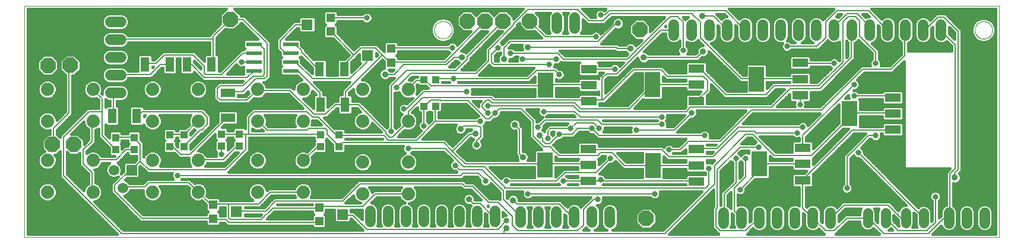
<source format=gbl>
G75*
%MOIN*%
%OFA0B0*%
%FSLAX25Y25*%
%IPPOS*%
%LPD*%
%AMOC8*
5,1,8,0,0,1.08239X$1,22.5*
%
%ADD10C,0.00039*%
%ADD11C,0.00000*%
%ADD12OC8,0.08500*%
%ADD13C,0.06000*%
%ADD14R,0.08110X0.05000*%
%ADD15R,0.05000X0.08110*%
%ADD16R,0.05900X0.05900*%
%ADD17C,0.05900*%
%ADD18R,0.03937X0.04331*%
%ADD19R,0.04331X0.03937*%
%ADD20C,0.07400*%
%ADD21R,0.04724X0.04724*%
%ADD22R,0.06299X0.05906*%
%ADD23R,0.08700X0.02400*%
%ADD24R,0.08800X0.04800*%
%ADD25R,0.08661X0.14173*%
%ADD26C,0.05600*%
%ADD27C,0.00800*%
%ADD28C,0.03200*%
%ADD29C,0.03562*%
%ADD30C,0.01600*%
D10*
X0001846Y0002245D02*
X0549091Y0002245D01*
X0549091Y0132742D01*
X0549591Y0132742D01*
X0549091Y0132742D02*
X0001846Y0132742D01*
X0001846Y0002245D01*
X0535509Y0119035D02*
X0535511Y0119175D01*
X0535517Y0119315D01*
X0535527Y0119454D01*
X0535541Y0119593D01*
X0535559Y0119732D01*
X0535580Y0119870D01*
X0535606Y0120008D01*
X0535636Y0120145D01*
X0535669Y0120280D01*
X0535707Y0120415D01*
X0535748Y0120549D01*
X0535793Y0120682D01*
X0535841Y0120813D01*
X0535894Y0120942D01*
X0535950Y0121071D01*
X0536009Y0121197D01*
X0536073Y0121322D01*
X0536139Y0121445D01*
X0536210Y0121566D01*
X0536283Y0121685D01*
X0536360Y0121802D01*
X0536441Y0121916D01*
X0536524Y0122028D01*
X0536611Y0122138D01*
X0536701Y0122246D01*
X0536793Y0122350D01*
X0536889Y0122452D01*
X0536988Y0122552D01*
X0537089Y0122648D01*
X0537193Y0122742D01*
X0537300Y0122832D01*
X0537409Y0122919D01*
X0537521Y0123004D01*
X0537635Y0123085D01*
X0537751Y0123163D01*
X0537869Y0123237D01*
X0537990Y0123308D01*
X0538112Y0123376D01*
X0538237Y0123440D01*
X0538363Y0123501D01*
X0538490Y0123558D01*
X0538620Y0123611D01*
X0538751Y0123661D01*
X0538883Y0123706D01*
X0539016Y0123749D01*
X0539151Y0123787D01*
X0539286Y0123821D01*
X0539423Y0123852D01*
X0539560Y0123879D01*
X0539698Y0123901D01*
X0539837Y0123920D01*
X0539976Y0123935D01*
X0540115Y0123946D01*
X0540255Y0123953D01*
X0540395Y0123956D01*
X0540535Y0123955D01*
X0540675Y0123950D01*
X0540814Y0123941D01*
X0540954Y0123928D01*
X0541093Y0123911D01*
X0541231Y0123890D01*
X0541369Y0123866D01*
X0541506Y0123837D01*
X0541642Y0123805D01*
X0541777Y0123768D01*
X0541911Y0123728D01*
X0542044Y0123684D01*
X0542175Y0123636D01*
X0542305Y0123585D01*
X0542434Y0123530D01*
X0542561Y0123471D01*
X0542686Y0123408D01*
X0542809Y0123343D01*
X0542931Y0123273D01*
X0543050Y0123200D01*
X0543168Y0123124D01*
X0543283Y0123045D01*
X0543396Y0122962D01*
X0543506Y0122876D01*
X0543614Y0122787D01*
X0543719Y0122695D01*
X0543822Y0122600D01*
X0543922Y0122502D01*
X0544019Y0122402D01*
X0544113Y0122298D01*
X0544205Y0122192D01*
X0544293Y0122084D01*
X0544378Y0121973D01*
X0544460Y0121859D01*
X0544539Y0121743D01*
X0544614Y0121626D01*
X0544686Y0121506D01*
X0544754Y0121384D01*
X0544819Y0121260D01*
X0544881Y0121134D01*
X0544939Y0121007D01*
X0544993Y0120878D01*
X0545044Y0120747D01*
X0545090Y0120615D01*
X0545133Y0120482D01*
X0545173Y0120348D01*
X0545208Y0120213D01*
X0545240Y0120076D01*
X0545267Y0119939D01*
X0545291Y0119801D01*
X0545311Y0119663D01*
X0545327Y0119524D01*
X0545339Y0119384D01*
X0545347Y0119245D01*
X0545351Y0119105D01*
X0545351Y0118965D01*
X0545347Y0118825D01*
X0545339Y0118686D01*
X0545327Y0118546D01*
X0545311Y0118407D01*
X0545291Y0118269D01*
X0545267Y0118131D01*
X0545240Y0117994D01*
X0545208Y0117857D01*
X0545173Y0117722D01*
X0545133Y0117588D01*
X0545090Y0117455D01*
X0545044Y0117323D01*
X0544993Y0117192D01*
X0544939Y0117063D01*
X0544881Y0116936D01*
X0544819Y0116810D01*
X0544754Y0116686D01*
X0544686Y0116564D01*
X0544614Y0116444D01*
X0544539Y0116327D01*
X0544460Y0116211D01*
X0544378Y0116097D01*
X0544293Y0115986D01*
X0544205Y0115878D01*
X0544113Y0115772D01*
X0544019Y0115668D01*
X0543922Y0115568D01*
X0543822Y0115470D01*
X0543719Y0115375D01*
X0543614Y0115283D01*
X0543506Y0115194D01*
X0543396Y0115108D01*
X0543283Y0115025D01*
X0543168Y0114946D01*
X0543050Y0114870D01*
X0542931Y0114797D01*
X0542809Y0114727D01*
X0542686Y0114662D01*
X0542561Y0114599D01*
X0542434Y0114540D01*
X0542305Y0114485D01*
X0542175Y0114434D01*
X0542044Y0114386D01*
X0541911Y0114342D01*
X0541777Y0114302D01*
X0541642Y0114265D01*
X0541506Y0114233D01*
X0541369Y0114204D01*
X0541231Y0114180D01*
X0541093Y0114159D01*
X0540954Y0114142D01*
X0540814Y0114129D01*
X0540675Y0114120D01*
X0540535Y0114115D01*
X0540395Y0114114D01*
X0540255Y0114117D01*
X0540115Y0114124D01*
X0539976Y0114135D01*
X0539837Y0114150D01*
X0539698Y0114169D01*
X0539560Y0114191D01*
X0539423Y0114218D01*
X0539286Y0114249D01*
X0539151Y0114283D01*
X0539016Y0114321D01*
X0538883Y0114364D01*
X0538751Y0114409D01*
X0538620Y0114459D01*
X0538490Y0114512D01*
X0538363Y0114569D01*
X0538237Y0114630D01*
X0538112Y0114694D01*
X0537990Y0114762D01*
X0537869Y0114833D01*
X0537751Y0114907D01*
X0537635Y0114985D01*
X0537521Y0115066D01*
X0537409Y0115151D01*
X0537300Y0115238D01*
X0537193Y0115328D01*
X0537089Y0115422D01*
X0536988Y0115518D01*
X0536889Y0115618D01*
X0536793Y0115720D01*
X0536701Y0115824D01*
X0536611Y0115932D01*
X0536524Y0116042D01*
X0536441Y0116154D01*
X0536360Y0116268D01*
X0536283Y0116385D01*
X0536210Y0116504D01*
X0536139Y0116625D01*
X0536073Y0116748D01*
X0536009Y0116873D01*
X0535950Y0116999D01*
X0535894Y0117128D01*
X0535841Y0117257D01*
X0535793Y0117388D01*
X0535748Y0117521D01*
X0535707Y0117655D01*
X0535669Y0117790D01*
X0535636Y0117925D01*
X0535606Y0118062D01*
X0535580Y0118200D01*
X0535559Y0118338D01*
X0535541Y0118477D01*
X0535527Y0118616D01*
X0535517Y0118755D01*
X0535511Y0118895D01*
X0535509Y0119035D01*
D11*
X0535475Y0119000D02*
X0535477Y0119140D01*
X0535483Y0119280D01*
X0535493Y0119420D01*
X0535507Y0119559D01*
X0535525Y0119698D01*
X0535546Y0119836D01*
X0535572Y0119974D01*
X0535602Y0120111D01*
X0535635Y0120246D01*
X0535673Y0120381D01*
X0535714Y0120515D01*
X0535759Y0120648D01*
X0535808Y0120779D01*
X0535860Y0120909D01*
X0535916Y0121037D01*
X0535976Y0121164D01*
X0536039Y0121289D01*
X0536106Y0121412D01*
X0536176Y0121533D01*
X0536250Y0121652D01*
X0536327Y0121769D01*
X0536407Y0121884D01*
X0536491Y0121996D01*
X0536578Y0122106D01*
X0536668Y0122213D01*
X0536760Y0122318D01*
X0536856Y0122420D01*
X0536955Y0122519D01*
X0537056Y0122616D01*
X0537160Y0122710D01*
X0537267Y0122800D01*
X0537376Y0122888D01*
X0537488Y0122972D01*
X0537602Y0123053D01*
X0537719Y0123131D01*
X0537837Y0123206D01*
X0537958Y0123277D01*
X0538080Y0123344D01*
X0538205Y0123409D01*
X0538331Y0123469D01*
X0538459Y0123526D01*
X0538588Y0123580D01*
X0538719Y0123629D01*
X0538851Y0123675D01*
X0538985Y0123717D01*
X0539120Y0123756D01*
X0539255Y0123790D01*
X0539392Y0123821D01*
X0539529Y0123847D01*
X0539668Y0123870D01*
X0539806Y0123889D01*
X0539946Y0123904D01*
X0540085Y0123915D01*
X0540225Y0123922D01*
X0540365Y0123925D01*
X0540505Y0123924D01*
X0540645Y0123919D01*
X0540785Y0123910D01*
X0540924Y0123897D01*
X0541063Y0123880D01*
X0541202Y0123859D01*
X0541339Y0123835D01*
X0541476Y0123806D01*
X0541613Y0123773D01*
X0541748Y0123737D01*
X0541882Y0123697D01*
X0542015Y0123653D01*
X0542146Y0123605D01*
X0542277Y0123553D01*
X0542405Y0123498D01*
X0542532Y0123439D01*
X0542658Y0123377D01*
X0542781Y0123311D01*
X0542903Y0123242D01*
X0543022Y0123169D01*
X0543140Y0123093D01*
X0543255Y0123013D01*
X0543368Y0122930D01*
X0543479Y0122844D01*
X0543587Y0122755D01*
X0543692Y0122663D01*
X0543795Y0122568D01*
X0543895Y0122470D01*
X0543992Y0122369D01*
X0544086Y0122266D01*
X0544178Y0122160D01*
X0544266Y0122051D01*
X0544351Y0121940D01*
X0544433Y0121826D01*
X0544512Y0121711D01*
X0544587Y0121593D01*
X0544659Y0121473D01*
X0544728Y0121351D01*
X0544793Y0121227D01*
X0544854Y0121101D01*
X0544912Y0120973D01*
X0544967Y0120844D01*
X0545017Y0120714D01*
X0545064Y0120582D01*
X0545107Y0120448D01*
X0545146Y0120314D01*
X0545182Y0120179D01*
X0545213Y0120042D01*
X0545241Y0119905D01*
X0545265Y0119767D01*
X0545285Y0119628D01*
X0545301Y0119489D01*
X0545313Y0119350D01*
X0545321Y0119210D01*
X0545325Y0119070D01*
X0545325Y0118930D01*
X0545321Y0118790D01*
X0545313Y0118650D01*
X0545301Y0118511D01*
X0545285Y0118372D01*
X0545265Y0118233D01*
X0545241Y0118095D01*
X0545213Y0117958D01*
X0545182Y0117821D01*
X0545146Y0117686D01*
X0545107Y0117552D01*
X0545064Y0117418D01*
X0545017Y0117286D01*
X0544967Y0117156D01*
X0544912Y0117027D01*
X0544854Y0116899D01*
X0544793Y0116773D01*
X0544728Y0116649D01*
X0544659Y0116527D01*
X0544587Y0116407D01*
X0544512Y0116289D01*
X0544433Y0116174D01*
X0544351Y0116060D01*
X0544266Y0115949D01*
X0544178Y0115840D01*
X0544086Y0115734D01*
X0543992Y0115631D01*
X0543895Y0115530D01*
X0543795Y0115432D01*
X0543692Y0115337D01*
X0543587Y0115245D01*
X0543479Y0115156D01*
X0543368Y0115070D01*
X0543255Y0114987D01*
X0543140Y0114907D01*
X0543022Y0114831D01*
X0542903Y0114758D01*
X0542781Y0114689D01*
X0542658Y0114623D01*
X0542532Y0114561D01*
X0542405Y0114502D01*
X0542277Y0114447D01*
X0542146Y0114395D01*
X0542015Y0114347D01*
X0541882Y0114303D01*
X0541748Y0114263D01*
X0541613Y0114227D01*
X0541476Y0114194D01*
X0541339Y0114165D01*
X0541202Y0114141D01*
X0541063Y0114120D01*
X0540924Y0114103D01*
X0540785Y0114090D01*
X0540645Y0114081D01*
X0540505Y0114076D01*
X0540365Y0114075D01*
X0540225Y0114078D01*
X0540085Y0114085D01*
X0539946Y0114096D01*
X0539806Y0114111D01*
X0539668Y0114130D01*
X0539529Y0114153D01*
X0539392Y0114179D01*
X0539255Y0114210D01*
X0539120Y0114244D01*
X0538985Y0114283D01*
X0538851Y0114325D01*
X0538719Y0114371D01*
X0538588Y0114420D01*
X0538459Y0114474D01*
X0538331Y0114531D01*
X0538205Y0114591D01*
X0538080Y0114656D01*
X0537958Y0114723D01*
X0537837Y0114794D01*
X0537719Y0114869D01*
X0537602Y0114947D01*
X0537488Y0115028D01*
X0537376Y0115112D01*
X0537267Y0115200D01*
X0537160Y0115290D01*
X0537056Y0115384D01*
X0536955Y0115481D01*
X0536856Y0115580D01*
X0536760Y0115682D01*
X0536668Y0115787D01*
X0536578Y0115894D01*
X0536491Y0116004D01*
X0536407Y0116116D01*
X0536327Y0116231D01*
X0536250Y0116348D01*
X0536176Y0116467D01*
X0536106Y0116588D01*
X0536039Y0116711D01*
X0535976Y0116836D01*
X0535916Y0116963D01*
X0535860Y0117091D01*
X0535808Y0117221D01*
X0535759Y0117352D01*
X0535714Y0117485D01*
X0535673Y0117619D01*
X0535635Y0117754D01*
X0535602Y0117889D01*
X0535572Y0118026D01*
X0535546Y0118164D01*
X0535525Y0118302D01*
X0535507Y0118441D01*
X0535493Y0118580D01*
X0535483Y0118720D01*
X0535477Y0118860D01*
X0535475Y0119000D01*
X0231975Y0119100D02*
X0231977Y0119240D01*
X0231983Y0119380D01*
X0231993Y0119520D01*
X0232007Y0119659D01*
X0232025Y0119798D01*
X0232046Y0119936D01*
X0232072Y0120074D01*
X0232102Y0120211D01*
X0232135Y0120346D01*
X0232173Y0120481D01*
X0232214Y0120615D01*
X0232259Y0120748D01*
X0232308Y0120879D01*
X0232360Y0121009D01*
X0232416Y0121137D01*
X0232476Y0121264D01*
X0232539Y0121389D01*
X0232606Y0121512D01*
X0232676Y0121633D01*
X0232750Y0121752D01*
X0232827Y0121869D01*
X0232907Y0121984D01*
X0232991Y0122096D01*
X0233078Y0122206D01*
X0233168Y0122313D01*
X0233260Y0122418D01*
X0233356Y0122520D01*
X0233455Y0122619D01*
X0233556Y0122716D01*
X0233660Y0122810D01*
X0233767Y0122900D01*
X0233876Y0122988D01*
X0233988Y0123072D01*
X0234102Y0123153D01*
X0234219Y0123231D01*
X0234337Y0123306D01*
X0234458Y0123377D01*
X0234580Y0123444D01*
X0234705Y0123509D01*
X0234831Y0123569D01*
X0234959Y0123626D01*
X0235088Y0123680D01*
X0235219Y0123729D01*
X0235351Y0123775D01*
X0235485Y0123817D01*
X0235620Y0123856D01*
X0235755Y0123890D01*
X0235892Y0123921D01*
X0236029Y0123947D01*
X0236168Y0123970D01*
X0236306Y0123989D01*
X0236446Y0124004D01*
X0236585Y0124015D01*
X0236725Y0124022D01*
X0236865Y0124025D01*
X0237005Y0124024D01*
X0237145Y0124019D01*
X0237285Y0124010D01*
X0237424Y0123997D01*
X0237563Y0123980D01*
X0237702Y0123959D01*
X0237839Y0123935D01*
X0237976Y0123906D01*
X0238113Y0123873D01*
X0238248Y0123837D01*
X0238382Y0123797D01*
X0238515Y0123753D01*
X0238646Y0123705D01*
X0238777Y0123653D01*
X0238905Y0123598D01*
X0239032Y0123539D01*
X0239158Y0123477D01*
X0239281Y0123411D01*
X0239403Y0123342D01*
X0239522Y0123269D01*
X0239640Y0123193D01*
X0239755Y0123113D01*
X0239868Y0123030D01*
X0239979Y0122944D01*
X0240087Y0122855D01*
X0240192Y0122763D01*
X0240295Y0122668D01*
X0240395Y0122570D01*
X0240492Y0122469D01*
X0240586Y0122366D01*
X0240678Y0122260D01*
X0240766Y0122151D01*
X0240851Y0122040D01*
X0240933Y0121926D01*
X0241012Y0121811D01*
X0241087Y0121693D01*
X0241159Y0121573D01*
X0241228Y0121451D01*
X0241293Y0121327D01*
X0241354Y0121201D01*
X0241412Y0121073D01*
X0241467Y0120944D01*
X0241517Y0120814D01*
X0241564Y0120682D01*
X0241607Y0120548D01*
X0241646Y0120414D01*
X0241682Y0120279D01*
X0241713Y0120142D01*
X0241741Y0120005D01*
X0241765Y0119867D01*
X0241785Y0119728D01*
X0241801Y0119589D01*
X0241813Y0119450D01*
X0241821Y0119310D01*
X0241825Y0119170D01*
X0241825Y0119030D01*
X0241821Y0118890D01*
X0241813Y0118750D01*
X0241801Y0118611D01*
X0241785Y0118472D01*
X0241765Y0118333D01*
X0241741Y0118195D01*
X0241713Y0118058D01*
X0241682Y0117921D01*
X0241646Y0117786D01*
X0241607Y0117652D01*
X0241564Y0117518D01*
X0241517Y0117386D01*
X0241467Y0117256D01*
X0241412Y0117127D01*
X0241354Y0116999D01*
X0241293Y0116873D01*
X0241228Y0116749D01*
X0241159Y0116627D01*
X0241087Y0116507D01*
X0241012Y0116389D01*
X0240933Y0116274D01*
X0240851Y0116160D01*
X0240766Y0116049D01*
X0240678Y0115940D01*
X0240586Y0115834D01*
X0240492Y0115731D01*
X0240395Y0115630D01*
X0240295Y0115532D01*
X0240192Y0115437D01*
X0240087Y0115345D01*
X0239979Y0115256D01*
X0239868Y0115170D01*
X0239755Y0115087D01*
X0239640Y0115007D01*
X0239522Y0114931D01*
X0239403Y0114858D01*
X0239281Y0114789D01*
X0239158Y0114723D01*
X0239032Y0114661D01*
X0238905Y0114602D01*
X0238777Y0114547D01*
X0238646Y0114495D01*
X0238515Y0114447D01*
X0238382Y0114403D01*
X0238248Y0114363D01*
X0238113Y0114327D01*
X0237976Y0114294D01*
X0237839Y0114265D01*
X0237702Y0114241D01*
X0237563Y0114220D01*
X0237424Y0114203D01*
X0237285Y0114190D01*
X0237145Y0114181D01*
X0237005Y0114176D01*
X0236865Y0114175D01*
X0236725Y0114178D01*
X0236585Y0114185D01*
X0236446Y0114196D01*
X0236306Y0114211D01*
X0236168Y0114230D01*
X0236029Y0114253D01*
X0235892Y0114279D01*
X0235755Y0114310D01*
X0235620Y0114344D01*
X0235485Y0114383D01*
X0235351Y0114425D01*
X0235219Y0114471D01*
X0235088Y0114520D01*
X0234959Y0114574D01*
X0234831Y0114631D01*
X0234705Y0114691D01*
X0234580Y0114756D01*
X0234458Y0114823D01*
X0234337Y0114894D01*
X0234219Y0114969D01*
X0234102Y0115047D01*
X0233988Y0115128D01*
X0233876Y0115212D01*
X0233767Y0115300D01*
X0233660Y0115390D01*
X0233556Y0115484D01*
X0233455Y0115581D01*
X0233356Y0115680D01*
X0233260Y0115782D01*
X0233168Y0115887D01*
X0233078Y0115994D01*
X0232991Y0116104D01*
X0232907Y0116216D01*
X0232827Y0116331D01*
X0232750Y0116448D01*
X0232676Y0116567D01*
X0232606Y0116688D01*
X0232539Y0116811D01*
X0232476Y0116936D01*
X0232416Y0117063D01*
X0232360Y0117191D01*
X0232308Y0117321D01*
X0232259Y0117452D01*
X0232214Y0117585D01*
X0232173Y0117719D01*
X0232135Y0117854D01*
X0232102Y0117989D01*
X0232072Y0118126D01*
X0232046Y0118264D01*
X0232025Y0118402D01*
X0232007Y0118541D01*
X0231993Y0118680D01*
X0231983Y0118820D01*
X0231977Y0118960D01*
X0231975Y0119100D01*
D12*
X0250500Y0124100D03*
X0260500Y0124100D03*
X0270500Y0124100D03*
X0285600Y0124000D03*
X0347400Y0119300D03*
X0117500Y0125100D03*
X0027500Y0099200D03*
X0015000Y0099100D03*
X0017500Y0054600D03*
X0029500Y0054600D03*
X0350900Y0012800D03*
D13*
X0330500Y0010600D02*
X0330500Y0016600D01*
X0320500Y0016600D02*
X0320500Y0010600D01*
X0310500Y0010600D02*
X0310500Y0016600D01*
X0300500Y0016600D02*
X0300500Y0010600D01*
X0290500Y0010600D02*
X0290500Y0016600D01*
X0280500Y0016600D02*
X0280500Y0010600D01*
X0266000Y0011100D02*
X0266000Y0017100D01*
X0256000Y0017100D02*
X0256000Y0011100D01*
X0246000Y0011100D02*
X0246000Y0017100D01*
X0236000Y0017100D02*
X0236000Y0011100D01*
X0226000Y0011100D02*
X0226000Y0017100D01*
X0216000Y0017100D02*
X0216000Y0011100D01*
X0206000Y0011100D02*
X0206000Y0017100D01*
X0196000Y0017100D02*
X0196000Y0011100D01*
X0394500Y0010100D02*
X0394500Y0016100D01*
X0404500Y0016100D02*
X0404500Y0010100D01*
X0414500Y0010100D02*
X0414500Y0016100D01*
X0424500Y0016100D02*
X0424500Y0010100D01*
X0434500Y0010100D02*
X0434500Y0016100D01*
X0444500Y0016100D02*
X0444500Y0010100D01*
X0454500Y0010100D02*
X0454500Y0016100D01*
X0521000Y0016100D02*
X0521000Y0010100D01*
X0531000Y0010100D02*
X0531000Y0016100D01*
X0541000Y0016100D02*
X0541000Y0010100D01*
X0516500Y0116100D02*
X0516500Y0122100D01*
X0506500Y0122100D02*
X0506500Y0116100D01*
X0496500Y0116100D02*
X0496500Y0122100D01*
X0486500Y0122100D02*
X0486500Y0116100D01*
X0476500Y0116100D02*
X0476500Y0122100D01*
X0466500Y0122100D02*
X0466500Y0116100D01*
X0456500Y0116100D02*
X0456500Y0122100D01*
X0446500Y0122100D02*
X0446500Y0116100D01*
X0436500Y0116100D02*
X0436500Y0122100D01*
X0426500Y0122100D02*
X0426500Y0116100D01*
X0416500Y0116100D02*
X0416500Y0122100D01*
X0406500Y0122100D02*
X0406500Y0116100D01*
X0396500Y0116100D02*
X0396500Y0122100D01*
X0386500Y0122100D02*
X0386500Y0116100D01*
X0376500Y0116100D02*
X0376500Y0122100D01*
X0366500Y0122100D02*
X0366500Y0116100D01*
X0310700Y0119900D02*
X0310700Y0125900D01*
X0300700Y0125900D02*
X0300700Y0119900D01*
X0056000Y0123600D02*
X0050000Y0123600D01*
X0050000Y0113600D02*
X0056000Y0113600D01*
X0056000Y0103600D02*
X0050000Y0103600D01*
X0050000Y0093600D02*
X0056000Y0093600D01*
X0056000Y0083600D02*
X0050000Y0083600D01*
D14*
X0116000Y0083509D03*
X0116000Y0069691D03*
D15*
X0168091Y0077100D03*
X0181909Y0077100D03*
X0181409Y0097100D03*
X0167591Y0097100D03*
X0106909Y0099600D03*
X0093091Y0099600D03*
X0083409Y0099600D03*
X0069591Y0099600D03*
X0064909Y0070600D03*
X0051091Y0070600D03*
D16*
X0062000Y0040100D03*
D17*
X0052000Y0040100D03*
X0057000Y0030100D03*
D18*
X0053000Y0051754D03*
X0063500Y0051754D03*
X0083500Y0053254D03*
X0091500Y0053254D03*
X0112500Y0053754D03*
X0122500Y0053754D03*
X0122500Y0060446D03*
X0112500Y0060446D03*
X0091500Y0059946D03*
X0083500Y0059946D03*
X0063500Y0058446D03*
X0053000Y0058446D03*
X0168000Y0059946D03*
X0178500Y0059946D03*
X0178500Y0053254D03*
X0168000Y0053254D03*
D19*
X0226154Y0076100D03*
X0232846Y0076100D03*
X0232846Y0091100D03*
X0226154Y0091100D03*
D20*
X0217300Y0085500D03*
X0191700Y0085500D03*
X0158300Y0085500D03*
X0132700Y0085500D03*
X0099300Y0085500D03*
X0073700Y0085500D03*
X0040300Y0085500D03*
X0014700Y0085500D03*
X0014700Y0067700D03*
X0040300Y0067700D03*
X0073700Y0067700D03*
X0099300Y0067700D03*
X0132700Y0067700D03*
X0158300Y0067700D03*
X0191700Y0067700D03*
X0217300Y0067700D03*
X0217300Y0044500D03*
X0191700Y0044500D03*
X0158300Y0045500D03*
X0132700Y0045500D03*
X0099300Y0045500D03*
X0073700Y0045500D03*
X0040300Y0045500D03*
X0014700Y0045500D03*
X0014700Y0027700D03*
X0040300Y0027700D03*
X0073700Y0027700D03*
X0099300Y0027700D03*
X0132700Y0027700D03*
X0158300Y0027700D03*
X0191700Y0026700D03*
X0217300Y0026700D03*
D21*
X0167315Y0019037D03*
X0167315Y0011163D03*
X0107815Y0012663D03*
X0107815Y0020537D03*
X0207685Y0100663D03*
X0207685Y0108537D03*
X0173685Y0118163D03*
X0173685Y0126037D03*
D22*
X0160594Y0122100D03*
X0194594Y0104600D03*
X0120906Y0016600D03*
X0180406Y0015100D03*
D23*
X0151300Y0096100D03*
X0151300Y0101100D03*
X0151300Y0106100D03*
X0151300Y0111100D03*
X0130700Y0111100D03*
X0130700Y0106100D03*
X0130700Y0101100D03*
X0130700Y0096100D03*
D24*
X0318800Y0097100D03*
X0318800Y0088000D03*
X0318800Y0078900D03*
X0379000Y0079100D03*
X0379000Y0088200D03*
X0379000Y0097300D03*
X0437300Y0100500D03*
X0437300Y0091400D03*
X0437300Y0082300D03*
X0489500Y0081000D03*
X0489500Y0071900D03*
X0489500Y0062800D03*
X0438800Y0052600D03*
X0438800Y0043500D03*
X0438800Y0034400D03*
X0379100Y0033600D03*
X0379100Y0042700D03*
X0379100Y0051800D03*
X0318500Y0052100D03*
X0318500Y0043000D03*
X0318500Y0033900D03*
D25*
X0294099Y0043000D03*
X0354699Y0042700D03*
X0414399Y0043500D03*
X0465099Y0071900D03*
X0412899Y0091400D03*
X0354599Y0088200D03*
X0294399Y0088000D03*
D26*
X0475300Y0015900D02*
X0475300Y0010300D01*
X0485300Y0010300D02*
X0485300Y0015900D01*
X0496700Y0015900D02*
X0496700Y0010300D01*
X0506700Y0010300D02*
X0506700Y0015900D01*
D27*
X0506700Y0013100D02*
X0506900Y0013100D01*
X0470100Y0049900D01*
X0463700Y0047500D02*
X0475700Y0059500D01*
X0479700Y0059500D01*
X0489300Y0062700D02*
X0489500Y0062800D01*
X0489300Y0062700D02*
X0466900Y0062700D01*
X0438900Y0034700D01*
X0438800Y0034400D01*
X0438900Y0033900D01*
X0438900Y0018700D01*
X0444500Y0013100D01*
X0451700Y0005900D01*
X0456500Y0005900D01*
X0463700Y0013100D01*
X0475300Y0013100D01*
X0475700Y0013100D01*
X0484500Y0004300D01*
X0509300Y0004300D01*
X0518100Y0013100D01*
X0521000Y0013100D01*
X0521300Y0013100D01*
X0521300Y0037900D01*
X0524500Y0041100D01*
X0524500Y0110700D01*
X0516500Y0118700D01*
X0516500Y0119100D01*
X0514760Y0126300D02*
X0507560Y0119100D01*
X0506500Y0119100D01*
X0496500Y0119100D02*
X0496100Y0118700D01*
X0496100Y0104600D01*
X0488600Y0097100D01*
X0472500Y0097100D01*
X0449300Y0073900D01*
X0410100Y0073900D01*
X0392500Y0056300D01*
X0374900Y0056300D01*
X0370100Y0051500D01*
X0363700Y0051500D01*
X0359700Y0051500D02*
X0318900Y0051500D01*
X0318500Y0052100D01*
X0323700Y0048300D02*
X0325300Y0049900D01*
X0331700Y0049900D01*
X0338900Y0042700D01*
X0354699Y0042700D01*
X0379100Y0042700D01*
X0386100Y0041100D02*
X0386100Y0031500D01*
X0384500Y0029900D01*
X0271400Y0029900D01*
X0271400Y0030500D01*
X0260000Y0041900D01*
X0248500Y0041900D01*
X0238100Y0052300D01*
X0217300Y0052300D01*
X0222100Y0057100D02*
X0206100Y0057100D01*
X0203700Y0059500D01*
X0178900Y0059500D01*
X0178500Y0059946D01*
X0178100Y0060300D01*
X0176500Y0060300D01*
X0166900Y0069900D01*
X0163700Y0069900D01*
X0160500Y0073100D01*
X0130900Y0073100D01*
X0127700Y0069900D01*
X0127700Y0060300D01*
X0167700Y0060300D01*
X0168000Y0059946D01*
X0171700Y0060300D02*
X0171700Y0062700D01*
X0170900Y0063500D01*
X0161300Y0063500D01*
X0160500Y0062700D01*
X0138100Y0062700D01*
X0133300Y0067500D01*
X0132700Y0067700D01*
X0116000Y0069691D02*
X0115700Y0069900D01*
X0094900Y0049100D01*
X0089300Y0049100D01*
X0085300Y0053100D01*
X0083700Y0053100D01*
X0083500Y0053254D01*
X0091500Y0053254D02*
X0091700Y0053900D01*
X0100500Y0062700D01*
X0101300Y0062700D01*
X0104500Y0065900D01*
X0104500Y0069900D01*
X0101300Y0073100D01*
X0067700Y0073100D01*
X0065300Y0070700D01*
X0064909Y0070600D01*
X0051700Y0070700D02*
X0051091Y0070600D01*
X0051700Y0070700D02*
X0051700Y0082700D01*
X0052500Y0083500D01*
X0053000Y0083600D01*
X0045300Y0080300D02*
X0040500Y0085100D01*
X0040300Y0085500D01*
X0045300Y0080300D02*
X0045300Y0073100D01*
X0038100Y0073100D01*
X0023700Y0058700D01*
X0023700Y0037100D01*
X0056500Y0004300D01*
X0271000Y0004300D01*
X0271000Y0005784D01*
X0272535Y0007319D01*
X0275700Y0009100D02*
X0278900Y0005900D01*
X0312500Y0005900D01*
X0315700Y0009100D01*
X0315700Y0017900D01*
X0321300Y0023500D01*
X0323700Y0023500D01*
X0309440Y0013600D02*
X0302240Y0020800D01*
X0278600Y0020800D01*
X0277900Y0021500D01*
X0276300Y0023100D01*
X0276200Y0023100D01*
X0276300Y0023100D02*
X0277900Y0021500D01*
X0270900Y0023500D02*
X0270900Y0028137D01*
X0269800Y0029237D01*
X0269800Y0029400D01*
X0258900Y0040300D01*
X0246100Y0040300D01*
X0243700Y0042700D01*
X0245300Y0042700D01*
X0249300Y0043500D02*
X0242100Y0050700D01*
X0251700Y0060300D01*
X0255100Y0060600D01*
X0258081Y0059065D02*
X0258081Y0064019D01*
X0257400Y0064700D01*
X0256640Y0064700D01*
X0256240Y0065100D01*
X0248500Y0065100D01*
X0246700Y0063300D01*
X0257800Y0067500D02*
X0232500Y0067500D01*
X0232500Y0075500D01*
X0232846Y0076100D01*
X0230100Y0079500D02*
X0226900Y0076300D01*
X0226154Y0076100D01*
X0226100Y0075500D01*
X0226100Y0065100D01*
X0232500Y0067500D02*
X0222100Y0057100D01*
X0217300Y0067500D02*
X0208500Y0058700D01*
X0206900Y0058700D01*
X0206900Y0058740D01*
X0204900Y0060740D01*
X0204900Y0061500D01*
X0189300Y0077100D01*
X0182100Y0077100D01*
X0181909Y0077100D01*
X0176500Y0077100D01*
X0170900Y0071500D01*
X0164500Y0071500D01*
X0150900Y0085100D01*
X0133300Y0085100D01*
X0132700Y0085500D01*
X0132500Y0085100D01*
X0126900Y0079500D01*
X0111700Y0079500D01*
X0110100Y0081100D01*
X0110100Y0085900D01*
X0111700Y0087500D01*
X0124500Y0087500D01*
X0130100Y0093100D01*
X0135700Y0093100D01*
X0136500Y0093900D01*
X0136500Y0108300D01*
X0134100Y0110700D01*
X0130900Y0110700D01*
X0130700Y0111100D01*
X0138100Y0111500D02*
X0124500Y0125100D01*
X0117500Y0125100D01*
X0117300Y0125100D01*
X0107700Y0115500D01*
X0107700Y0113900D01*
X0053300Y0113900D01*
X0053000Y0113600D01*
X0075700Y0100300D02*
X0080500Y0105100D01*
X0096500Y0105100D01*
X0102900Y0098700D01*
X0102900Y0094700D01*
X0103700Y0093900D01*
X0112500Y0093900D01*
X0124500Y0105900D01*
X0130100Y0105900D01*
X0130700Y0106100D01*
X0130700Y0101100D02*
X0123700Y0101100D01*
X0107700Y0100300D02*
X0106909Y0099600D01*
X0107700Y0100300D02*
X0107700Y0113900D01*
X0138100Y0111500D02*
X0138100Y0093100D01*
X0136500Y0091500D01*
X0131700Y0091500D01*
X0124500Y0084300D01*
X0116500Y0084300D01*
X0116000Y0083509D01*
X0126900Y0092300D02*
X0102900Y0092300D01*
X0095700Y0099500D01*
X0093300Y0099500D01*
X0093091Y0099600D01*
X0083409Y0099600D02*
X0082900Y0099500D01*
X0078100Y0099500D01*
X0072500Y0093900D01*
X0053300Y0093900D01*
X0053000Y0093600D01*
X0069591Y0099600D02*
X0070100Y0100300D01*
X0075700Y0100300D01*
X0027500Y0099200D02*
X0026900Y0098700D01*
X0026900Y0072300D01*
X0018100Y0063500D01*
X0018100Y0054700D01*
X0017500Y0054600D01*
X0034900Y0051500D02*
X0039700Y0056300D01*
X0039700Y0067500D01*
X0040300Y0067700D01*
X0045300Y0073100D02*
X0045300Y0059500D01*
X0052500Y0052300D01*
X0053000Y0051754D01*
X0053300Y0045900D02*
X0058900Y0051500D01*
X0062900Y0051500D01*
X0063500Y0051754D01*
X0066900Y0054700D02*
X0066900Y0045100D01*
X0071700Y0040300D01*
X0114900Y0040300D01*
X0126100Y0051500D01*
X0126100Y0060300D01*
X0127700Y0060300D01*
X0126100Y0060300D02*
X0122900Y0060300D01*
X0122500Y0060446D01*
X0122100Y0060300D01*
X0112500Y0060300D01*
X0112500Y0060446D01*
X0098900Y0067500D02*
X0091700Y0060300D01*
X0091500Y0059946D01*
X0090900Y0060300D01*
X0083700Y0060300D01*
X0083500Y0059946D01*
X0066900Y0054700D02*
X0063700Y0057900D01*
X0063500Y0058446D01*
X0062900Y0058700D01*
X0053300Y0058700D01*
X0053000Y0058446D01*
X0034900Y0051500D02*
X0034900Y0043500D01*
X0039700Y0038700D01*
X0039700Y0028300D01*
X0040300Y0027700D01*
X0052500Y0028300D02*
X0052500Y0031500D01*
X0061300Y0040300D01*
X0062000Y0040100D01*
X0062100Y0040300D01*
X0066900Y0045100D01*
X0053300Y0045900D02*
X0040500Y0045900D01*
X0040300Y0045500D01*
X0087700Y0037100D02*
X0246900Y0037100D01*
X0248200Y0038400D01*
X0256800Y0038400D01*
X0260700Y0034500D01*
X0260700Y0033900D01*
X0272500Y0033900D02*
X0300500Y0033900D01*
X0305300Y0038700D01*
X0322900Y0038700D01*
X0330900Y0046700D01*
X0323700Y0048300D02*
X0302100Y0048300D01*
X0301300Y0049100D01*
X0298950Y0051450D01*
X0297000Y0053400D01*
X0293359Y0053400D01*
X0287300Y0059459D01*
X0287300Y0068100D01*
X0280900Y0074500D01*
X0268300Y0074500D01*
X0266100Y0072300D01*
X0262900Y0069100D01*
X0261000Y0069100D01*
X0250700Y0079400D01*
X0235800Y0079400D01*
X0235700Y0079500D01*
X0230100Y0079500D01*
X0225300Y0081100D02*
X0217300Y0073100D01*
X0217300Y0067700D01*
X0217300Y0067500D01*
X0216500Y0074700D02*
X0226100Y0084300D01*
X0250100Y0084300D01*
X0263700Y0081100D02*
X0225300Y0081100D01*
X0217300Y0085500D02*
X0217300Y0085900D01*
X0222100Y0090700D01*
X0226100Y0090700D01*
X0226154Y0091100D01*
X0226900Y0090700D01*
X0230100Y0087500D01*
X0294100Y0087500D01*
X0294399Y0088000D01*
X0294900Y0088300D01*
X0318100Y0088300D01*
X0318800Y0088000D01*
X0326200Y0091800D02*
X0326200Y0080200D01*
X0326900Y0079500D01*
X0343887Y0096487D01*
X0359427Y0096487D01*
X0362814Y0093100D01*
X0382900Y0093100D01*
X0385300Y0090700D01*
X0385300Y0085100D01*
X0379700Y0079500D01*
X0379000Y0079100D01*
X0375700Y0075500D02*
X0421300Y0075500D01*
X0431700Y0085900D01*
X0448500Y0085900D01*
X0466100Y0103500D01*
X0466100Y0118700D01*
X0466500Y0119100D01*
X0463700Y0128300D02*
X0456500Y0121100D01*
X0456500Y0119100D01*
X0451700Y0123500D02*
X0451700Y0114700D01*
X0446900Y0109900D01*
X0430100Y0109900D01*
X0447700Y0087500D02*
X0461300Y0101100D01*
X0461300Y0123500D01*
X0464500Y0126700D01*
X0468500Y0126700D01*
X0470900Y0124300D01*
X0470900Y0115500D01*
X0479700Y0106700D01*
X0479700Y0100300D01*
X0456500Y0100300D02*
X0437300Y0100300D01*
X0437300Y0100500D01*
X0437300Y0091500D02*
X0413300Y0091500D01*
X0412899Y0091400D01*
X0412500Y0091500D01*
X0404500Y0091500D01*
X0381300Y0114700D01*
X0381300Y0123500D01*
X0376500Y0128300D01*
X0330900Y0128300D01*
X0326900Y0124300D01*
X0318900Y0124300D01*
X0312500Y0130700D01*
X0284500Y0130700D01*
X0276500Y0122700D01*
X0276500Y0121900D01*
X0262300Y0107700D01*
X0262300Y0101500D01*
X0255500Y0094700D01*
X0218900Y0094700D01*
X0210900Y0086700D01*
X0207700Y0087500D02*
X0207700Y0061900D01*
X0180500Y0055500D02*
X0178900Y0053900D01*
X0178500Y0053254D01*
X0178100Y0053900D01*
X0171700Y0060300D01*
X0180500Y0055500D02*
X0237300Y0055500D01*
X0242100Y0050700D01*
X0255700Y0054419D02*
X0255700Y0056684D01*
X0258081Y0059065D01*
X0277200Y0065600D02*
X0279825Y0062975D01*
X0279825Y0049275D01*
X0281700Y0047400D01*
X0293300Y0043500D02*
X0294099Y0043000D01*
X0294100Y0043500D01*
X0318100Y0043500D01*
X0318500Y0043000D01*
X0293300Y0043500D02*
X0249300Y0043500D01*
X0292900Y0056640D02*
X0294540Y0055000D01*
X0296860Y0055000D01*
X0298500Y0056640D01*
X0298500Y0056700D01*
X0302100Y0060300D01*
X0309300Y0060300D01*
X0312500Y0063500D01*
X0320500Y0063500D01*
X0324500Y0059500D01*
X0383700Y0059500D01*
X0376500Y0072300D02*
X0366900Y0062700D01*
X0345300Y0062700D01*
X0359700Y0065900D02*
X0326100Y0065900D01*
X0323700Y0068300D01*
X0294100Y0068300D01*
X0290100Y0064300D01*
X0295700Y0062100D02*
X0295700Y0057800D01*
X0292900Y0058075D02*
X0292900Y0056640D01*
X0292900Y0058075D02*
X0291294Y0059681D01*
X0295700Y0062100D02*
X0297200Y0063600D01*
X0301160Y0063600D01*
X0301300Y0063460D01*
X0301300Y0063500D01*
X0308500Y0063500D01*
X0311700Y0066700D01*
X0321300Y0066700D01*
X0324500Y0063500D01*
X0314100Y0069900D02*
X0359700Y0069900D01*
X0373300Y0073100D02*
X0375700Y0075500D01*
X0373300Y0073100D02*
X0313300Y0073100D01*
X0310100Y0076300D01*
X0262100Y0076300D01*
X0264500Y0077900D02*
X0310900Y0077900D01*
X0314100Y0074700D01*
X0341300Y0074700D01*
X0354100Y0087500D01*
X0354599Y0088200D01*
X0354900Y0088300D01*
X0378900Y0088300D01*
X0379000Y0088200D01*
X0381300Y0097100D02*
X0395700Y0082700D01*
X0418100Y0082700D01*
X0422900Y0087500D01*
X0447700Y0087500D01*
X0437300Y0091400D02*
X0437300Y0091500D01*
X0467700Y0088300D02*
X0438900Y0059500D01*
X0438900Y0053100D01*
X0438800Y0052600D01*
X0443700Y0048300D02*
X0422900Y0048300D01*
X0410900Y0060300D01*
X0406900Y0060300D01*
X0389300Y0042700D01*
X0389300Y0032300D01*
X0361300Y0004300D01*
X0271000Y0004300D01*
X0267700Y0006700D02*
X0272500Y0011500D01*
X0275700Y0009100D02*
X0275700Y0013900D01*
X0267700Y0021900D01*
X0262400Y0021900D01*
X0253400Y0030900D01*
X0249100Y0030900D01*
X0247700Y0032300D01*
X0190100Y0032300D01*
X0180500Y0022700D01*
X0142900Y0022700D01*
X0137300Y0017100D01*
X0121300Y0017100D01*
X0120906Y0016600D01*
X0117300Y0012300D02*
X0116500Y0013100D01*
X0116500Y0021100D01*
X0133300Y0021100D01*
X0139700Y0027500D01*
X0158100Y0027500D01*
X0158300Y0027700D01*
X0166900Y0018700D02*
X0167315Y0019037D01*
X0167700Y0019500D01*
X0191700Y0019500D01*
X0198900Y0026700D01*
X0217300Y0026700D01*
X0251400Y0023700D02*
X0254030Y0021070D01*
X0254260Y0021300D01*
X0257740Y0021300D01*
X0264940Y0014100D01*
X0266000Y0014100D01*
X0270900Y0023500D02*
X0280500Y0013900D01*
X0280500Y0013600D01*
X0267700Y0006700D02*
X0194100Y0006700D01*
X0186100Y0014700D01*
X0180500Y0014700D01*
X0180406Y0015100D01*
X0166900Y0018700D02*
X0141300Y0018700D01*
X0134900Y0012300D01*
X0117300Y0012300D01*
X0116500Y0010700D02*
X0114900Y0012300D01*
X0108500Y0012300D01*
X0107815Y0012663D01*
X0107700Y0013100D01*
X0067700Y0013100D01*
X0052500Y0028300D01*
X0057000Y0030100D02*
X0057300Y0030700D01*
X0069300Y0030700D01*
X0071700Y0033100D01*
X0094100Y0033100D01*
X0098900Y0028300D01*
X0099300Y0027700D01*
X0099700Y0027500D01*
X0106100Y0021100D01*
X0107700Y0021100D01*
X0107815Y0020537D01*
X0108500Y0021100D01*
X0116500Y0021100D01*
X0116500Y0010700D02*
X0166900Y0010700D01*
X0167315Y0011163D01*
X0284500Y0026700D02*
X0355700Y0026700D01*
X0378900Y0033900D02*
X0379100Y0033600D01*
X0378900Y0033900D02*
X0325300Y0033900D01*
X0325300Y0034700D01*
X0325300Y0033900D02*
X0318500Y0033900D01*
X0304500Y0033900D01*
X0359700Y0051500D02*
X0363700Y0047500D01*
X0388500Y0047500D01*
X0402900Y0061900D01*
X0411700Y0061900D01*
X0412500Y0061100D01*
X0435700Y0061100D01*
X0438900Y0064300D02*
X0402900Y0064300D01*
X0390900Y0052300D01*
X0379700Y0052300D01*
X0379100Y0051800D01*
X0401300Y0046700D02*
X0401300Y0033100D01*
X0394900Y0026700D01*
X0394900Y0013100D01*
X0394500Y0013100D01*
X0400500Y0017100D02*
X0404500Y0013100D01*
X0406900Y0005900D02*
X0414100Y0013100D01*
X0414500Y0013100D01*
X0400500Y0017100D02*
X0400500Y0029900D01*
X0406900Y0036300D01*
X0406900Y0046700D01*
X0414100Y0043500D02*
X0414399Y0043500D01*
X0438800Y0043500D01*
X0443700Y0048300D02*
X0464500Y0069100D01*
X0464500Y0071500D01*
X0465099Y0071900D01*
X0465300Y0072300D01*
X0489300Y0072300D01*
X0489500Y0071900D01*
X0489500Y0081000D02*
X0489300Y0081100D01*
X0488500Y0081900D01*
X0467700Y0081900D01*
X0437300Y0082300D02*
X0437300Y0077100D01*
X0381300Y0097100D02*
X0379700Y0097100D01*
X0379000Y0097300D01*
X0379503Y0103500D02*
X0379503Y0103703D01*
X0382800Y0107000D01*
X0371700Y0107500D02*
X0371700Y0123500D01*
X0368500Y0126700D01*
X0364500Y0126700D01*
X0340500Y0102700D01*
X0304500Y0102700D01*
X0301300Y0105900D01*
X0274900Y0105900D01*
X0271100Y0102700D02*
X0271100Y0109100D01*
X0274500Y0112500D01*
X0323960Y0112500D01*
X0334260Y0122800D01*
X0335100Y0122800D01*
X0330100Y0129900D02*
X0327700Y0127500D01*
X0325300Y0127500D01*
X0330100Y0129900D02*
X0395700Y0129900D01*
X0406500Y0119100D01*
X0396500Y0119100D02*
X0388800Y0126800D01*
X0382500Y0126800D01*
X0366500Y0119100D02*
X0359260Y0119100D01*
X0334460Y0094300D01*
X0328700Y0094300D01*
X0326200Y0091800D01*
X0333300Y0097100D02*
X0318800Y0097100D01*
X0302100Y0093900D02*
X0299700Y0096300D01*
X0289300Y0096300D01*
X0284500Y0091500D01*
X0242900Y0091500D01*
X0233300Y0091500D01*
X0232846Y0091100D01*
X0244098Y0096300D02*
X0216500Y0096300D01*
X0207700Y0087500D01*
X0209300Y0094100D02*
X0204300Y0094100D01*
X0209300Y0094100D02*
X0214700Y0099500D01*
X0238763Y0099500D01*
X0243022Y0103759D01*
X0247341Y0103759D01*
X0250322Y0103922D02*
X0250322Y0102524D01*
X0244098Y0096300D01*
X0264000Y0100800D02*
X0265300Y0099500D01*
X0296500Y0099500D01*
X0300500Y0102700D02*
X0281600Y0102600D01*
X0267700Y0109100D02*
X0264000Y0105400D01*
X0264000Y0100800D01*
X0250322Y0103922D02*
X0270500Y0124100D01*
X0270100Y0123500D01*
X0267700Y0123500D01*
X0260500Y0123500D02*
X0260500Y0124100D01*
X0260500Y0123500D02*
X0238100Y0101100D01*
X0207700Y0101100D01*
X0207685Y0100663D01*
X0206900Y0101100D01*
X0202900Y0105100D01*
X0182100Y0084300D01*
X0182100Y0077100D01*
X0168091Y0077100D02*
X0167700Y0077100D01*
X0167700Y0083500D01*
X0155700Y0095500D01*
X0151700Y0095500D01*
X0151300Y0096100D01*
X0157300Y0106700D02*
X0166900Y0097100D01*
X0167591Y0097100D01*
X0181409Y0097100D02*
X0182100Y0097100D01*
X0182100Y0100300D01*
X0186900Y0105100D01*
X0174100Y0117900D01*
X0173685Y0118163D01*
X0160594Y0122100D02*
X0160500Y0121900D01*
X0154100Y0121900D01*
X0145300Y0113100D01*
X0145300Y0109100D01*
X0147700Y0106700D01*
X0150900Y0106700D01*
X0151300Y0106100D01*
X0154100Y0110700D02*
X0157300Y0107500D01*
X0157300Y0106700D01*
X0154100Y0110700D02*
X0151700Y0110700D01*
X0151300Y0111100D01*
X0186900Y0105100D02*
X0190900Y0109100D01*
X0198900Y0109100D01*
X0202900Y0105100D01*
X0194594Y0104600D02*
X0194100Y0104300D01*
X0194100Y0101100D01*
X0184500Y0091500D01*
X0163700Y0091500D01*
X0154100Y0101100D01*
X0151300Y0101100D01*
X0130700Y0096100D02*
X0126900Y0092300D01*
X0207685Y0108537D02*
X0207700Y0109100D01*
X0242100Y0109100D01*
X0284500Y0109400D02*
X0334100Y0109400D01*
X0334800Y0108700D01*
X0342100Y0108700D01*
X0334900Y0108800D02*
X0334800Y0108700D01*
X0349600Y0103500D02*
X0379503Y0103500D01*
X0322800Y0115300D02*
X0294300Y0115300D01*
X0285600Y0124000D01*
X0194100Y0125900D02*
X0174100Y0125900D01*
X0173685Y0126037D01*
X0263700Y0081100D02*
X0265300Y0079500D01*
X0318100Y0079500D01*
X0318800Y0078900D01*
X0318900Y0079500D01*
X0326900Y0079500D01*
X0314100Y0069900D02*
X0310900Y0073100D01*
X0293300Y0073100D01*
X0264500Y0077900D02*
X0262900Y0079500D01*
X0261300Y0079500D01*
X0258900Y0077100D01*
X0258900Y0075500D01*
X0262100Y0072300D01*
X0216500Y0074700D02*
X0214900Y0074700D01*
X0168000Y0053254D02*
X0167700Y0053100D01*
X0166100Y0053100D01*
X0158900Y0045900D01*
X0158300Y0045500D01*
X0122500Y0053754D02*
X0122100Y0053100D01*
X0120500Y0053100D01*
X0113300Y0045900D01*
X0099700Y0045900D01*
X0099300Y0045500D01*
X0112500Y0049100D02*
X0112500Y0053754D01*
X0099300Y0067700D02*
X0098900Y0067500D01*
X0309440Y0013600D02*
X0310500Y0013600D01*
X0390100Y0017900D02*
X0390100Y0008300D01*
X0392500Y0005900D01*
X0406900Y0005900D01*
X0390900Y0018700D02*
X0390100Y0017900D01*
X0390900Y0018700D02*
X0390900Y0040300D01*
X0403700Y0053100D01*
X0414100Y0053100D01*
X0414100Y0043500D02*
X0414100Y0039500D01*
X0403700Y0029100D01*
X0454900Y0013100D02*
X0462100Y0020300D01*
X0486900Y0020300D01*
X0494100Y0013100D01*
X0496700Y0013100D01*
X0492500Y0005900D02*
X0485300Y0013100D01*
X0492500Y0005900D02*
X0508500Y0005900D01*
X0513300Y0010700D01*
X0513300Y0025100D01*
X0524281Y0035800D02*
X0524281Y0038618D01*
X0526100Y0040437D01*
X0526100Y0118440D01*
X0518240Y0126300D01*
X0514760Y0126300D01*
X0486500Y0119100D02*
X0475700Y0129900D01*
X0458100Y0129900D01*
X0451700Y0123500D01*
X0463700Y0128300D02*
X0469300Y0128300D01*
X0476500Y0121100D01*
X0476500Y0119100D01*
X0463700Y0047500D02*
X0463700Y0029900D01*
X0454900Y0013100D02*
X0454500Y0013100D01*
D28*
X0513300Y0025100D03*
X0463700Y0029900D03*
X0403700Y0029100D03*
X0386100Y0041100D03*
X0401300Y0046700D03*
X0406900Y0046700D03*
X0414100Y0053100D03*
X0435700Y0061100D03*
X0438900Y0064300D03*
X0479700Y0059500D03*
X0470100Y0049900D03*
X0383700Y0059500D03*
X0359700Y0065900D03*
X0359700Y0069900D03*
X0376500Y0072300D03*
X0345300Y0062700D03*
X0324500Y0063500D03*
X0320500Y0063500D03*
X0308500Y0063500D03*
X0302100Y0060300D03*
X0295700Y0057800D03*
X0290100Y0064300D03*
X0266100Y0072300D03*
X0262100Y0072300D03*
X0262100Y0076300D03*
X0257800Y0067500D03*
X0226100Y0065100D03*
X0207700Y0061900D03*
X0217300Y0052300D03*
X0243700Y0042700D03*
X0260700Y0033900D03*
X0272500Y0033900D03*
X0284500Y0026700D03*
X0304500Y0033900D03*
X0325300Y0034700D03*
X0355700Y0026700D03*
X0323700Y0023500D03*
X0272500Y0011500D03*
X0330900Y0046700D03*
X0363700Y0051500D03*
X0293300Y0073100D03*
X0250100Y0084300D03*
X0242900Y0091500D03*
X0210900Y0086700D03*
X0214900Y0074700D03*
X0302100Y0093900D03*
X0296500Y0099500D03*
X0300500Y0102700D03*
X0281600Y0102600D03*
X0274900Y0105900D03*
X0267700Y0109100D03*
X0242100Y0109100D03*
X0194100Y0125900D03*
X0123700Y0101100D03*
X0322800Y0115300D03*
X0325300Y0127500D03*
X0371700Y0107500D03*
X0333300Y0097100D03*
X0430100Y0109900D03*
X0456500Y0100300D03*
X0479700Y0100300D03*
X0467700Y0088300D03*
X0467700Y0081900D03*
X0437300Y0077100D03*
X0112500Y0049100D03*
X0087700Y0037100D03*
D29*
X0246700Y0063300D03*
X0255100Y0060600D03*
X0277200Y0065600D03*
X0291294Y0059681D03*
X0255700Y0054419D03*
X0281700Y0047400D03*
X0276200Y0023100D03*
X0251400Y0023700D03*
X0272535Y0007319D03*
X0524281Y0035800D03*
X0349600Y0103500D03*
X0342100Y0108700D03*
X0382800Y0107000D03*
X0335100Y0122800D03*
X0382500Y0126800D03*
X0284500Y0109400D03*
X0271100Y0102700D03*
X0247341Y0103759D03*
X0204300Y0094100D03*
D30*
X0201167Y0095370D02*
X0195999Y0095370D01*
X0194400Y0093772D02*
X0200919Y0093772D01*
X0200919Y0093427D02*
X0201434Y0092185D01*
X0202385Y0091234D01*
X0203627Y0090719D01*
X0204973Y0090719D01*
X0206215Y0091234D01*
X0207082Y0092100D01*
X0209472Y0092100D01*
X0206872Y0089500D01*
X0205700Y0088328D01*
X0205700Y0064425D01*
X0205251Y0063977D01*
X0191300Y0077928D01*
X0190128Y0079100D01*
X0186009Y0079100D01*
X0186009Y0081818D01*
X0185072Y0082755D01*
X0184100Y0082755D01*
X0184100Y0083472D01*
X0186400Y0085772D01*
X0186400Y0084446D01*
X0187207Y0082498D01*
X0188698Y0081007D01*
X0190646Y0080200D01*
X0192754Y0080200D01*
X0194702Y0081007D01*
X0196193Y0082498D01*
X0197000Y0084446D01*
X0197000Y0086554D01*
X0196193Y0088502D01*
X0194702Y0089993D01*
X0192754Y0090800D01*
X0191428Y0090800D01*
X0202900Y0102272D01*
X0203723Y0101449D01*
X0203723Y0097638D01*
X0203880Y0097481D01*
X0203627Y0097481D01*
X0202385Y0096966D01*
X0201434Y0096015D01*
X0200919Y0094773D01*
X0200919Y0093427D01*
X0201445Y0092173D02*
X0192802Y0092173D01*
X0193298Y0090575D02*
X0207947Y0090575D01*
X0206348Y0088976D02*
X0195719Y0088976D01*
X0196659Y0087378D02*
X0205700Y0087378D01*
X0205700Y0085779D02*
X0197000Y0085779D01*
X0196890Y0084181D02*
X0205700Y0084181D01*
X0205700Y0082582D02*
X0196228Y0082582D01*
X0194647Y0080984D02*
X0205700Y0080984D01*
X0209700Y0080984D02*
X0214353Y0080984D01*
X0214298Y0081007D02*
X0216246Y0080200D01*
X0218354Y0080200D01*
X0219750Y0080778D01*
X0216481Y0077509D01*
X0215537Y0077900D01*
X0214263Y0077900D01*
X0213087Y0077413D01*
X0212187Y0076513D01*
X0211700Y0075337D01*
X0211700Y0074063D01*
X0212187Y0072887D01*
X0213087Y0071987D01*
X0213798Y0071693D01*
X0212807Y0070702D01*
X0212000Y0068754D01*
X0212000Y0066646D01*
X0212474Y0065502D01*
X0210492Y0063521D01*
X0210413Y0063713D01*
X0209700Y0064425D01*
X0209700Y0083733D01*
X0210263Y0083500D01*
X0211537Y0083500D01*
X0212266Y0083802D01*
X0212807Y0082498D01*
X0214298Y0081007D01*
X0212772Y0082582D02*
X0209700Y0082582D01*
X0222022Y0083050D02*
X0224100Y0085128D01*
X0225272Y0086300D01*
X0228472Y0086300D01*
X0228100Y0086672D01*
X0227240Y0087531D01*
X0223325Y0087531D01*
X0222543Y0088314D01*
X0222068Y0087839D01*
X0222600Y0086554D01*
X0222600Y0084446D01*
X0222022Y0083050D01*
X0222490Y0084181D02*
X0223152Y0084181D01*
X0222600Y0085779D02*
X0224751Y0085779D01*
X0222259Y0087378D02*
X0227394Y0087378D01*
X0236612Y0089500D02*
X0236612Y0089500D01*
X0240375Y0089500D01*
X0240375Y0089500D01*
X0236612Y0089500D01*
X0245425Y0089500D02*
X0245425Y0089500D01*
X0288469Y0089500D01*
X0288469Y0092640D01*
X0285328Y0089500D01*
X0245425Y0089500D01*
X0253067Y0085500D02*
X0288469Y0085500D01*
X0288469Y0081500D01*
X0266128Y0081500D01*
X0265700Y0081928D01*
X0264528Y0083100D01*
X0253067Y0083100D01*
X0253300Y0083663D01*
X0253300Y0084937D01*
X0253067Y0085500D01*
X0253300Y0084181D02*
X0288469Y0084181D01*
X0288469Y0082582D02*
X0265046Y0082582D01*
X0258072Y0079100D02*
X0253828Y0079100D01*
X0256900Y0076028D01*
X0256900Y0077928D01*
X0258072Y0079100D01*
X0256900Y0077787D02*
X0255142Y0077787D01*
X0256740Y0076188D02*
X0256900Y0076188D01*
X0252682Y0074590D02*
X0236612Y0074590D01*
X0236612Y0073469D02*
X0236612Y0077400D01*
X0249872Y0077400D01*
X0256745Y0070527D01*
X0255987Y0070213D01*
X0255275Y0069500D01*
X0234500Y0069500D01*
X0234500Y0072531D01*
X0235675Y0072531D01*
X0236612Y0073469D01*
X0236134Y0072991D02*
X0254280Y0072991D01*
X0255879Y0071393D02*
X0234500Y0071393D01*
X0230500Y0071393D02*
X0228100Y0071393D01*
X0228100Y0072531D02*
X0228982Y0072531D01*
X0229500Y0073050D01*
X0230018Y0072531D01*
X0230500Y0072531D01*
X0230500Y0068328D01*
X0228892Y0066721D01*
X0228813Y0066913D01*
X0228100Y0067625D01*
X0228100Y0072531D01*
X0229441Y0072991D02*
X0229559Y0072991D01*
X0224100Y0072531D02*
X0224100Y0067625D01*
X0223387Y0066913D01*
X0222900Y0065737D01*
X0222900Y0064463D01*
X0223387Y0063287D01*
X0224287Y0062387D01*
X0224479Y0062308D01*
X0221272Y0059100D01*
X0211728Y0059100D01*
X0215385Y0062757D01*
X0216246Y0062400D01*
X0218354Y0062400D01*
X0220302Y0063207D01*
X0221793Y0064698D01*
X0222600Y0066646D01*
X0222600Y0068754D01*
X0221793Y0070702D01*
X0220302Y0072193D01*
X0219538Y0072510D01*
X0222388Y0075360D01*
X0222388Y0073469D01*
X0223325Y0072531D01*
X0224100Y0072531D01*
X0224100Y0071393D02*
X0221102Y0071393D01*
X0220020Y0072991D02*
X0222866Y0072991D01*
X0222388Y0074590D02*
X0221618Y0074590D01*
X0216758Y0077787D02*
X0215810Y0077787D01*
X0213990Y0077787D02*
X0209700Y0077787D01*
X0209700Y0079385D02*
X0218357Y0079385D01*
X0212053Y0076188D02*
X0209700Y0076188D01*
X0209700Y0074590D02*
X0211700Y0074590D01*
X0212144Y0072991D02*
X0209700Y0072991D01*
X0209700Y0071393D02*
X0213497Y0071393D01*
X0205700Y0071393D02*
X0197836Y0071393D01*
X0196237Y0072991D02*
X0205700Y0072991D01*
X0205700Y0074590D02*
X0194639Y0074590D01*
X0193040Y0076188D02*
X0205700Y0076188D01*
X0205700Y0077787D02*
X0191442Y0077787D01*
X0186009Y0079385D02*
X0205700Y0079385D01*
X0190593Y0072978D02*
X0188472Y0075100D01*
X0186009Y0075100D01*
X0186009Y0072382D01*
X0185072Y0071445D01*
X0178747Y0071445D01*
X0177809Y0072382D01*
X0177809Y0075100D01*
X0177328Y0075100D01*
X0172900Y0070672D01*
X0171728Y0069500D01*
X0170128Y0069500D01*
X0175917Y0063712D01*
X0181131Y0063712D01*
X0182068Y0062775D01*
X0182068Y0061500D01*
X0202072Y0061500D01*
X0196978Y0066593D01*
X0196193Y0064698D01*
X0194702Y0063207D01*
X0192754Y0062400D01*
X0190646Y0062400D01*
X0188698Y0063207D01*
X0187207Y0064698D01*
X0186400Y0066646D01*
X0186400Y0068754D01*
X0187207Y0070702D01*
X0188698Y0072193D01*
X0190593Y0072978D01*
X0190580Y0072991D02*
X0186009Y0072991D01*
X0186009Y0074590D02*
X0188982Y0074590D01*
X0187897Y0071393D02*
X0173621Y0071393D01*
X0175220Y0072991D02*
X0177809Y0072991D01*
X0177809Y0074590D02*
X0176818Y0074590D01*
X0172760Y0076188D02*
X0172191Y0076188D01*
X0172191Y0075619D02*
X0172191Y0081818D01*
X0171253Y0082755D01*
X0169700Y0082755D01*
X0169700Y0084328D01*
X0164528Y0089500D01*
X0164528Y0089500D01*
X0184472Y0089500D01*
X0180100Y0085128D01*
X0180100Y0082755D01*
X0178747Y0082755D01*
X0177809Y0081818D01*
X0177809Y0079100D01*
X0175672Y0079100D01*
X0172191Y0075619D01*
X0172191Y0077787D02*
X0174358Y0077787D01*
X0172191Y0079385D02*
X0177809Y0079385D01*
X0177809Y0080984D02*
X0172191Y0080984D01*
X0171426Y0082582D02*
X0178574Y0082582D01*
X0180100Y0084181D02*
X0169700Y0084181D01*
X0168249Y0085779D02*
X0180751Y0085779D01*
X0182350Y0087378D02*
X0166650Y0087378D01*
X0165052Y0088976D02*
X0183948Y0088976D01*
X0177309Y0093500D02*
X0171691Y0093500D01*
X0171691Y0101818D01*
X0170753Y0102755D01*
X0164428Y0102755D01*
X0164251Y0102578D01*
X0159300Y0107528D01*
X0159300Y0108328D01*
X0157250Y0110378D01*
X0157250Y0112963D01*
X0156313Y0113900D01*
X0148928Y0113900D01*
X0154928Y0119900D01*
X0155845Y0119900D01*
X0155845Y0118484D01*
X0156782Y0117547D01*
X0164407Y0117547D01*
X0165344Y0118484D01*
X0165344Y0125715D01*
X0164407Y0126653D01*
X0156782Y0126653D01*
X0155845Y0125715D01*
X0155845Y0123900D01*
X0153272Y0123900D01*
X0144472Y0115100D01*
X0143300Y0113928D01*
X0143300Y0108272D01*
X0145350Y0106222D01*
X0145350Y0104237D01*
X0145987Y0103600D01*
X0145350Y0102963D01*
X0145350Y0099237D01*
X0145987Y0098600D01*
X0145350Y0097963D01*
X0145350Y0094237D01*
X0146287Y0093300D01*
X0155072Y0093300D01*
X0157572Y0090800D01*
X0157246Y0090800D01*
X0155298Y0089993D01*
X0153807Y0088502D01*
X0153000Y0086554D01*
X0153000Y0085828D01*
X0152900Y0085928D01*
X0151728Y0087100D01*
X0137774Y0087100D01*
X0137193Y0088502D01*
X0136195Y0089500D01*
X0137328Y0089500D01*
X0138928Y0091100D01*
X0140100Y0092272D01*
X0140100Y0112328D01*
X0126500Y0125928D01*
X0125328Y0127100D01*
X0123350Y0127100D01*
X0123350Y0127523D01*
X0119951Y0130922D01*
X0281894Y0130922D01*
X0276350Y0125378D01*
X0276350Y0126523D01*
X0272923Y0129950D01*
X0268077Y0129950D01*
X0265500Y0127373D01*
X0262923Y0129950D01*
X0258077Y0129950D01*
X0255500Y0127373D01*
X0252923Y0129950D01*
X0248077Y0129950D01*
X0244650Y0126523D01*
X0244650Y0121677D01*
X0248077Y0118250D01*
X0252422Y0118250D01*
X0244892Y0110721D01*
X0244813Y0110913D01*
X0243913Y0111813D01*
X0242737Y0112300D01*
X0241463Y0112300D01*
X0240287Y0111813D01*
X0239575Y0111100D01*
X0211647Y0111100D01*
X0211647Y0111562D01*
X0210710Y0112499D01*
X0204660Y0112499D01*
X0203723Y0111562D01*
X0203723Y0107106D01*
X0200900Y0109928D01*
X0200900Y0109928D01*
X0199728Y0111100D01*
X0190072Y0111100D01*
X0186900Y0107928D01*
X0177647Y0117181D01*
X0177647Y0121188D01*
X0176735Y0122100D01*
X0177647Y0123012D01*
X0177647Y0123900D01*
X0191575Y0123900D01*
X0192287Y0123187D01*
X0193463Y0122700D01*
X0194737Y0122700D01*
X0195913Y0123187D01*
X0196813Y0124087D01*
X0197300Y0125263D01*
X0197300Y0126537D01*
X0196813Y0127713D01*
X0195913Y0128613D01*
X0194737Y0129100D01*
X0193463Y0129100D01*
X0192287Y0128613D01*
X0191575Y0127900D01*
X0177647Y0127900D01*
X0177647Y0129062D01*
X0176710Y0129999D01*
X0170660Y0129999D01*
X0169723Y0129062D01*
X0169723Y0123012D01*
X0170635Y0122100D01*
X0169723Y0121188D01*
X0169723Y0115138D01*
X0170660Y0114201D01*
X0174971Y0114201D01*
X0184072Y0105100D01*
X0181727Y0102755D01*
X0178247Y0102755D01*
X0177309Y0101818D01*
X0177309Y0093500D01*
X0177309Y0093772D02*
X0171691Y0093772D01*
X0171691Y0095370D02*
X0177309Y0095370D01*
X0185509Y0095370D02*
X0185542Y0095370D01*
X0185509Y0095338D02*
X0185509Y0100881D01*
X0187728Y0103100D01*
X0187728Y0103100D01*
X0188900Y0104272D01*
X0189845Y0105216D01*
X0189845Y0100984D01*
X0190500Y0100329D01*
X0185509Y0095338D01*
X0185509Y0096969D02*
X0187141Y0096969D01*
X0188739Y0098568D02*
X0185509Y0098568D01*
X0185509Y0100166D02*
X0190338Y0100166D01*
X0189845Y0101765D02*
X0186393Y0101765D01*
X0187991Y0103363D02*
X0189845Y0103363D01*
X0188900Y0104272D02*
X0188900Y0104272D01*
X0189590Y0104962D02*
X0189845Y0104962D01*
X0183933Y0104962D02*
X0161867Y0104962D01*
X0163465Y0103363D02*
X0182335Y0103363D01*
X0177309Y0101765D02*
X0171691Y0101765D01*
X0171691Y0100166D02*
X0177309Y0100166D01*
X0177309Y0098568D02*
X0171691Y0098568D01*
X0171691Y0096969D02*
X0177309Y0096969D01*
X0163491Y0096969D02*
X0161059Y0096969D01*
X0162604Y0098568D02*
X0159461Y0098568D01*
X0161006Y0100166D02*
X0157862Y0100166D01*
X0157250Y0100778D02*
X0157250Y0102963D01*
X0156613Y0103600D01*
X0157092Y0104079D01*
X0163491Y0097681D01*
X0163491Y0094538D01*
X0157250Y0100778D01*
X0157250Y0101765D02*
X0159407Y0101765D01*
X0157809Y0103363D02*
X0156850Y0103363D01*
X0145750Y0103363D02*
X0140100Y0103363D01*
X0140100Y0101765D02*
X0145350Y0101765D01*
X0145350Y0100166D02*
X0140100Y0100166D01*
X0140100Y0098568D02*
X0145955Y0098568D01*
X0145350Y0096969D02*
X0140100Y0096969D01*
X0140100Y0095370D02*
X0145350Y0095370D01*
X0145815Y0093772D02*
X0140100Y0093772D01*
X0140002Y0092173D02*
X0156198Y0092173D01*
X0156702Y0090575D02*
X0138403Y0090575D01*
X0136719Y0088976D02*
X0154281Y0088976D01*
X0153341Y0087378D02*
X0137659Y0087378D01*
X0127874Y0083302D02*
X0127422Y0084393D01*
X0125328Y0082300D01*
X0121655Y0082300D01*
X0121655Y0081500D01*
X0126072Y0081500D01*
X0127874Y0083302D01*
X0127510Y0084181D02*
X0127209Y0084181D01*
X0127154Y0082582D02*
X0125611Y0082582D01*
X0127728Y0077500D02*
X0130785Y0080557D01*
X0131646Y0080200D01*
X0133754Y0080200D01*
X0135702Y0081007D01*
X0137193Y0082498D01*
X0137443Y0083100D01*
X0150072Y0083100D01*
X0158072Y0075100D01*
X0130072Y0075100D01*
X0126872Y0071900D01*
X0125700Y0070728D01*
X0125700Y0063643D01*
X0125131Y0064212D01*
X0119869Y0064212D01*
X0118931Y0063275D01*
X0118931Y0062300D01*
X0116068Y0062300D01*
X0116068Y0063275D01*
X0115131Y0064212D01*
X0112840Y0064212D01*
X0114219Y0065591D01*
X0120718Y0065591D01*
X0121655Y0066528D01*
X0121655Y0072853D01*
X0120718Y0073791D01*
X0111282Y0073791D01*
X0110345Y0072853D01*
X0110345Y0067373D01*
X0095068Y0052097D01*
X0095068Y0054440D01*
X0101328Y0060700D01*
X0102128Y0060700D01*
X0105328Y0063900D01*
X0106500Y0065072D01*
X0106500Y0070728D01*
X0103300Y0073928D01*
X0102128Y0075100D01*
X0069009Y0075100D01*
X0069009Y0075318D01*
X0068072Y0076255D01*
X0061747Y0076255D01*
X0060809Y0075318D01*
X0060809Y0065882D01*
X0061747Y0064945D01*
X0068072Y0064945D01*
X0068802Y0065675D01*
X0069207Y0064698D01*
X0070698Y0063207D01*
X0072646Y0062400D01*
X0074754Y0062400D01*
X0076702Y0063207D01*
X0078193Y0064698D01*
X0079000Y0066646D01*
X0079000Y0068754D01*
X0078193Y0070702D01*
X0077795Y0071100D01*
X0095205Y0071100D01*
X0094807Y0070702D01*
X0094000Y0068754D01*
X0094000Y0066646D01*
X0094357Y0065785D01*
X0092283Y0063712D01*
X0088869Y0063712D01*
X0087931Y0062775D01*
X0087931Y0062300D01*
X0087068Y0062300D01*
X0087068Y0062775D01*
X0086131Y0063712D01*
X0080869Y0063712D01*
X0079931Y0062775D01*
X0079931Y0057118D01*
X0080450Y0056600D01*
X0079931Y0056082D01*
X0079931Y0050425D01*
X0080869Y0049488D01*
X0086083Y0049488D01*
X0087300Y0048272D01*
X0088472Y0047100D01*
X0094226Y0047100D01*
X0094000Y0046554D01*
X0094000Y0044446D01*
X0094807Y0042498D01*
X0095005Y0042300D01*
X0077995Y0042300D01*
X0078193Y0042498D01*
X0079000Y0044446D01*
X0079000Y0046554D01*
X0078193Y0048502D01*
X0076702Y0049993D01*
X0074754Y0050800D01*
X0072646Y0050800D01*
X0070698Y0049993D01*
X0069207Y0048502D01*
X0068900Y0047761D01*
X0068900Y0055528D01*
X0067728Y0056700D01*
X0067068Y0057360D01*
X0067068Y0061275D01*
X0066131Y0062212D01*
X0060869Y0062212D01*
X0059931Y0061275D01*
X0059931Y0060700D01*
X0056568Y0060700D01*
X0056568Y0061275D01*
X0055631Y0062212D01*
X0050369Y0062212D01*
X0049431Y0061275D01*
X0049431Y0058197D01*
X0047300Y0060328D01*
X0047300Y0065573D01*
X0047928Y0064945D01*
X0054253Y0064945D01*
X0055191Y0065882D01*
X0055191Y0075318D01*
X0054253Y0076255D01*
X0053700Y0076255D01*
X0053700Y0079000D01*
X0056915Y0079000D01*
X0058606Y0079700D01*
X0059900Y0080994D01*
X0060600Y0082685D01*
X0060600Y0084515D01*
X0059900Y0086206D01*
X0058606Y0087500D01*
X0056915Y0088200D01*
X0049085Y0088200D01*
X0047394Y0087500D01*
X0046100Y0086206D01*
X0045600Y0084998D01*
X0045600Y0086554D01*
X0044793Y0088502D01*
X0043302Y0089993D01*
X0041354Y0090800D01*
X0039246Y0090800D01*
X0037298Y0089993D01*
X0035807Y0088502D01*
X0035000Y0086554D01*
X0035000Y0084446D01*
X0035807Y0082498D01*
X0037298Y0081007D01*
X0039246Y0080200D01*
X0041354Y0080200D01*
X0042215Y0080557D01*
X0043300Y0079472D01*
X0043300Y0075100D01*
X0037272Y0075100D01*
X0036100Y0073928D01*
X0021700Y0059528D01*
X0021700Y0058673D01*
X0020100Y0060273D01*
X0020100Y0062672D01*
X0027728Y0070300D01*
X0028900Y0071472D01*
X0028900Y0093350D01*
X0029923Y0093350D01*
X0033350Y0096777D01*
X0033350Y0101623D01*
X0029923Y0105050D01*
X0025077Y0105050D01*
X0021650Y0101623D01*
X0021650Y0096777D01*
X0024900Y0093527D01*
X0024900Y0073128D01*
X0020000Y0068228D01*
X0020000Y0068754D01*
X0019193Y0070702D01*
X0017702Y0072193D01*
X0015754Y0073000D01*
X0013646Y0073000D01*
X0011698Y0072193D01*
X0010207Y0070702D01*
X0009400Y0068754D01*
X0009400Y0066646D01*
X0010207Y0064698D01*
X0011698Y0063207D01*
X0013646Y0062400D01*
X0015754Y0062400D01*
X0016100Y0062543D01*
X0016100Y0060450D01*
X0015077Y0060450D01*
X0011650Y0057023D01*
X0011650Y0052177D01*
X0013208Y0050619D01*
X0011698Y0049993D01*
X0010207Y0048502D01*
X0009400Y0046554D01*
X0009400Y0044446D01*
X0010207Y0042498D01*
X0011698Y0041007D01*
X0013646Y0040200D01*
X0015754Y0040200D01*
X0017702Y0041007D01*
X0019193Y0042498D01*
X0020000Y0044446D01*
X0020000Y0046554D01*
X0019193Y0048502D01*
X0018945Y0048750D01*
X0019923Y0048750D01*
X0021700Y0050527D01*
X0021700Y0036272D01*
X0022872Y0035100D01*
X0053907Y0004064D01*
X0003666Y0004064D01*
X0003666Y0130922D01*
X0115049Y0130922D01*
X0111650Y0127523D01*
X0111650Y0122677D01*
X0111849Y0122478D01*
X0105700Y0116328D01*
X0105700Y0115900D01*
X0060026Y0115900D01*
X0059900Y0116206D01*
X0058606Y0117500D01*
X0056915Y0118200D01*
X0049085Y0118200D01*
X0047394Y0117500D01*
X0046100Y0116206D01*
X0045400Y0114515D01*
X0045400Y0112685D01*
X0046100Y0110994D01*
X0047394Y0109700D01*
X0049085Y0109000D01*
X0056915Y0109000D01*
X0058606Y0109700D01*
X0059900Y0110994D01*
X0060275Y0111900D01*
X0105700Y0111900D01*
X0105700Y0105255D01*
X0103747Y0105255D01*
X0102809Y0104318D01*
X0102809Y0101619D01*
X0097328Y0107100D01*
X0079672Y0107100D01*
X0078500Y0105928D01*
X0074872Y0102300D01*
X0073691Y0102300D01*
X0073691Y0104318D01*
X0072753Y0105255D01*
X0066428Y0105255D01*
X0065491Y0104318D01*
X0065491Y0095900D01*
X0060026Y0095900D01*
X0059900Y0096206D01*
X0058606Y0097500D01*
X0056915Y0098200D01*
X0049085Y0098200D01*
X0047394Y0097500D01*
X0046100Y0096206D01*
X0045400Y0094515D01*
X0045400Y0092685D01*
X0046100Y0090994D01*
X0047394Y0089700D01*
X0049085Y0089000D01*
X0056915Y0089000D01*
X0058606Y0089700D01*
X0059900Y0090994D01*
X0060275Y0091900D01*
X0073328Y0091900D01*
X0074500Y0093072D01*
X0078928Y0097500D01*
X0079309Y0097500D01*
X0079309Y0094882D01*
X0080247Y0093945D01*
X0086572Y0093945D01*
X0087509Y0094882D01*
X0087509Y0103100D01*
X0088991Y0103100D01*
X0088991Y0094882D01*
X0089928Y0093945D01*
X0096253Y0093945D01*
X0097191Y0094882D01*
X0097191Y0095181D01*
X0100900Y0091472D01*
X0102072Y0090300D01*
X0124472Y0090300D01*
X0123672Y0089500D01*
X0110872Y0089500D01*
X0108100Y0086728D01*
X0108100Y0080272D01*
X0109700Y0078672D01*
X0109700Y0078672D01*
X0110872Y0077500D01*
X0127728Y0077500D01*
X0128015Y0077787D02*
X0155385Y0077787D01*
X0156983Y0076188D02*
X0068139Y0076188D01*
X0061680Y0076188D02*
X0054320Y0076188D01*
X0053700Y0077787D02*
X0110585Y0077787D01*
X0108986Y0079385D02*
X0057845Y0079385D01*
X0049700Y0079000D02*
X0049700Y0076255D01*
X0047928Y0076255D01*
X0047300Y0075627D01*
X0047300Y0079795D01*
X0047394Y0079700D01*
X0049085Y0079000D01*
X0049700Y0079000D01*
X0049700Y0077787D02*
X0047300Y0077787D01*
X0047300Y0079385D02*
X0048155Y0079385D01*
X0043300Y0079385D02*
X0028900Y0079385D01*
X0028900Y0077787D02*
X0043300Y0077787D01*
X0043300Y0076188D02*
X0028900Y0076188D01*
X0028900Y0074590D02*
X0036761Y0074590D01*
X0035163Y0072991D02*
X0028900Y0072991D01*
X0028821Y0071393D02*
X0033564Y0071393D01*
X0031966Y0069794D02*
X0027223Y0069794D01*
X0025624Y0068196D02*
X0030367Y0068196D01*
X0028769Y0066597D02*
X0024026Y0066597D01*
X0022427Y0064999D02*
X0027170Y0064999D01*
X0025572Y0063400D02*
X0020829Y0063400D01*
X0011504Y0063400D02*
X0003666Y0063400D01*
X0003666Y0064999D02*
X0010082Y0064999D01*
X0009420Y0066597D02*
X0003666Y0066597D01*
X0003666Y0068196D02*
X0009400Y0068196D01*
X0009831Y0069794D02*
X0003666Y0069794D01*
X0003666Y0071393D02*
X0010897Y0071393D01*
X0013625Y0072991D02*
X0003666Y0072991D01*
X0003666Y0074590D02*
X0024900Y0074590D01*
X0024900Y0076188D02*
X0003666Y0076188D01*
X0003666Y0077787D02*
X0024900Y0077787D01*
X0024900Y0079385D02*
X0003666Y0079385D01*
X0003666Y0080984D02*
X0011753Y0080984D01*
X0011698Y0081007D02*
X0013646Y0080200D01*
X0015754Y0080200D01*
X0017702Y0081007D01*
X0019193Y0082498D01*
X0020000Y0084446D01*
X0020000Y0086554D01*
X0019193Y0088502D01*
X0017702Y0089993D01*
X0015754Y0090800D01*
X0013646Y0090800D01*
X0011698Y0089993D01*
X0010207Y0088502D01*
X0009400Y0086554D01*
X0009400Y0084446D01*
X0010207Y0082498D01*
X0011698Y0081007D01*
X0010172Y0082582D02*
X0003666Y0082582D01*
X0003666Y0084181D02*
X0009510Y0084181D01*
X0009400Y0085779D02*
X0003666Y0085779D01*
X0003666Y0087378D02*
X0009741Y0087378D01*
X0010681Y0088976D02*
X0003666Y0088976D01*
X0003666Y0090575D02*
X0013102Y0090575D01*
X0016298Y0090575D02*
X0024900Y0090575D01*
X0024900Y0092173D02*
X0003666Y0092173D01*
X0003666Y0093772D02*
X0012055Y0093772D01*
X0012577Y0093250D02*
X0017423Y0093250D01*
X0020850Y0096677D01*
X0020850Y0101523D01*
X0017423Y0104950D01*
X0012577Y0104950D01*
X0009150Y0101523D01*
X0009150Y0096677D01*
X0012577Y0093250D01*
X0010456Y0095370D02*
X0003666Y0095370D01*
X0003666Y0096969D02*
X0009150Y0096969D01*
X0009150Y0098568D02*
X0003666Y0098568D01*
X0003666Y0100166D02*
X0009150Y0100166D01*
X0009391Y0101765D02*
X0003666Y0101765D01*
X0003666Y0103363D02*
X0010990Y0103363D01*
X0003666Y0104962D02*
X0024988Y0104962D01*
X0023390Y0103363D02*
X0019010Y0103363D01*
X0020609Y0101765D02*
X0021791Y0101765D01*
X0021650Y0100166D02*
X0020850Y0100166D01*
X0020850Y0098568D02*
X0021650Y0098568D01*
X0021650Y0096969D02*
X0020850Y0096969D01*
X0019544Y0095370D02*
X0023056Y0095370D01*
X0024655Y0093772D02*
X0017945Y0093772D01*
X0028900Y0092173D02*
X0045612Y0092173D01*
X0045400Y0093772D02*
X0030345Y0093772D01*
X0031944Y0095370D02*
X0045754Y0095370D01*
X0046864Y0096969D02*
X0033350Y0096969D01*
X0033350Y0098568D02*
X0065491Y0098568D01*
X0065491Y0100166D02*
X0059071Y0100166D01*
X0058606Y0099700D02*
X0059900Y0100994D01*
X0060600Y0102685D01*
X0060600Y0104515D01*
X0059900Y0106206D01*
X0058606Y0107500D01*
X0056915Y0108200D01*
X0049085Y0108200D01*
X0047394Y0107500D01*
X0046100Y0106206D01*
X0045400Y0104515D01*
X0045400Y0102685D01*
X0046100Y0100994D01*
X0047394Y0099700D01*
X0049085Y0099000D01*
X0056915Y0099000D01*
X0058606Y0099700D01*
X0060219Y0101765D02*
X0065491Y0101765D01*
X0065491Y0103363D02*
X0060600Y0103363D01*
X0060415Y0104962D02*
X0066134Y0104962D01*
X0073047Y0104962D02*
X0077533Y0104962D01*
X0075935Y0103363D02*
X0073691Y0103363D01*
X0087509Y0101765D02*
X0088991Y0101765D01*
X0088991Y0100166D02*
X0087509Y0100166D01*
X0087509Y0098568D02*
X0088991Y0098568D01*
X0088991Y0096969D02*
X0087509Y0096969D01*
X0079309Y0096969D02*
X0078397Y0096969D01*
X0074072Y0098300D02*
X0073691Y0097919D01*
X0073691Y0098300D01*
X0074072Y0098300D01*
X0065491Y0096969D02*
X0059136Y0096969D01*
X0046929Y0100166D02*
X0033350Y0100166D01*
X0033209Y0101765D02*
X0045781Y0101765D01*
X0045400Y0103363D02*
X0031610Y0103363D01*
X0030012Y0104962D02*
X0045585Y0104962D01*
X0046455Y0106560D02*
X0003666Y0106560D01*
X0003666Y0108159D02*
X0048985Y0108159D01*
X0047338Y0109757D02*
X0003666Y0109757D01*
X0003666Y0111356D02*
X0045951Y0111356D01*
X0045400Y0112954D02*
X0003666Y0112954D01*
X0003666Y0114553D02*
X0045416Y0114553D01*
X0046078Y0116151D02*
X0003666Y0116151D01*
X0003666Y0117750D02*
X0047998Y0117750D01*
X0048244Y0119348D02*
X0003666Y0119348D01*
X0003666Y0120947D02*
X0046148Y0120947D01*
X0046100Y0120994D02*
X0047394Y0119700D01*
X0049085Y0119000D01*
X0056915Y0119000D01*
X0058606Y0119700D01*
X0059900Y0120994D01*
X0060600Y0122685D01*
X0060600Y0124515D01*
X0059900Y0126206D01*
X0058606Y0127500D01*
X0056915Y0128200D01*
X0049085Y0128200D01*
X0047394Y0127500D01*
X0046100Y0126206D01*
X0045400Y0124515D01*
X0045400Y0122685D01*
X0046100Y0120994D01*
X0045458Y0122545D02*
X0003666Y0122545D01*
X0003666Y0124144D02*
X0045400Y0124144D01*
X0045908Y0125742D02*
X0003666Y0125742D01*
X0003666Y0127341D02*
X0047235Y0127341D01*
X0058765Y0127341D02*
X0111650Y0127341D01*
X0111650Y0125742D02*
X0060092Y0125742D01*
X0060600Y0124144D02*
X0111650Y0124144D01*
X0111782Y0122545D02*
X0060542Y0122545D01*
X0059852Y0120947D02*
X0110318Y0120947D01*
X0108720Y0119348D02*
X0057756Y0119348D01*
X0058002Y0117750D02*
X0107121Y0117750D01*
X0105700Y0116151D02*
X0059922Y0116151D01*
X0060049Y0111356D02*
X0105700Y0111356D01*
X0105700Y0109757D02*
X0058662Y0109757D01*
X0057015Y0108159D02*
X0105700Y0108159D01*
X0105700Y0106560D02*
X0097868Y0106560D01*
X0099467Y0104962D02*
X0103453Y0104962D01*
X0102809Y0103363D02*
X0101065Y0103363D01*
X0102664Y0101765D02*
X0102809Y0101765D01*
X0100900Y0097872D02*
X0097191Y0101581D01*
X0097191Y0100838D01*
X0100900Y0097128D01*
X0100900Y0097872D01*
X0100204Y0098568D02*
X0099461Y0098568D01*
X0098606Y0100166D02*
X0097862Y0100166D01*
X0111009Y0100166D02*
X0115938Y0100166D01*
X0117536Y0101765D02*
X0111009Y0101765D01*
X0111009Y0103363D02*
X0119135Y0103363D01*
X0120733Y0104962D02*
X0110366Y0104962D01*
X0110072Y0105255D02*
X0111009Y0104318D01*
X0111009Y0095900D01*
X0111672Y0095900D01*
X0122500Y0106728D01*
X0123672Y0107900D01*
X0124750Y0107900D01*
X0124750Y0107963D01*
X0125387Y0108600D01*
X0124750Y0109237D01*
X0124750Y0112963D01*
X0125687Y0113900D01*
X0132872Y0113900D01*
X0123672Y0123100D01*
X0123350Y0123100D01*
X0123350Y0122677D01*
X0119923Y0119250D01*
X0115077Y0119250D01*
X0114678Y0119649D01*
X0109700Y0114672D01*
X0109700Y0105255D01*
X0110072Y0105255D01*
X0109700Y0106560D02*
X0122332Y0106560D01*
X0124946Y0108159D02*
X0109700Y0108159D01*
X0109700Y0109757D02*
X0124750Y0109757D01*
X0124750Y0111356D02*
X0109700Y0111356D01*
X0109700Y0112954D02*
X0124750Y0112954D01*
X0132219Y0114553D02*
X0109700Y0114553D01*
X0111180Y0116151D02*
X0130620Y0116151D01*
X0129022Y0117750D02*
X0112778Y0117750D01*
X0114377Y0119348D02*
X0114979Y0119348D01*
X0120021Y0119348D02*
X0127423Y0119348D01*
X0125825Y0120947D02*
X0121620Y0120947D01*
X0131482Y0120947D02*
X0150318Y0120947D01*
X0148720Y0119348D02*
X0133080Y0119348D01*
X0134679Y0117750D02*
X0147121Y0117750D01*
X0145523Y0116151D02*
X0136277Y0116151D01*
X0137876Y0114553D02*
X0143924Y0114553D01*
X0149581Y0114553D02*
X0170308Y0114553D01*
X0169723Y0116151D02*
X0151180Y0116151D01*
X0152778Y0117750D02*
X0156580Y0117750D01*
X0155845Y0119348D02*
X0154377Y0119348D01*
X0164609Y0117750D02*
X0169723Y0117750D01*
X0169723Y0119348D02*
X0165344Y0119348D01*
X0165344Y0120947D02*
X0169723Y0120947D01*
X0170190Y0122545D02*
X0165344Y0122545D01*
X0165344Y0124144D02*
X0169723Y0124144D01*
X0169723Y0125742D02*
X0165317Y0125742D01*
X0169723Y0127341D02*
X0123350Y0127341D01*
X0121934Y0128939D02*
X0169723Y0128939D01*
X0177647Y0128939D02*
X0193075Y0128939D01*
X0195125Y0128939D02*
X0247066Y0128939D01*
X0245468Y0127341D02*
X0196967Y0127341D01*
X0197300Y0125742D02*
X0235362Y0125742D01*
X0235562Y0125825D02*
X0233091Y0124801D01*
X0231199Y0122909D01*
X0230175Y0120438D01*
X0230175Y0117762D01*
X0231199Y0115291D01*
X0233091Y0113399D01*
X0235562Y0112375D01*
X0238238Y0112375D01*
X0240709Y0113399D01*
X0242601Y0115291D01*
X0243625Y0117762D01*
X0243625Y0120438D01*
X0242601Y0122909D01*
X0240709Y0124801D01*
X0238238Y0125825D01*
X0235562Y0125825D01*
X0238438Y0125742D02*
X0244650Y0125742D01*
X0244650Y0124144D02*
X0241367Y0124144D01*
X0242752Y0122545D02*
X0244650Y0122545D01*
X0245380Y0120947D02*
X0243414Y0120947D01*
X0243625Y0119348D02*
X0246979Y0119348D01*
X0243620Y0117750D02*
X0251921Y0117750D01*
X0250323Y0116151D02*
X0242958Y0116151D01*
X0241863Y0114553D02*
X0248724Y0114553D01*
X0254381Y0114553D02*
X0258124Y0114553D01*
X0259723Y0116151D02*
X0255980Y0116151D01*
X0257578Y0117750D02*
X0261321Y0117750D01*
X0261822Y0118250D02*
X0249727Y0106155D01*
X0249256Y0106625D01*
X0248013Y0107140D01*
X0246969Y0107140D01*
X0258078Y0118250D01*
X0261822Y0118250D01*
X0265380Y0116151D02*
X0267923Y0116151D01*
X0266978Y0117750D02*
X0269521Y0117750D01*
X0270022Y0118250D02*
X0268077Y0118250D01*
X0267778Y0118549D01*
X0252322Y0103094D01*
X0252322Y0101696D01*
X0247326Y0096700D01*
X0254672Y0096700D01*
X0260300Y0102328D01*
X0260300Y0106872D01*
X0260300Y0108528D01*
X0270022Y0118250D01*
X0273580Y0116151D02*
X0290620Y0116151D01*
X0289022Y0117750D02*
X0275178Y0117750D01*
X0276777Y0119348D02*
X0281979Y0119348D01*
X0283177Y0118150D02*
X0288023Y0118150D01*
X0288322Y0118449D01*
X0292272Y0114500D01*
X0273672Y0114500D01*
X0270249Y0111077D01*
X0269513Y0111813D01*
X0269321Y0111892D01*
X0278500Y0121072D01*
X0278500Y0121872D01*
X0279750Y0123122D01*
X0279750Y0121577D01*
X0283177Y0118150D01*
X0280380Y0120947D02*
X0278375Y0120947D01*
X0279174Y0122545D02*
X0279750Y0122545D01*
X0276714Y0125742D02*
X0276350Y0125742D01*
X0275532Y0127341D02*
X0278312Y0127341D01*
X0279911Y0128939D02*
X0273934Y0128939D01*
X0267066Y0128939D02*
X0263934Y0128939D01*
X0257066Y0128939D02*
X0253934Y0128939D01*
X0232433Y0124144D02*
X0196836Y0124144D01*
X0177647Y0120947D02*
X0230386Y0120947D01*
X0230175Y0119348D02*
X0177647Y0119348D01*
X0177647Y0117750D02*
X0230180Y0117750D01*
X0230842Y0116151D02*
X0178677Y0116151D01*
X0180276Y0114553D02*
X0231937Y0114553D01*
X0234164Y0112954D02*
X0181874Y0112954D01*
X0183473Y0111356D02*
X0203723Y0111356D01*
X0203723Y0109757D02*
X0201071Y0109757D01*
X0202670Y0108159D02*
X0203723Y0108159D01*
X0200072Y0105100D02*
X0199344Y0104372D01*
X0199344Y0105827D01*
X0200072Y0105100D01*
X0199933Y0104962D02*
X0199344Y0104962D01*
X0202393Y0101765D02*
X0203407Y0101765D01*
X0203723Y0100166D02*
X0200794Y0100166D01*
X0199196Y0098568D02*
X0203723Y0098568D01*
X0202391Y0096969D02*
X0197597Y0096969D01*
X0206481Y0096701D02*
X0209072Y0096701D01*
X0208472Y0096100D01*
X0207082Y0096100D01*
X0206481Y0096701D01*
X0217828Y0090800D02*
X0219728Y0092700D01*
X0222388Y0092700D01*
X0222388Y0092700D01*
X0221272Y0092700D01*
X0219074Y0090502D01*
X0218354Y0090800D01*
X0217828Y0090800D01*
X0218898Y0090575D02*
X0219147Y0090575D01*
X0219202Y0092173D02*
X0220745Y0092173D01*
X0247595Y0096969D02*
X0254941Y0096969D01*
X0256539Y0098568D02*
X0249194Y0098568D01*
X0250792Y0100166D02*
X0258138Y0100166D01*
X0259736Y0101765D02*
X0252322Y0101765D01*
X0252591Y0103363D02*
X0260300Y0103363D01*
X0260300Y0104962D02*
X0254190Y0104962D01*
X0255788Y0106560D02*
X0260300Y0106560D01*
X0260300Y0108159D02*
X0257387Y0108159D01*
X0258985Y0109757D02*
X0261529Y0109757D01*
X0260584Y0111356D02*
X0263127Y0111356D01*
X0262183Y0112954D02*
X0264726Y0112954D01*
X0269970Y0111356D02*
X0270527Y0111356D01*
X0270383Y0112954D02*
X0272126Y0112954D01*
X0275328Y0110500D02*
X0281296Y0110500D01*
X0281119Y0110073D01*
X0281119Y0108727D01*
X0281462Y0107900D01*
X0277425Y0107900D01*
X0276713Y0108613D01*
X0275537Y0109100D01*
X0274263Y0109100D01*
X0273691Y0108863D01*
X0275328Y0110500D01*
X0274586Y0109757D02*
X0281119Y0109757D01*
X0281355Y0108159D02*
X0277167Y0108159D01*
X0269100Y0106216D02*
X0269100Y0105482D01*
X0268234Y0104615D01*
X0267719Y0103373D01*
X0267719Y0102027D01*
X0267937Y0101500D01*
X0266128Y0101500D01*
X0266000Y0101628D01*
X0266000Y0104572D01*
X0267328Y0105900D01*
X0268337Y0105900D01*
X0269100Y0106216D01*
X0268580Y0104962D02*
X0266390Y0104962D01*
X0266000Y0103363D02*
X0267719Y0103363D01*
X0267828Y0101765D02*
X0266000Y0101765D01*
X0274263Y0101500D02*
X0274481Y0102027D01*
X0274481Y0102700D01*
X0275537Y0102700D01*
X0276713Y0103187D01*
X0277425Y0103900D01*
X0278675Y0103900D01*
X0278400Y0103237D01*
X0278400Y0101963D01*
X0278592Y0101500D01*
X0274263Y0101500D01*
X0274372Y0101765D02*
X0278482Y0101765D01*
X0278452Y0103363D02*
X0276889Y0103363D01*
X0264472Y0097500D02*
X0263300Y0098672D01*
X0262800Y0099172D01*
X0257128Y0093500D01*
X0283672Y0093500D01*
X0287300Y0097128D01*
X0287672Y0097500D01*
X0264472Y0097500D01*
X0263404Y0098568D02*
X0262196Y0098568D01*
X0260597Y0096969D02*
X0287141Y0096969D01*
X0285542Y0095370D02*
X0258999Y0095370D01*
X0257400Y0093772D02*
X0283944Y0093772D01*
X0288002Y0092173D02*
X0288469Y0092173D01*
X0288469Y0090575D02*
X0286403Y0090575D01*
X0300330Y0090575D02*
X0312800Y0090575D01*
X0312800Y0090300D02*
X0300330Y0090300D01*
X0300330Y0091170D01*
X0301463Y0090700D01*
X0302737Y0090700D01*
X0303913Y0091187D01*
X0304813Y0092087D01*
X0305300Y0093263D01*
X0305300Y0094537D01*
X0304813Y0095713D01*
X0303913Y0096613D01*
X0302737Y0097100D01*
X0301728Y0097100D01*
X0300528Y0098300D01*
X0299467Y0098300D01*
X0299700Y0098863D01*
X0299700Y0099568D01*
X0299863Y0099500D01*
X0301137Y0099500D01*
X0302313Y0099987D01*
X0303213Y0100887D01*
X0303292Y0101079D01*
X0303672Y0100700D01*
X0313337Y0100700D01*
X0312800Y0100163D01*
X0312800Y0094037D01*
X0313737Y0093100D01*
X0323863Y0093100D01*
X0324800Y0094037D01*
X0324800Y0095100D01*
X0326672Y0095100D01*
X0325372Y0093800D01*
X0324200Y0092628D01*
X0324200Y0091663D01*
X0323863Y0092000D01*
X0313737Y0092000D01*
X0312800Y0091063D01*
X0312800Y0090300D01*
X0304848Y0092173D02*
X0324200Y0092173D01*
X0324535Y0093772D02*
X0325344Y0093772D01*
X0328200Y0090972D02*
X0329528Y0092300D01*
X0335288Y0092300D01*
X0346219Y0103231D01*
X0346219Y0102827D01*
X0346734Y0101585D01*
X0347685Y0100634D01*
X0348927Y0100119D01*
X0350273Y0100119D01*
X0351515Y0100634D01*
X0352382Y0101500D01*
X0380331Y0101500D01*
X0381503Y0102672D01*
X0381503Y0102874D01*
X0382247Y0103619D01*
X0383473Y0103619D01*
X0384715Y0104134D01*
X0385666Y0105085D01*
X0386181Y0106327D01*
X0386181Y0106990D01*
X0403672Y0089500D01*
X0406969Y0089500D01*
X0406969Y0084700D01*
X0396528Y0084700D01*
X0385000Y0096228D01*
X0385000Y0100363D01*
X0384063Y0101300D01*
X0373937Y0101300D01*
X0373000Y0100363D01*
X0373000Y0095100D01*
X0363642Y0095100D01*
X0361427Y0097315D01*
X0360255Y0098487D01*
X0343058Y0098487D01*
X0328200Y0083628D01*
X0328200Y0090972D01*
X0328200Y0090575D02*
X0335147Y0090575D01*
X0336745Y0092173D02*
X0329402Y0092173D01*
X0328200Y0088976D02*
X0333548Y0088976D01*
X0339205Y0088976D02*
X0348669Y0088976D01*
X0348669Y0090575D02*
X0340803Y0090575D01*
X0342402Y0092173D02*
X0348669Y0092173D01*
X0348669Y0093772D02*
X0344000Y0093772D01*
X0344715Y0094487D02*
X0348669Y0094487D01*
X0348669Y0084897D01*
X0340472Y0076700D01*
X0324800Y0076700D01*
X0324800Y0077500D01*
X0327728Y0077500D01*
X0344715Y0094487D01*
X0339942Y0095370D02*
X0338359Y0095370D01*
X0338344Y0093772D02*
X0336760Y0093772D01*
X0339957Y0096969D02*
X0341541Y0096969D01*
X0341556Y0098568D02*
X0373000Y0098568D01*
X0373000Y0100166D02*
X0350386Y0100166D01*
X0348814Y0100166D02*
X0343154Y0100166D01*
X0344753Y0101765D02*
X0346659Y0101765D01*
X0338031Y0100700D02*
X0336081Y0098749D01*
X0336013Y0098913D01*
X0335113Y0099813D01*
X0333937Y0100300D01*
X0332663Y0100300D01*
X0331487Y0099813D01*
X0330775Y0099100D01*
X0324800Y0099100D01*
X0324800Y0100163D01*
X0324263Y0100700D01*
X0338031Y0100700D01*
X0337497Y0100166D02*
X0334260Y0100166D01*
X0332340Y0100166D02*
X0324797Y0100166D01*
X0312803Y0100166D02*
X0302491Y0100166D01*
X0299577Y0098568D02*
X0312800Y0098568D01*
X0312800Y0096969D02*
X0303053Y0096969D01*
X0304955Y0095370D02*
X0312800Y0095370D01*
X0313065Y0093772D02*
X0305300Y0093772D01*
X0300330Y0086300D02*
X0312800Y0086300D01*
X0312800Y0084937D01*
X0313737Y0084000D01*
X0323863Y0084000D01*
X0324200Y0084337D01*
X0324200Y0082563D01*
X0323863Y0082900D01*
X0313737Y0082900D01*
X0312800Y0081963D01*
X0312800Y0081500D01*
X0300330Y0081500D01*
X0300330Y0086300D01*
X0300330Y0085779D02*
X0312800Y0085779D01*
X0313556Y0084181D02*
X0300330Y0084181D01*
X0300330Y0082582D02*
X0313420Y0082582D01*
X0324044Y0084181D02*
X0324200Y0084181D01*
X0324180Y0082582D02*
X0324200Y0082582D01*
X0328200Y0084181D02*
X0328752Y0084181D01*
X0328200Y0085779D02*
X0330351Y0085779D01*
X0331950Y0087378D02*
X0328200Y0087378D01*
X0336008Y0085779D02*
X0348669Y0085779D01*
X0348669Y0087378D02*
X0337606Y0087378D01*
X0334409Y0084181D02*
X0347952Y0084181D01*
X0346354Y0082582D02*
X0332811Y0082582D01*
X0331212Y0080984D02*
X0344755Y0080984D01*
X0349274Y0079845D02*
X0349606Y0079513D01*
X0359593Y0079513D01*
X0360530Y0080451D01*
X0360530Y0086300D01*
X0373000Y0086300D01*
X0373000Y0085137D01*
X0373937Y0084200D01*
X0381572Y0084200D01*
X0380472Y0083100D01*
X0373937Y0083100D01*
X0373000Y0082163D01*
X0373000Y0076037D01*
X0373204Y0075833D01*
X0372472Y0075100D01*
X0344528Y0075100D01*
X0349274Y0079845D01*
X0348814Y0079385D02*
X0373000Y0079385D01*
X0373000Y0077787D02*
X0347215Y0077787D01*
X0345617Y0076188D02*
X0373000Y0076188D01*
X0379467Y0073500D02*
X0406872Y0073500D01*
X0391672Y0058300D01*
X0386667Y0058300D01*
X0386900Y0058863D01*
X0386900Y0060137D01*
X0386413Y0061313D01*
X0385513Y0062213D01*
X0384337Y0062700D01*
X0383063Y0062700D01*
X0381887Y0062213D01*
X0381175Y0061500D01*
X0368528Y0061500D01*
X0376128Y0069100D01*
X0377137Y0069100D01*
X0378313Y0069587D01*
X0379213Y0070487D01*
X0379700Y0071663D01*
X0379700Y0072937D01*
X0379467Y0073500D01*
X0379677Y0072991D02*
X0406363Y0072991D01*
X0404764Y0071393D02*
X0379588Y0071393D01*
X0372472Y0071100D02*
X0366072Y0064700D01*
X0362667Y0064700D01*
X0362900Y0065263D01*
X0362900Y0066537D01*
X0362413Y0067713D01*
X0362225Y0067900D01*
X0362413Y0068087D01*
X0362900Y0069263D01*
X0362900Y0070537D01*
X0362667Y0071100D01*
X0372472Y0071100D01*
X0371166Y0069794D02*
X0362900Y0069794D01*
X0362458Y0068196D02*
X0369567Y0068196D01*
X0367969Y0066597D02*
X0362875Y0066597D01*
X0362790Y0064999D02*
X0366370Y0064999D01*
X0370429Y0063400D02*
X0396772Y0063400D01*
X0398370Y0064999D02*
X0372027Y0064999D01*
X0373626Y0066597D02*
X0399969Y0066597D01*
X0401567Y0068196D02*
X0375224Y0068196D01*
X0378520Y0069794D02*
X0403166Y0069794D01*
X0407224Y0068196D02*
X0444767Y0068196D01*
X0443169Y0066597D02*
X0441128Y0066597D01*
X0440713Y0067013D02*
X0441613Y0066113D01*
X0441927Y0065355D01*
X0448472Y0071900D01*
X0410928Y0071900D01*
X0405328Y0066300D01*
X0436375Y0066300D01*
X0437087Y0067013D01*
X0438263Y0067500D01*
X0439537Y0067500D01*
X0440713Y0067013D01*
X0436672Y0066597D02*
X0405626Y0066597D01*
X0408823Y0069794D02*
X0446366Y0069794D01*
X0450424Y0068196D02*
X0459169Y0068196D01*
X0459169Y0069794D02*
X0452023Y0069794D01*
X0453621Y0071393D02*
X0459169Y0071393D01*
X0459169Y0072991D02*
X0455220Y0072991D01*
X0456818Y0074590D02*
X0459169Y0074590D01*
X0459169Y0076188D02*
X0458417Y0076188D01*
X0459169Y0076940D02*
X0459169Y0066597D01*
X0444800Y0052228D01*
X0444800Y0055663D01*
X0443863Y0056600D01*
X0440900Y0056600D01*
X0440900Y0058672D01*
X0459169Y0076940D01*
X0451957Y0079385D02*
X0443300Y0079385D01*
X0443300Y0079237D02*
X0443300Y0083900D01*
X0449328Y0083900D01*
X0466928Y0101500D01*
X0468100Y0102672D01*
X0468100Y0111784D01*
X0469106Y0112200D01*
X0470238Y0113333D01*
X0477700Y0105872D01*
X0477700Y0102825D01*
X0476987Y0102113D01*
X0476500Y0100937D01*
X0476500Y0099663D01*
X0476733Y0099100D01*
X0471672Y0099100D01*
X0448472Y0075900D01*
X0440267Y0075900D01*
X0440500Y0076463D01*
X0440500Y0077737D01*
X0440267Y0078300D01*
X0442363Y0078300D01*
X0443300Y0079237D01*
X0440479Y0077787D02*
X0450358Y0077787D01*
X0448760Y0076188D02*
X0440386Y0076188D01*
X0434333Y0075900D02*
X0424528Y0075900D01*
X0431300Y0082672D01*
X0431300Y0079237D01*
X0432237Y0078300D01*
X0434333Y0078300D01*
X0434100Y0077737D01*
X0434100Y0076463D01*
X0434333Y0075900D01*
X0434214Y0076188D02*
X0424817Y0076188D01*
X0426415Y0077787D02*
X0434121Y0077787D01*
X0431300Y0079385D02*
X0428014Y0079385D01*
X0422357Y0079385D02*
X0385000Y0079385D01*
X0385000Y0077787D02*
X0420758Y0077787D01*
X0420472Y0077500D02*
X0385000Y0077500D01*
X0385000Y0081972D01*
X0386128Y0083100D01*
X0387300Y0084272D01*
X0387300Y0088272D01*
X0394872Y0080700D01*
X0418928Y0080700D01*
X0420100Y0081872D01*
X0423728Y0085500D01*
X0428472Y0085500D01*
X0420472Y0077500D01*
X0419212Y0080984D02*
X0423955Y0080984D01*
X0425554Y0082582D02*
X0420811Y0082582D01*
X0422409Y0084181D02*
X0427152Y0084181D01*
X0431211Y0082582D02*
X0431300Y0082582D01*
X0431300Y0080984D02*
X0429612Y0080984D01*
X0443300Y0080984D02*
X0453555Y0080984D01*
X0455154Y0082582D02*
X0443300Y0082582D01*
X0449609Y0084181D02*
X0456752Y0084181D01*
X0458351Y0085779D02*
X0451208Y0085779D01*
X0452806Y0087378D02*
X0459950Y0087378D01*
X0467328Y0085100D02*
X0467328Y0085100D01*
X0468337Y0085100D01*
X0469513Y0085587D01*
X0470413Y0086487D01*
X0470900Y0087663D01*
X0470900Y0088937D01*
X0470413Y0090113D01*
X0469513Y0091013D01*
X0469321Y0091092D01*
X0473328Y0095100D01*
X0489428Y0095100D01*
X0490600Y0096272D01*
X0495700Y0101372D01*
X0495700Y0041269D01*
X0496169Y0040800D01*
X0521372Y0040800D01*
X0519300Y0038728D01*
X0519300Y0020375D01*
X0518394Y0020000D01*
X0517100Y0018706D01*
X0516400Y0017015D01*
X0516400Y0014228D01*
X0515300Y0013128D01*
X0515300Y0022575D01*
X0516013Y0023287D01*
X0516500Y0024463D01*
X0516500Y0025737D01*
X0516013Y0026913D01*
X0515113Y0027813D01*
X0513937Y0028300D01*
X0512663Y0028300D01*
X0511487Y0027813D01*
X0510587Y0026913D01*
X0510100Y0025737D01*
X0510100Y0024463D01*
X0510587Y0023287D01*
X0511300Y0022575D01*
X0511300Y0011528D01*
X0511100Y0011328D01*
X0511100Y0016775D01*
X0510430Y0018392D01*
X0509192Y0019630D01*
X0507575Y0020300D01*
X0505825Y0020300D01*
X0504208Y0019630D01*
X0503703Y0019125D01*
X0473300Y0049528D01*
X0473300Y0050537D01*
X0472813Y0051713D01*
X0471913Y0052613D01*
X0471721Y0052692D01*
X0476528Y0057500D01*
X0477175Y0057500D01*
X0477887Y0056787D01*
X0479063Y0056300D01*
X0480337Y0056300D01*
X0481513Y0056787D01*
X0482413Y0057687D01*
X0482900Y0058863D01*
X0482900Y0060137D01*
X0482667Y0060700D01*
X0483500Y0060700D01*
X0483500Y0059737D01*
X0484437Y0058800D01*
X0494563Y0058800D01*
X0495500Y0059737D01*
X0495500Y0065863D01*
X0494563Y0066800D01*
X0484437Y0066800D01*
X0483500Y0065863D01*
X0483500Y0064700D01*
X0471030Y0064700D01*
X0471030Y0070300D01*
X0483500Y0070300D01*
X0483500Y0068837D01*
X0484437Y0067900D01*
X0494563Y0067900D01*
X0495500Y0068837D01*
X0495500Y0074963D01*
X0494563Y0075900D01*
X0484437Y0075900D01*
X0483500Y0074963D01*
X0483500Y0074300D01*
X0471030Y0074300D01*
X0471030Y0079649D01*
X0470779Y0079900D01*
X0483500Y0079900D01*
X0483500Y0077937D01*
X0484437Y0077000D01*
X0494563Y0077000D01*
X0495500Y0077937D01*
X0495500Y0084063D01*
X0494563Y0085000D01*
X0484437Y0085000D01*
X0483500Y0084063D01*
X0483500Y0083900D01*
X0470225Y0083900D01*
X0469513Y0084613D01*
X0468337Y0085100D01*
X0467328Y0085100D01*
X0469705Y0085779D02*
X0495700Y0085779D01*
X0495700Y0084181D02*
X0495382Y0084181D01*
X0495500Y0082582D02*
X0495700Y0082582D01*
X0495700Y0080984D02*
X0495500Y0080984D01*
X0495500Y0079385D02*
X0495700Y0079385D01*
X0495700Y0077787D02*
X0495350Y0077787D01*
X0495700Y0076188D02*
X0471030Y0076188D01*
X0471030Y0074590D02*
X0483500Y0074590D01*
X0483650Y0077787D02*
X0471030Y0077787D01*
X0471030Y0079385D02*
X0483500Y0079385D01*
X0495500Y0074590D02*
X0495700Y0074590D01*
X0495700Y0072991D02*
X0495500Y0072991D01*
X0495500Y0071393D02*
X0495700Y0071393D01*
X0495700Y0069794D02*
X0495500Y0069794D01*
X0495700Y0068196D02*
X0494859Y0068196D01*
X0494765Y0066597D02*
X0495700Y0066597D01*
X0495700Y0064999D02*
X0495500Y0064999D01*
X0495500Y0063400D02*
X0495700Y0063400D01*
X0495700Y0061802D02*
X0495500Y0061802D01*
X0495500Y0060203D02*
X0495700Y0060203D01*
X0495700Y0058605D02*
X0482793Y0058605D01*
X0482872Y0060203D02*
X0483500Y0060203D01*
X0474072Y0060700D02*
X0473700Y0060328D01*
X0461700Y0048328D01*
X0461700Y0032425D01*
X0460987Y0031713D01*
X0460500Y0030537D01*
X0460500Y0029263D01*
X0460987Y0028087D01*
X0461887Y0027187D01*
X0463063Y0026700D01*
X0464337Y0026700D01*
X0465513Y0027187D01*
X0466413Y0028087D01*
X0466900Y0029263D01*
X0466900Y0030537D01*
X0466413Y0031713D01*
X0465700Y0032425D01*
X0465700Y0046672D01*
X0467308Y0048279D01*
X0467387Y0048087D01*
X0468287Y0047187D01*
X0469463Y0046700D01*
X0470472Y0046700D01*
X0496872Y0020300D01*
X0495825Y0020300D01*
X0494208Y0019630D01*
X0492970Y0018392D01*
X0492579Y0017449D01*
X0488900Y0021128D01*
X0487728Y0022300D01*
X0461272Y0022300D01*
X0458038Y0019067D01*
X0457106Y0020000D01*
X0455415Y0020700D01*
X0453585Y0020700D01*
X0451894Y0020000D01*
X0450600Y0018706D01*
X0449900Y0017015D01*
X0449900Y0010528D01*
X0449100Y0011328D01*
X0449100Y0017015D01*
X0448400Y0018706D01*
X0447106Y0020000D01*
X0445415Y0020700D01*
X0443585Y0020700D01*
X0441894Y0020000D01*
X0441162Y0019267D01*
X0440900Y0019528D01*
X0440900Y0030400D01*
X0443863Y0030400D01*
X0444800Y0031337D01*
X0444800Y0037463D01*
X0444646Y0037617D01*
X0467728Y0060700D01*
X0474072Y0060700D01*
X0473575Y0060203D02*
X0467232Y0060203D01*
X0465633Y0058605D02*
X0471976Y0058605D01*
X0470378Y0057006D02*
X0464035Y0057006D01*
X0462436Y0055408D02*
X0468779Y0055408D01*
X0474436Y0055408D02*
X0495700Y0055408D01*
X0495700Y0057006D02*
X0481732Y0057006D01*
X0477668Y0057006D02*
X0476035Y0057006D01*
X0472838Y0053809D02*
X0495700Y0053809D01*
X0495700Y0052211D02*
X0472315Y0052211D01*
X0473269Y0050612D02*
X0495700Y0050612D01*
X0495700Y0049014D02*
X0473815Y0049014D01*
X0475413Y0047415D02*
X0495700Y0047415D01*
X0495700Y0045817D02*
X0477012Y0045817D01*
X0471355Y0045817D02*
X0465700Y0045817D01*
X0466444Y0047415D02*
X0468059Y0047415D01*
X0462385Y0049014D02*
X0456042Y0049014D01*
X0457641Y0050612D02*
X0463984Y0050612D01*
X0465582Y0052211D02*
X0459239Y0052211D01*
X0460838Y0053809D02*
X0467181Y0053809D01*
X0456779Y0055408D02*
X0453636Y0055408D01*
X0455235Y0057006D02*
X0458378Y0057006D01*
X0456833Y0058605D02*
X0459976Y0058605D01*
X0458432Y0060203D02*
X0461575Y0060203D01*
X0460030Y0061802D02*
X0463173Y0061802D01*
X0464585Y0063213D02*
X0461442Y0063213D01*
X0445700Y0047472D01*
X0444796Y0046567D01*
X0444800Y0046563D01*
X0444800Y0043428D01*
X0464585Y0063213D01*
X0471030Y0064999D02*
X0483500Y0064999D01*
X0484235Y0066597D02*
X0471030Y0066597D01*
X0471030Y0068196D02*
X0484141Y0068196D01*
X0483500Y0069794D02*
X0471030Y0069794D01*
X0459169Y0066597D02*
X0448826Y0066597D01*
X0447227Y0064999D02*
X0457570Y0064999D01*
X0455972Y0063400D02*
X0445629Y0063400D01*
X0444030Y0061802D02*
X0454373Y0061802D01*
X0452775Y0060203D02*
X0442432Y0060203D01*
X0440900Y0058605D02*
X0451176Y0058605D01*
X0449578Y0057006D02*
X0440900Y0057006D01*
X0436900Y0057006D02*
X0417022Y0057006D01*
X0418621Y0055408D02*
X0432800Y0055408D01*
X0432800Y0055663D02*
X0432800Y0050300D01*
X0423728Y0050300D01*
X0414928Y0059100D01*
X0433175Y0059100D01*
X0433887Y0058387D01*
X0435063Y0057900D01*
X0436337Y0057900D01*
X0436900Y0058133D01*
X0436900Y0056600D01*
X0433737Y0056600D01*
X0432800Y0055663D01*
X0432800Y0053809D02*
X0420219Y0053809D01*
X0421818Y0052211D02*
X0432800Y0052211D01*
X0432800Y0050612D02*
X0423416Y0050612D01*
X0420330Y0048042D02*
X0422072Y0046300D01*
X0432800Y0046300D01*
X0432800Y0045500D01*
X0420330Y0045500D01*
X0420330Y0048042D01*
X0420330Y0047415D02*
X0420956Y0047415D01*
X0420330Y0045817D02*
X0432800Y0045817D01*
X0444800Y0045817D02*
X0447188Y0045817D01*
X0445644Y0047415D02*
X0448787Y0047415D01*
X0447242Y0049014D02*
X0450385Y0049014D01*
X0448841Y0050612D02*
X0451984Y0050612D01*
X0450439Y0052211D02*
X0453582Y0052211D01*
X0452038Y0053809D02*
X0455181Y0053809D01*
X0446381Y0053809D02*
X0444800Y0053809D01*
X0444800Y0055408D02*
X0447979Y0055408D01*
X0433670Y0058605D02*
X0415424Y0058605D01*
X0412479Y0055892D02*
X0410072Y0058300D01*
X0407728Y0058300D01*
X0404528Y0055100D01*
X0411575Y0055100D01*
X0412287Y0055813D01*
X0412479Y0055892D01*
X0411882Y0055408D02*
X0404836Y0055408D01*
X0406435Y0057006D02*
X0411365Y0057006D01*
X0395173Y0061802D02*
X0385924Y0061802D01*
X0386872Y0060203D02*
X0393575Y0060203D01*
X0391976Y0058605D02*
X0386793Y0058605D01*
X0381476Y0061802D02*
X0368830Y0061802D01*
X0373272Y0057500D02*
X0372900Y0057128D01*
X0369272Y0053500D01*
X0366225Y0053500D01*
X0365513Y0054213D01*
X0364337Y0054700D01*
X0363063Y0054700D01*
X0361887Y0054213D01*
X0360987Y0053313D01*
X0360908Y0053121D01*
X0360528Y0053500D01*
X0324500Y0053500D01*
X0324500Y0055163D01*
X0323563Y0056100D01*
X0313437Y0056100D01*
X0312500Y0055163D01*
X0312500Y0050300D01*
X0302928Y0050300D01*
X0302128Y0051100D01*
X0300950Y0052278D01*
X0300950Y0052278D01*
X0299000Y0054228D01*
X0298958Y0054270D01*
X0299328Y0054640D01*
X0300500Y0055812D01*
X0300500Y0055872D01*
X0301728Y0057100D01*
X0302737Y0057100D01*
X0303913Y0057587D01*
X0304625Y0058300D01*
X0310128Y0058300D01*
X0313328Y0061500D01*
X0317975Y0061500D01*
X0318687Y0060787D01*
X0319863Y0060300D01*
X0320872Y0060300D01*
X0323672Y0057500D01*
X0373272Y0057500D01*
X0372778Y0057006D02*
X0301635Y0057006D01*
X0300096Y0055408D02*
X0312745Y0055408D01*
X0312500Y0053809D02*
X0299419Y0053809D01*
X0301018Y0052211D02*
X0312500Y0052211D01*
X0312500Y0050612D02*
X0302616Y0050612D01*
X0292244Y0051687D02*
X0289106Y0051687D01*
X0288169Y0050749D01*
X0288169Y0045500D01*
X0284573Y0045500D01*
X0285081Y0046727D01*
X0285081Y0048073D01*
X0284566Y0049315D01*
X0283615Y0050266D01*
X0282373Y0050781D01*
X0281825Y0050781D01*
X0281825Y0063803D01*
X0280654Y0064975D01*
X0280581Y0065047D01*
X0280581Y0066273D01*
X0280066Y0067515D01*
X0279115Y0068466D01*
X0277873Y0068981D01*
X0276527Y0068981D01*
X0275285Y0068466D01*
X0274334Y0067515D01*
X0273819Y0066273D01*
X0273819Y0064927D01*
X0274334Y0063685D01*
X0275285Y0062734D01*
X0276527Y0062219D01*
X0277753Y0062219D01*
X0277825Y0062146D01*
X0277825Y0048446D01*
X0278319Y0047953D01*
X0278319Y0046727D01*
X0278827Y0045500D01*
X0250128Y0045500D01*
X0244928Y0050700D01*
X0252573Y0058345D01*
X0253185Y0057734D01*
X0253705Y0057518D01*
X0253700Y0057512D01*
X0253700Y0057200D01*
X0252834Y0056334D01*
X0252319Y0055091D01*
X0252319Y0053746D01*
X0252834Y0052504D01*
X0253785Y0051553D01*
X0255027Y0051038D01*
X0256373Y0051038D01*
X0257615Y0051553D01*
X0258566Y0052504D01*
X0259081Y0053746D01*
X0259081Y0055091D01*
X0258566Y0056334D01*
X0258372Y0056528D01*
X0258910Y0057065D01*
X0260081Y0058237D01*
X0260081Y0064847D01*
X0259877Y0065051D01*
X0260513Y0065687D01*
X0261000Y0066863D01*
X0261000Y0067100D01*
X0263728Y0067100D01*
X0264900Y0068272D01*
X0265728Y0069100D01*
X0266737Y0069100D01*
X0267913Y0069587D01*
X0268813Y0070487D01*
X0269300Y0071663D01*
X0269300Y0072500D01*
X0280072Y0072500D01*
X0285300Y0067272D01*
X0285300Y0058631D01*
X0291359Y0052572D01*
X0292244Y0051687D01*
X0291720Y0052211D02*
X0281825Y0052211D01*
X0281825Y0053809D02*
X0290122Y0053809D01*
X0288523Y0055408D02*
X0281825Y0055408D01*
X0281825Y0057006D02*
X0286925Y0057006D01*
X0285326Y0058605D02*
X0281825Y0058605D01*
X0281825Y0060203D02*
X0285300Y0060203D01*
X0285300Y0061802D02*
X0281825Y0061802D01*
X0277825Y0061802D02*
X0260081Y0061802D01*
X0260081Y0060203D02*
X0277825Y0060203D01*
X0277825Y0058605D02*
X0260081Y0058605D01*
X0258851Y0057006D02*
X0277825Y0057006D01*
X0277825Y0055408D02*
X0258950Y0055408D01*
X0253506Y0057006D02*
X0251235Y0057006D01*
X0252450Y0055408D02*
X0249636Y0055408D01*
X0245578Y0057006D02*
X0238622Y0057006D01*
X0238128Y0057500D02*
X0225328Y0057500D01*
X0233328Y0065500D01*
X0244118Y0065500D01*
X0243834Y0065215D01*
X0243319Y0063973D01*
X0243319Y0062627D01*
X0243834Y0061385D01*
X0244785Y0060434D01*
X0246027Y0059919D01*
X0247373Y0059919D01*
X0248615Y0060434D01*
X0249566Y0061385D01*
X0250081Y0062627D01*
X0250081Y0063100D01*
X0252818Y0063100D01*
X0252234Y0062515D01*
X0252165Y0062349D01*
X0251612Y0062300D01*
X0250872Y0062300D01*
X0250800Y0062228D01*
X0250699Y0062219D01*
X0250224Y0061652D01*
X0242100Y0053528D01*
X0239300Y0056328D01*
X0238128Y0057500D01*
X0240221Y0055408D02*
X0243979Y0055408D01*
X0242381Y0053809D02*
X0241819Y0053809D01*
X0246439Y0052211D02*
X0253127Y0052211D01*
X0252319Y0053809D02*
X0248038Y0053809D01*
X0258273Y0052211D02*
X0277825Y0052211D01*
X0277825Y0053809D02*
X0259081Y0053809D01*
X0246615Y0049014D02*
X0277825Y0049014D01*
X0277825Y0050612D02*
X0245016Y0050612D01*
X0242079Y0045492D02*
X0237272Y0050300D01*
X0219825Y0050300D01*
X0219113Y0049587D01*
X0218990Y0049537D01*
X0220302Y0048993D01*
X0221793Y0047502D01*
X0222600Y0045554D01*
X0222600Y0043446D01*
X0221793Y0041498D01*
X0220302Y0040007D01*
X0218354Y0039200D01*
X0216246Y0039200D01*
X0214298Y0040007D01*
X0212807Y0041498D01*
X0212000Y0043446D01*
X0212000Y0045554D01*
X0212807Y0047502D01*
X0214298Y0048993D01*
X0215610Y0049537D01*
X0215487Y0049587D01*
X0214587Y0050487D01*
X0214100Y0051663D01*
X0214100Y0052937D01*
X0214333Y0053500D01*
X0182068Y0053500D01*
X0182068Y0050425D01*
X0181131Y0049488D01*
X0175869Y0049488D01*
X0174931Y0050425D01*
X0174931Y0054240D01*
X0171568Y0057603D01*
X0171568Y0057118D01*
X0171050Y0056600D01*
X0171568Y0056082D01*
X0171568Y0050425D01*
X0170631Y0049488D01*
X0165369Y0049488D01*
X0165343Y0049514D01*
X0163243Y0047415D01*
X0163600Y0046554D01*
X0163600Y0044446D01*
X0162793Y0042498D01*
X0161302Y0041007D01*
X0159354Y0040200D01*
X0157246Y0040200D01*
X0155298Y0041007D01*
X0153807Y0042498D01*
X0153000Y0044446D01*
X0153000Y0046554D01*
X0153807Y0048502D01*
X0155298Y0049993D01*
X0157246Y0050800D01*
X0159354Y0050800D01*
X0160498Y0050326D01*
X0164431Y0054260D01*
X0164431Y0056082D01*
X0164950Y0056600D01*
X0164431Y0057118D01*
X0164431Y0058300D01*
X0128100Y0058300D01*
X0128100Y0050672D01*
X0126928Y0049500D01*
X0116528Y0039100D01*
X0244472Y0039100D01*
X0244100Y0039472D01*
X0244072Y0039500D01*
X0243063Y0039500D01*
X0241887Y0039987D01*
X0240987Y0040887D01*
X0240500Y0042063D01*
X0240500Y0043337D01*
X0240987Y0044513D01*
X0241887Y0045413D01*
X0242079Y0045492D01*
X0241755Y0045817D02*
X0222491Y0045817D01*
X0221829Y0047415D02*
X0240156Y0047415D01*
X0238558Y0049014D02*
X0220253Y0049014D01*
X0214347Y0049014D02*
X0194653Y0049014D01*
X0194702Y0048993D02*
X0192754Y0049800D01*
X0190646Y0049800D01*
X0188698Y0048993D01*
X0187207Y0047502D01*
X0186400Y0045554D01*
X0186400Y0043446D01*
X0187207Y0041498D01*
X0188698Y0040007D01*
X0190646Y0039200D01*
X0192754Y0039200D01*
X0194702Y0040007D01*
X0196193Y0041498D01*
X0197000Y0043446D01*
X0197000Y0045554D01*
X0196193Y0047502D01*
X0194702Y0048993D01*
X0196229Y0047415D02*
X0212771Y0047415D01*
X0212109Y0045817D02*
X0196891Y0045817D01*
X0197000Y0044218D02*
X0212000Y0044218D01*
X0212342Y0042620D02*
X0196658Y0042620D01*
X0195716Y0041021D02*
X0213284Y0041021D01*
X0215708Y0039423D02*
X0193292Y0039423D01*
X0190108Y0039423D02*
X0116851Y0039423D01*
X0118450Y0041021D02*
X0129684Y0041021D01*
X0129698Y0041007D02*
X0131646Y0040200D01*
X0133754Y0040200D01*
X0135702Y0041007D01*
X0137193Y0042498D01*
X0138000Y0044446D01*
X0138000Y0046554D01*
X0137193Y0048502D01*
X0135702Y0049993D01*
X0133754Y0050800D01*
X0131646Y0050800D01*
X0129698Y0049993D01*
X0128207Y0048502D01*
X0127400Y0046554D01*
X0127400Y0044446D01*
X0128207Y0042498D01*
X0129698Y0041007D01*
X0128156Y0042620D02*
X0120048Y0042620D01*
X0121647Y0044218D02*
X0127494Y0044218D01*
X0137244Y0042620D02*
X0153756Y0042620D01*
X0153094Y0044218D02*
X0137906Y0044218D01*
X0138000Y0045817D02*
X0153000Y0045817D01*
X0153357Y0047415D02*
X0137643Y0047415D01*
X0136682Y0049014D02*
X0154318Y0049014D01*
X0156792Y0050612D02*
X0134208Y0050612D01*
X0131192Y0050612D02*
X0128041Y0050612D01*
X0128100Y0052211D02*
X0162382Y0052211D01*
X0163981Y0053809D02*
X0128100Y0053809D01*
X0128100Y0055408D02*
X0164431Y0055408D01*
X0164544Y0057006D02*
X0128100Y0057006D01*
X0119450Y0057100D02*
X0118931Y0056582D01*
X0118931Y0054360D01*
X0116068Y0051497D01*
X0116068Y0056582D01*
X0115550Y0057100D01*
X0116068Y0057618D01*
X0116068Y0058300D01*
X0118931Y0058300D01*
X0118931Y0057618D01*
X0119450Y0057100D01*
X0119356Y0057006D02*
X0115644Y0057006D01*
X0116068Y0055408D02*
X0118931Y0055408D01*
X0118381Y0053809D02*
X0116068Y0053809D01*
X0116068Y0052211D02*
X0116782Y0052211D01*
X0120217Y0049988D02*
X0121760Y0049988D01*
X0114072Y0042300D01*
X0103595Y0042300D01*
X0103793Y0042498D01*
X0104374Y0043900D01*
X0114128Y0043900D01*
X0115300Y0045072D01*
X0120217Y0049988D01*
X0120785Y0049014D02*
X0119242Y0049014D01*
X0119187Y0047415D02*
X0117644Y0047415D01*
X0117588Y0045817D02*
X0116045Y0045817D01*
X0123245Y0045817D02*
X0127400Y0045817D01*
X0127757Y0047415D02*
X0124844Y0047415D01*
X0126442Y0049014D02*
X0128718Y0049014D01*
X0115990Y0044218D02*
X0114447Y0044218D01*
X0114391Y0042620D02*
X0103844Y0042620D01*
X0094756Y0042620D02*
X0078244Y0042620D01*
X0078906Y0044218D02*
X0094094Y0044218D01*
X0094000Y0045817D02*
X0079000Y0045817D01*
X0078643Y0047415D02*
X0088156Y0047415D01*
X0086558Y0049014D02*
X0077682Y0049014D01*
X0079931Y0050612D02*
X0075208Y0050612D01*
X0072192Y0050612D02*
X0068900Y0050612D01*
X0068900Y0049014D02*
X0069718Y0049014D01*
X0064900Y0047988D02*
X0064900Y0045928D01*
X0063622Y0044650D01*
X0058387Y0044650D01*
X0057450Y0043713D01*
X0057450Y0039278D01*
X0055973Y0037801D01*
X0056550Y0039195D01*
X0056550Y0041005D01*
X0055857Y0042677D01*
X0054577Y0043957D01*
X0054300Y0044072D01*
X0055300Y0045072D01*
X0059728Y0049500D01*
X0059931Y0049500D01*
X0059931Y0048925D01*
X0060869Y0047988D01*
X0064900Y0047988D01*
X0064900Y0047415D02*
X0057644Y0047415D01*
X0059242Y0049014D02*
X0059931Y0049014D01*
X0052560Y0047988D02*
X0052472Y0047900D01*
X0045043Y0047900D01*
X0044793Y0048502D01*
X0043302Y0049993D01*
X0041354Y0050800D01*
X0039246Y0050800D01*
X0037298Y0049993D01*
X0036900Y0049595D01*
X0036900Y0050672D01*
X0040528Y0054300D01*
X0041700Y0055472D01*
X0041700Y0062543D01*
X0043300Y0063206D01*
X0043300Y0058672D01*
X0044472Y0057500D01*
X0049431Y0052540D01*
X0049431Y0048925D01*
X0050369Y0047988D01*
X0052560Y0047988D01*
X0049431Y0049014D02*
X0044282Y0049014D01*
X0041808Y0050612D02*
X0049431Y0050612D01*
X0049431Y0052211D02*
X0038439Y0052211D01*
X0038792Y0050612D02*
X0036900Y0050612D01*
X0032900Y0049727D02*
X0032900Y0042672D01*
X0034072Y0041500D01*
X0037700Y0037872D01*
X0037700Y0032360D01*
X0037298Y0032193D01*
X0035807Y0030702D01*
X0035000Y0028754D01*
X0035000Y0028628D01*
X0025700Y0037928D01*
X0025700Y0050127D01*
X0027077Y0048750D01*
X0031923Y0048750D01*
X0032900Y0049727D01*
X0032900Y0049014D02*
X0032187Y0049014D01*
X0032900Y0047415D02*
X0025700Y0047415D01*
X0025700Y0045817D02*
X0032900Y0045817D01*
X0032900Y0044218D02*
X0025700Y0044218D01*
X0025700Y0042620D02*
X0032952Y0042620D01*
X0034550Y0041021D02*
X0025700Y0041021D01*
X0025700Y0039423D02*
X0036149Y0039423D01*
X0037700Y0037824D02*
X0025804Y0037824D01*
X0021700Y0037824D02*
X0003666Y0037824D01*
X0003666Y0039423D02*
X0021700Y0039423D01*
X0021700Y0041021D02*
X0017716Y0041021D01*
X0019244Y0042620D02*
X0021700Y0042620D01*
X0021700Y0044218D02*
X0019906Y0044218D01*
X0020000Y0045817D02*
X0021700Y0045817D01*
X0021700Y0047415D02*
X0019643Y0047415D01*
X0020187Y0049014D02*
X0021700Y0049014D01*
X0025700Y0049014D02*
X0026813Y0049014D01*
X0013192Y0050612D02*
X0003666Y0050612D01*
X0003666Y0049014D02*
X0010718Y0049014D01*
X0009757Y0047415D02*
X0003666Y0047415D01*
X0003666Y0045817D02*
X0009400Y0045817D01*
X0009494Y0044218D02*
X0003666Y0044218D01*
X0003666Y0042620D02*
X0010156Y0042620D01*
X0011684Y0041021D02*
X0003666Y0041021D01*
X0003666Y0036226D02*
X0021746Y0036226D01*
X0023345Y0034627D02*
X0003666Y0034627D01*
X0003666Y0033029D02*
X0024943Y0033029D01*
X0026542Y0031430D02*
X0018465Y0031430D01*
X0019193Y0030702D02*
X0017702Y0032193D01*
X0015754Y0033000D01*
X0013646Y0033000D01*
X0011698Y0032193D01*
X0010207Y0030702D01*
X0009400Y0028754D01*
X0009400Y0026646D01*
X0010207Y0024698D01*
X0011698Y0023207D01*
X0013646Y0022400D01*
X0015754Y0022400D01*
X0017702Y0023207D01*
X0019193Y0024698D01*
X0020000Y0026646D01*
X0020000Y0028754D01*
X0019193Y0030702D01*
X0019554Y0029832D02*
X0028140Y0029832D01*
X0032198Y0031430D02*
X0036535Y0031430D01*
X0035446Y0029832D02*
X0033797Y0029832D01*
X0041700Y0032857D02*
X0043302Y0032193D01*
X0044793Y0030702D01*
X0045600Y0028754D01*
X0045600Y0026646D01*
X0044793Y0024698D01*
X0043302Y0023207D01*
X0041354Y0022400D01*
X0041228Y0022400D01*
X0057328Y0006300D01*
X0191672Y0006300D01*
X0185272Y0012700D01*
X0185155Y0012700D01*
X0185155Y0011484D01*
X0184218Y0010547D01*
X0176593Y0010547D01*
X0175656Y0011484D01*
X0175656Y0017500D01*
X0171277Y0017500D01*
X0171277Y0016012D01*
X0170365Y0015100D01*
X0171277Y0014188D01*
X0171277Y0008138D01*
X0170340Y0007201D01*
X0164290Y0007201D01*
X0163353Y0008138D01*
X0163353Y0008700D01*
X0115672Y0008700D01*
X0114500Y0009872D01*
X0114072Y0010300D01*
X0111777Y0010300D01*
X0111777Y0009638D01*
X0110840Y0008701D01*
X0104790Y0008701D01*
X0103853Y0009638D01*
X0103853Y0011100D01*
X0066872Y0011100D01*
X0051672Y0026300D01*
X0050500Y0027472D01*
X0050500Y0032328D01*
X0054299Y0036127D01*
X0052905Y0035550D01*
X0051095Y0035550D01*
X0049423Y0036243D01*
X0048143Y0037523D01*
X0047450Y0039195D01*
X0047450Y0041005D01*
X0048143Y0042677D01*
X0049365Y0043900D01*
X0045374Y0043900D01*
X0044793Y0042498D01*
X0043302Y0041007D01*
X0041354Y0040200D01*
X0041028Y0040200D01*
X0041700Y0039528D01*
X0041700Y0032857D01*
X0041700Y0033029D02*
X0051200Y0033029D01*
X0050500Y0031430D02*
X0044065Y0031430D01*
X0045154Y0029832D02*
X0050500Y0029832D01*
X0050500Y0028233D02*
X0045600Y0028233D01*
X0045595Y0026634D02*
X0051337Y0026634D01*
X0052936Y0025036D02*
X0044933Y0025036D01*
X0043533Y0023437D02*
X0054534Y0023437D01*
X0056133Y0021839D02*
X0041789Y0021839D01*
X0043388Y0020240D02*
X0057731Y0020240D01*
X0061789Y0021839D02*
X0102533Y0021839D01*
X0101498Y0022874D02*
X0103853Y0020519D01*
X0103853Y0017512D01*
X0104765Y0016600D01*
X0103853Y0015688D01*
X0103853Y0015100D01*
X0068528Y0015100D01*
X0058028Y0025601D01*
X0059577Y0026243D01*
X0060857Y0027523D01*
X0061345Y0028700D01*
X0068400Y0028700D01*
X0068400Y0026646D01*
X0069207Y0024698D01*
X0070698Y0023207D01*
X0072646Y0022400D01*
X0074754Y0022400D01*
X0076702Y0023207D01*
X0078193Y0024698D01*
X0079000Y0026646D01*
X0079000Y0028754D01*
X0078193Y0030702D01*
X0077795Y0031100D01*
X0093272Y0031100D01*
X0094474Y0029898D01*
X0094000Y0028754D01*
X0094000Y0026646D01*
X0094807Y0024698D01*
X0096298Y0023207D01*
X0098246Y0022400D01*
X0100354Y0022400D01*
X0101498Y0022874D01*
X0103853Y0020240D02*
X0063388Y0020240D01*
X0064986Y0018642D02*
X0103853Y0018642D01*
X0104321Y0017043D02*
X0066585Y0017043D01*
X0068183Y0015445D02*
X0103853Y0015445D01*
X0110865Y0016600D02*
X0111777Y0017512D01*
X0111777Y0019100D01*
X0114500Y0019100D01*
X0114500Y0014300D01*
X0111777Y0014300D01*
X0111777Y0015688D01*
X0110865Y0016600D01*
X0111309Y0017043D02*
X0114500Y0017043D01*
X0114500Y0015445D02*
X0111777Y0015445D01*
X0111777Y0018642D02*
X0114500Y0018642D01*
X0125655Y0019100D02*
X0134128Y0019100D01*
X0135300Y0020272D01*
X0140528Y0025500D01*
X0153475Y0025500D01*
X0153806Y0024700D01*
X0142072Y0024700D01*
X0140900Y0023528D01*
X0136472Y0019100D01*
X0125655Y0019100D01*
X0125655Y0019100D01*
X0135269Y0020240D02*
X0137612Y0020240D01*
X0136867Y0021839D02*
X0139211Y0021839D01*
X0138466Y0023437D02*
X0140809Y0023437D01*
X0140064Y0025036D02*
X0153667Y0025036D01*
X0162794Y0024700D02*
X0163600Y0026646D01*
X0163600Y0028754D01*
X0162793Y0030702D01*
X0161302Y0032193D01*
X0159354Y0033000D01*
X0157246Y0033000D01*
X0155298Y0032193D01*
X0153807Y0030702D01*
X0153309Y0029500D01*
X0138872Y0029500D01*
X0138000Y0028628D01*
X0138000Y0028754D01*
X0137193Y0030702D01*
X0135702Y0032193D01*
X0133754Y0033000D01*
X0131646Y0033000D01*
X0129698Y0032193D01*
X0128207Y0030702D01*
X0127400Y0028754D01*
X0127400Y0026646D01*
X0128207Y0024698D01*
X0129698Y0023207D01*
X0129956Y0023100D01*
X0111777Y0023100D01*
X0111777Y0023562D01*
X0110840Y0024499D01*
X0105529Y0024499D01*
X0104243Y0025785D01*
X0104600Y0026646D01*
X0104600Y0028754D01*
X0103793Y0030702D01*
X0102302Y0032193D01*
X0100354Y0033000D01*
X0098246Y0033000D01*
X0097385Y0032643D01*
X0094928Y0035100D01*
X0090225Y0035100D01*
X0090225Y0035100D01*
X0247728Y0035100D01*
X0249028Y0036400D01*
X0255972Y0036400D01*
X0257598Y0034773D01*
X0257500Y0034537D01*
X0257500Y0033263D01*
X0257987Y0032087D01*
X0258887Y0031187D01*
X0260063Y0030700D01*
X0261337Y0030700D01*
X0262513Y0031187D01*
X0263413Y0032087D01*
X0263668Y0032704D01*
X0267800Y0028572D01*
X0267800Y0028409D01*
X0268900Y0027309D01*
X0268900Y0023528D01*
X0268528Y0023900D01*
X0263228Y0023900D01*
X0254228Y0032900D01*
X0249928Y0032900D01*
X0249700Y0033128D01*
X0249700Y0033128D01*
X0248528Y0034300D01*
X0189272Y0034300D01*
X0188100Y0033128D01*
X0179672Y0024700D01*
X0162794Y0024700D01*
X0162933Y0025036D02*
X0180008Y0025036D01*
X0181606Y0026634D02*
X0163595Y0026634D01*
X0163600Y0028233D02*
X0183205Y0028233D01*
X0186400Y0025772D02*
X0186400Y0025646D01*
X0187207Y0023698D01*
X0188698Y0022207D01*
X0190404Y0021500D01*
X0182128Y0021500D01*
X0186400Y0025772D01*
X0186653Y0025036D02*
X0185664Y0025036D01*
X0184066Y0023437D02*
X0187467Y0023437D01*
X0189586Y0021839D02*
X0182467Y0021839D01*
X0196728Y0021700D02*
X0199728Y0024700D01*
X0212392Y0024700D01*
X0212807Y0023698D01*
X0214298Y0022207D01*
X0215522Y0021700D01*
X0215085Y0021700D01*
X0213394Y0021000D01*
X0212100Y0019706D01*
X0211400Y0018015D01*
X0211400Y0010185D01*
X0212015Y0008700D01*
X0209985Y0008700D01*
X0210600Y0010185D01*
X0210600Y0018015D01*
X0209900Y0019706D01*
X0208606Y0021000D01*
X0206915Y0021700D01*
X0205085Y0021700D01*
X0203394Y0021000D01*
X0202100Y0019706D01*
X0201400Y0018015D01*
X0201400Y0010185D01*
X0202015Y0008700D01*
X0199985Y0008700D01*
X0200600Y0010185D01*
X0200600Y0018015D01*
X0199900Y0019706D01*
X0198606Y0021000D01*
X0196915Y0021700D01*
X0196728Y0021700D01*
X0196867Y0021839D02*
X0215186Y0021839D01*
X0217639Y0021400D02*
X0218354Y0021400D01*
X0220302Y0022207D01*
X0221793Y0023698D01*
X0222600Y0025646D01*
X0222600Y0027754D01*
X0221793Y0029702D01*
X0221195Y0030300D01*
X0246872Y0030300D01*
X0247100Y0030072D01*
X0248272Y0028900D01*
X0252572Y0028900D01*
X0258172Y0023300D01*
X0254781Y0023300D01*
X0254781Y0024373D01*
X0254266Y0025615D01*
X0253315Y0026566D01*
X0252073Y0027081D01*
X0250727Y0027081D01*
X0249485Y0026566D01*
X0248534Y0025615D01*
X0248019Y0024373D01*
X0248019Y0023027D01*
X0248534Y0021785D01*
X0249485Y0020834D01*
X0250727Y0020319D01*
X0251953Y0020319D01*
X0252333Y0019938D01*
X0252100Y0019706D01*
X0251400Y0018015D01*
X0251400Y0010185D01*
X0252015Y0008700D01*
X0249985Y0008700D01*
X0250600Y0010185D01*
X0250600Y0018015D01*
X0249900Y0019706D01*
X0248606Y0021000D01*
X0246915Y0021700D01*
X0245085Y0021700D01*
X0243394Y0021000D01*
X0242100Y0019706D01*
X0241400Y0018015D01*
X0241400Y0010185D01*
X0242015Y0008700D01*
X0239985Y0008700D01*
X0240600Y0010185D01*
X0240600Y0018015D01*
X0239900Y0019706D01*
X0238606Y0021000D01*
X0236915Y0021700D01*
X0235085Y0021700D01*
X0233394Y0021000D01*
X0232100Y0019706D01*
X0231400Y0018015D01*
X0231400Y0010185D01*
X0232015Y0008700D01*
X0229985Y0008700D01*
X0230600Y0010185D01*
X0230600Y0018015D01*
X0229900Y0019706D01*
X0228606Y0021000D01*
X0226915Y0021700D01*
X0225085Y0021700D01*
X0223394Y0021000D01*
X0222100Y0019706D01*
X0221400Y0018015D01*
X0221400Y0010185D01*
X0222015Y0008700D01*
X0219985Y0008700D01*
X0220600Y0010185D01*
X0220600Y0018015D01*
X0219900Y0019706D01*
X0218606Y0021000D01*
X0217639Y0021400D01*
X0219414Y0021839D02*
X0248511Y0021839D01*
X0248019Y0023437D02*
X0221533Y0023437D01*
X0222347Y0025036D02*
X0248294Y0025036D01*
X0249649Y0026634D02*
X0222600Y0026634D01*
X0222402Y0028233D02*
X0253239Y0028233D01*
X0253151Y0026634D02*
X0254837Y0026634D01*
X0254506Y0025036D02*
X0256436Y0025036D01*
X0258034Y0023437D02*
X0254781Y0023437D01*
X0262092Y0025036D02*
X0268900Y0025036D01*
X0268900Y0026634D02*
X0260494Y0026634D01*
X0258895Y0028233D02*
X0267976Y0028233D01*
X0272900Y0027900D02*
X0281533Y0027900D01*
X0281300Y0027337D01*
X0281300Y0026063D01*
X0281787Y0024887D01*
X0282687Y0023987D01*
X0283863Y0023500D01*
X0285137Y0023500D01*
X0286313Y0023987D01*
X0287025Y0024700D01*
X0319672Y0024700D01*
X0319300Y0024328D01*
X0314288Y0019317D01*
X0313106Y0020500D01*
X0311415Y0021200D01*
X0309585Y0021200D01*
X0307894Y0020500D01*
X0306631Y0019237D01*
X0304240Y0021628D01*
X0303068Y0022800D01*
X0279581Y0022800D01*
X0279581Y0023773D01*
X0279066Y0025015D01*
X0278115Y0025966D01*
X0276873Y0026481D01*
X0275527Y0026481D01*
X0274285Y0025966D01*
X0273334Y0025015D01*
X0273005Y0024223D01*
X0272900Y0024328D01*
X0272900Y0027900D01*
X0272900Y0026634D02*
X0281300Y0026634D01*
X0281726Y0025036D02*
X0279046Y0025036D01*
X0279581Y0023437D02*
X0318409Y0023437D01*
X0316811Y0021839D02*
X0304029Y0021839D01*
X0305628Y0020240D02*
X0307635Y0020240D01*
X0313365Y0020240D02*
X0315212Y0020240D01*
X0323305Y0020300D02*
X0324400Y0019206D01*
X0325100Y0017515D01*
X0325100Y0009685D01*
X0324400Y0007994D01*
X0323106Y0006700D01*
X0322139Y0006300D01*
X0328861Y0006300D01*
X0327894Y0006700D01*
X0326600Y0007994D01*
X0325900Y0009685D01*
X0325900Y0017515D01*
X0326600Y0019206D01*
X0327894Y0020500D01*
X0329585Y0021200D01*
X0331415Y0021200D01*
X0333106Y0020500D01*
X0334400Y0019206D01*
X0335100Y0017515D01*
X0335100Y0009685D01*
X0334400Y0007994D01*
X0333106Y0006700D01*
X0332139Y0006300D01*
X0360472Y0006300D01*
X0382072Y0027900D01*
X0358667Y0027900D01*
X0358900Y0027337D01*
X0358900Y0026063D01*
X0358413Y0024887D01*
X0357513Y0023987D01*
X0356337Y0023500D01*
X0355063Y0023500D01*
X0353887Y0023987D01*
X0353175Y0024700D01*
X0326667Y0024700D01*
X0326900Y0024137D01*
X0326900Y0022863D01*
X0326413Y0021687D01*
X0325513Y0020787D01*
X0324337Y0020300D01*
X0323305Y0020300D01*
X0323365Y0020240D02*
X0327635Y0020240D01*
X0326476Y0021839D02*
X0376011Y0021839D01*
X0377609Y0023437D02*
X0326900Y0023437D01*
X0333365Y0020240D02*
X0374412Y0020240D01*
X0380069Y0020240D02*
X0388900Y0020240D01*
X0388900Y0019528D02*
X0388900Y0029072D01*
X0363893Y0004064D01*
X0391507Y0004064D01*
X0390500Y0005072D01*
X0388100Y0007472D01*
X0388100Y0018728D01*
X0388900Y0019528D01*
X0388100Y0018642D02*
X0378470Y0018642D01*
X0376872Y0017043D02*
X0388100Y0017043D01*
X0388100Y0015445D02*
X0375273Y0015445D01*
X0373675Y0013846D02*
X0388100Y0013846D01*
X0388100Y0012248D02*
X0372076Y0012248D01*
X0368018Y0013846D02*
X0356750Y0013846D01*
X0356750Y0015223D02*
X0353323Y0018650D01*
X0348477Y0018650D01*
X0345050Y0015223D01*
X0345050Y0010377D01*
X0348477Y0006950D01*
X0353323Y0006950D01*
X0356750Y0010377D01*
X0356750Y0015223D01*
X0356528Y0015445D02*
X0369617Y0015445D01*
X0371215Y0017043D02*
X0354930Y0017043D01*
X0353331Y0018642D02*
X0372814Y0018642D01*
X0381667Y0021839D02*
X0388900Y0021839D01*
X0388900Y0023437D02*
X0383266Y0023437D01*
X0384864Y0025036D02*
X0388900Y0025036D01*
X0388900Y0026634D02*
X0386463Y0026634D01*
X0388061Y0028233D02*
X0388900Y0028233D01*
X0392900Y0028233D02*
X0393605Y0028233D01*
X0394072Y0028700D02*
X0392900Y0027528D01*
X0392900Y0020416D01*
X0392900Y0039472D01*
X0398508Y0045079D01*
X0398587Y0044887D01*
X0399300Y0044175D01*
X0399300Y0033928D01*
X0394072Y0028700D01*
X0395203Y0029832D02*
X0392900Y0029832D01*
X0392900Y0031430D02*
X0396802Y0031430D01*
X0398400Y0033029D02*
X0392900Y0033029D01*
X0392900Y0034627D02*
X0399300Y0034627D01*
X0399300Y0036226D02*
X0392900Y0036226D01*
X0392900Y0037824D02*
X0399300Y0037824D01*
X0399300Y0039423D02*
X0392900Y0039423D01*
X0394450Y0041021D02*
X0399300Y0041021D01*
X0399300Y0042620D02*
X0396048Y0042620D01*
X0397647Y0044218D02*
X0399256Y0044218D01*
X0403300Y0044175D02*
X0404013Y0044887D01*
X0404100Y0045098D01*
X0404187Y0044887D01*
X0404900Y0044175D01*
X0404900Y0037128D01*
X0403300Y0035528D01*
X0403300Y0044175D01*
X0403344Y0044218D02*
X0404856Y0044218D01*
X0404900Y0042620D02*
X0403300Y0042620D01*
X0403300Y0041021D02*
X0404900Y0041021D01*
X0404900Y0039423D02*
X0403300Y0039423D01*
X0403300Y0037824D02*
X0404900Y0037824D01*
X0403997Y0036226D02*
X0403300Y0036226D01*
X0406900Y0029472D02*
X0412242Y0034813D01*
X0419393Y0034813D01*
X0420330Y0035751D01*
X0420330Y0041500D01*
X0432800Y0041500D01*
X0432800Y0040437D01*
X0433737Y0039500D01*
X0440872Y0039500D01*
X0439772Y0038400D01*
X0433737Y0038400D01*
X0432800Y0037463D01*
X0432800Y0031337D01*
X0433737Y0030400D01*
X0436900Y0030400D01*
X0436900Y0020085D01*
X0435415Y0020700D01*
X0433585Y0020700D01*
X0431894Y0020000D01*
X0430600Y0018706D01*
X0429900Y0017015D01*
X0429900Y0009185D01*
X0430600Y0007494D01*
X0431894Y0006200D01*
X0433585Y0005500D01*
X0435415Y0005500D01*
X0437106Y0006200D01*
X0438400Y0007494D01*
X0439100Y0009185D01*
X0439100Y0015672D01*
X0439900Y0014872D01*
X0439900Y0009185D01*
X0440600Y0007494D01*
X0441894Y0006200D01*
X0443585Y0005500D01*
X0445415Y0005500D01*
X0447106Y0006200D01*
X0447838Y0006933D01*
X0450707Y0004064D01*
X0407893Y0004064D01*
X0410962Y0007133D01*
X0411894Y0006200D01*
X0413585Y0005500D01*
X0415415Y0005500D01*
X0417106Y0006200D01*
X0418400Y0007494D01*
X0419100Y0009185D01*
X0419100Y0017015D01*
X0418400Y0018706D01*
X0417106Y0020000D01*
X0415415Y0020700D01*
X0413585Y0020700D01*
X0411894Y0020000D01*
X0410600Y0018706D01*
X0409900Y0017015D01*
X0409900Y0011728D01*
X0409100Y0010928D01*
X0409100Y0017015D01*
X0408400Y0018706D01*
X0407106Y0020000D01*
X0405415Y0020700D01*
X0403585Y0020700D01*
X0402500Y0020251D01*
X0402500Y0026133D01*
X0403063Y0025900D01*
X0404337Y0025900D01*
X0405513Y0026387D01*
X0406413Y0027287D01*
X0406900Y0028463D01*
X0406900Y0029472D01*
X0407260Y0029832D02*
X0436900Y0029832D01*
X0440900Y0029832D02*
X0460500Y0029832D01*
X0460870Y0031430D02*
X0444800Y0031430D01*
X0444800Y0033029D02*
X0461700Y0033029D01*
X0461700Y0034627D02*
X0444800Y0034627D01*
X0444800Y0036226D02*
X0461700Y0036226D01*
X0465700Y0036226D02*
X0480946Y0036226D01*
X0482545Y0034627D02*
X0465700Y0034627D01*
X0465700Y0033029D02*
X0484143Y0033029D01*
X0485742Y0031430D02*
X0466530Y0031430D01*
X0466900Y0029832D02*
X0487340Y0029832D01*
X0491398Y0031430D02*
X0519300Y0031430D01*
X0519300Y0029832D02*
X0492997Y0029832D01*
X0494595Y0028233D02*
X0512502Y0028233D01*
X0514098Y0028233D02*
X0519300Y0028233D01*
X0519300Y0026634D02*
X0516128Y0026634D01*
X0516500Y0025036D02*
X0519300Y0025036D01*
X0519300Y0023437D02*
X0516075Y0023437D01*
X0515300Y0021839D02*
X0519300Y0021839D01*
X0518976Y0020240D02*
X0515300Y0020240D01*
X0511300Y0020240D02*
X0507719Y0020240D01*
X0505681Y0020240D02*
X0502588Y0020240D01*
X0500989Y0021839D02*
X0511300Y0021839D01*
X0510525Y0023437D02*
X0499391Y0023437D01*
X0497792Y0025036D02*
X0510100Y0025036D01*
X0510472Y0026634D02*
X0496194Y0026634D01*
X0492136Y0025036D02*
X0440900Y0025036D01*
X0440900Y0026634D02*
X0490537Y0026634D01*
X0488939Y0028233D02*
X0466473Y0028233D01*
X0460927Y0028233D02*
X0440900Y0028233D01*
X0436900Y0028233D02*
X0406805Y0028233D01*
X0405760Y0026634D02*
X0436900Y0026634D01*
X0436900Y0025036D02*
X0402500Y0025036D01*
X0402500Y0023437D02*
X0436900Y0023437D01*
X0436900Y0021839D02*
X0402500Y0021839D01*
X0398500Y0021839D02*
X0396900Y0021839D01*
X0396900Y0023437D02*
X0398500Y0023437D01*
X0398500Y0025036D02*
X0396900Y0025036D01*
X0396900Y0025872D02*
X0398500Y0027472D01*
X0398500Y0018463D01*
X0398400Y0018706D01*
X0397106Y0020000D01*
X0396900Y0020085D01*
X0396900Y0025872D01*
X0397663Y0026634D02*
X0398500Y0026634D01*
X0392900Y0026634D02*
X0392900Y0026634D01*
X0392900Y0025036D02*
X0392900Y0025036D01*
X0392900Y0023437D02*
X0392900Y0023437D01*
X0392900Y0021839D02*
X0392900Y0021839D01*
X0392900Y0020416D02*
X0392900Y0020416D01*
X0396900Y0020240D02*
X0398500Y0020240D01*
X0406524Y0020240D02*
X0412476Y0020240D01*
X0416524Y0020240D02*
X0422476Y0020240D01*
X0421894Y0020000D02*
X0423585Y0020700D01*
X0425415Y0020700D01*
X0427106Y0020000D01*
X0428400Y0018706D01*
X0429100Y0017015D01*
X0429100Y0009185D01*
X0428400Y0007494D01*
X0427106Y0006200D01*
X0425415Y0005500D01*
X0423585Y0005500D01*
X0421894Y0006200D01*
X0420600Y0007494D01*
X0419900Y0009185D01*
X0419900Y0017015D01*
X0420600Y0018706D01*
X0421894Y0020000D01*
X0420574Y0018642D02*
X0418426Y0018642D01*
X0419088Y0017043D02*
X0419912Y0017043D01*
X0419900Y0015445D02*
X0419100Y0015445D01*
X0419100Y0013846D02*
X0419900Y0013846D01*
X0419900Y0012248D02*
X0419100Y0012248D01*
X0429100Y0012248D02*
X0429900Y0012248D01*
X0429900Y0013846D02*
X0429100Y0013846D01*
X0429100Y0015445D02*
X0429900Y0015445D01*
X0429912Y0017043D02*
X0429088Y0017043D01*
X0428426Y0018642D02*
X0430574Y0018642D01*
X0432476Y0020240D02*
X0426524Y0020240D01*
X0436524Y0020240D02*
X0436900Y0020240D01*
X0440900Y0020240D02*
X0442476Y0020240D01*
X0440900Y0021839D02*
X0460811Y0021839D01*
X0459212Y0020240D02*
X0456524Y0020240D01*
X0452476Y0020240D02*
X0446524Y0020240D01*
X0448426Y0018642D02*
X0450574Y0018642D01*
X0449912Y0017043D02*
X0449088Y0017043D01*
X0449100Y0015445D02*
X0449900Y0015445D01*
X0449900Y0013846D02*
X0449100Y0013846D01*
X0449100Y0012248D02*
X0449900Y0012248D01*
X0449900Y0010649D02*
X0449779Y0010649D01*
X0459100Y0011328D02*
X0459100Y0014472D01*
X0462928Y0018300D01*
X0471532Y0018300D01*
X0470900Y0016775D01*
X0470900Y0015100D01*
X0462872Y0015100D01*
X0459100Y0011328D01*
X0459100Y0012248D02*
X0460019Y0012248D01*
X0459100Y0013846D02*
X0461618Y0013846D01*
X0460073Y0015445D02*
X0470900Y0015445D01*
X0471011Y0017043D02*
X0461672Y0017043D01*
X0479068Y0018300D02*
X0481532Y0018300D01*
X0480900Y0016775D01*
X0480900Y0010728D01*
X0479700Y0011928D01*
X0479700Y0016775D01*
X0479068Y0018300D01*
X0479589Y0017043D02*
X0481011Y0017043D01*
X0480900Y0015445D02*
X0479700Y0015445D01*
X0479700Y0013846D02*
X0480900Y0013846D01*
X0480900Y0012248D02*
X0479700Y0012248D01*
X0489700Y0012248D02*
X0492124Y0012248D01*
X0492300Y0012072D02*
X0489700Y0014672D01*
X0489700Y0011528D01*
X0492651Y0008577D01*
X0492300Y0009425D01*
X0492300Y0012072D01*
X0492300Y0010649D02*
X0490579Y0010649D01*
X0492178Y0009051D02*
X0492455Y0009051D01*
X0489272Y0006300D02*
X0488397Y0007175D01*
X0487792Y0006570D01*
X0487141Y0006300D01*
X0489272Y0006300D01*
X0481907Y0004064D02*
X0457493Y0004064D01*
X0464528Y0011100D01*
X0470900Y0011100D01*
X0470900Y0009425D01*
X0471570Y0007808D01*
X0472808Y0006570D01*
X0474425Y0005900D01*
X0476175Y0005900D01*
X0477792Y0006570D01*
X0478597Y0007375D01*
X0481907Y0004064D01*
X0481716Y0004255D02*
X0457684Y0004255D01*
X0459282Y0005854D02*
X0480118Y0005854D01*
X0471925Y0007452D02*
X0460881Y0007452D01*
X0462479Y0009051D02*
X0471055Y0009051D01*
X0470900Y0010649D02*
X0464078Y0010649D01*
X0448918Y0005854D02*
X0446269Y0005854D01*
X0442731Y0005854D02*
X0436269Y0005854D01*
X0438358Y0007452D02*
X0440642Y0007452D01*
X0439956Y0009051D02*
X0439044Y0009051D01*
X0439100Y0010649D02*
X0439900Y0010649D01*
X0429900Y0010649D02*
X0429100Y0010649D01*
X0429044Y0009051D02*
X0429956Y0009051D01*
X0430642Y0007452D02*
X0428358Y0007452D01*
X0426269Y0005854D02*
X0432731Y0005854D01*
X0422731Y0005854D02*
X0416269Y0005854D01*
X0418358Y0007452D02*
X0420642Y0007452D01*
X0419956Y0009051D02*
X0419044Y0009051D01*
X0419100Y0010649D02*
X0419900Y0010649D01*
X0409900Y0012248D02*
X0409100Y0012248D01*
X0409100Y0013846D02*
X0409900Y0013846D01*
X0409900Y0015445D02*
X0409100Y0015445D01*
X0409088Y0017043D02*
X0409912Y0017043D01*
X0410574Y0018642D02*
X0408426Y0018642D01*
X0399900Y0014872D02*
X0399900Y0009185D01*
X0400432Y0007900D01*
X0398568Y0007900D01*
X0399100Y0009185D01*
X0399100Y0015672D01*
X0399900Y0014872D01*
X0399327Y0015445D02*
X0399100Y0015445D01*
X0399100Y0013846D02*
X0399900Y0013846D01*
X0399900Y0012248D02*
X0399100Y0012248D01*
X0399100Y0010649D02*
X0399900Y0010649D01*
X0399956Y0009051D02*
X0399044Y0009051D01*
X0389718Y0005854D02*
X0365682Y0005854D01*
X0364084Y0004255D02*
X0391316Y0004255D01*
X0388119Y0007452D02*
X0367281Y0007452D01*
X0368879Y0009051D02*
X0388100Y0009051D01*
X0388100Y0010649D02*
X0370478Y0010649D01*
X0364821Y0010649D02*
X0356750Y0010649D01*
X0355424Y0009051D02*
X0363222Y0009051D01*
X0361624Y0007452D02*
X0353826Y0007452D01*
X0347974Y0007452D02*
X0333858Y0007452D01*
X0334837Y0009051D02*
X0346376Y0009051D01*
X0345050Y0010649D02*
X0335100Y0010649D01*
X0326163Y0009051D02*
X0324837Y0009051D01*
X0325100Y0010649D02*
X0325900Y0010649D01*
X0325900Y0012248D02*
X0325100Y0012248D01*
X0325100Y0013846D02*
X0325900Y0013846D01*
X0325900Y0015445D02*
X0325100Y0015445D01*
X0325100Y0017043D02*
X0325900Y0017043D01*
X0326367Y0018642D02*
X0324633Y0018642D01*
X0334633Y0018642D02*
X0348469Y0018642D01*
X0346870Y0017043D02*
X0335100Y0017043D01*
X0335100Y0015445D02*
X0345272Y0015445D01*
X0345050Y0013846D02*
X0335100Y0013846D01*
X0335100Y0012248D02*
X0345050Y0012248D01*
X0356750Y0012248D02*
X0366419Y0012248D01*
X0398426Y0018642D02*
X0398500Y0018642D01*
X0379208Y0025036D02*
X0358474Y0025036D01*
X0358900Y0026634D02*
X0380806Y0026634D01*
X0373100Y0031900D02*
X0326902Y0031900D01*
X0326902Y0031900D01*
X0373100Y0031900D01*
X0373100Y0031900D01*
X0373100Y0035900D02*
X0360630Y0035900D01*
X0360630Y0040700D01*
X0373100Y0040700D01*
X0373100Y0039637D01*
X0374037Y0038700D01*
X0383975Y0038700D01*
X0384100Y0038575D01*
X0384100Y0037600D01*
X0374037Y0037600D01*
X0373100Y0036663D01*
X0373100Y0035900D01*
X0373100Y0036226D02*
X0360630Y0036226D01*
X0360630Y0037824D02*
X0384100Y0037824D01*
X0373315Y0039423D02*
X0360630Y0039423D01*
X0348769Y0039423D02*
X0326451Y0039423D01*
X0325937Y0037900D02*
X0324928Y0037900D01*
X0330528Y0043500D01*
X0331537Y0043500D01*
X0332713Y0043987D01*
X0333613Y0044887D01*
X0333692Y0045079D01*
X0338072Y0040700D01*
X0348769Y0040700D01*
X0348769Y0035900D01*
X0328267Y0035900D01*
X0328013Y0036513D01*
X0327113Y0037413D01*
X0325937Y0037900D01*
X0326120Y0037824D02*
X0348769Y0037824D01*
X0348769Y0036226D02*
X0328132Y0036226D01*
X0312500Y0036226D02*
X0306700Y0036226D01*
X0307025Y0035900D02*
X0306313Y0036613D01*
X0306121Y0036692D01*
X0306128Y0036700D01*
X0312500Y0036700D01*
X0312500Y0035900D01*
X0307025Y0035900D01*
X0303300Y0039528D02*
X0300030Y0036258D01*
X0300030Y0041500D01*
X0312500Y0041500D01*
X0312500Y0040700D01*
X0304472Y0040700D01*
X0303300Y0039528D01*
X0303194Y0039423D02*
X0300030Y0039423D01*
X0300030Y0041021D02*
X0312500Y0041021D01*
X0301596Y0037824D02*
X0300030Y0037824D01*
X0288169Y0037824D02*
X0266904Y0037824D01*
X0265306Y0039423D02*
X0288169Y0039423D01*
X0288169Y0041021D02*
X0263707Y0041021D01*
X0263228Y0041500D02*
X0269561Y0035167D01*
X0269787Y0035713D01*
X0270687Y0036613D01*
X0271863Y0037100D01*
X0273137Y0037100D01*
X0274313Y0036613D01*
X0275025Y0035900D01*
X0288169Y0035900D01*
X0288169Y0041500D01*
X0263228Y0041500D01*
X0244149Y0039423D02*
X0218892Y0039423D01*
X0221316Y0041021D02*
X0240932Y0041021D01*
X0240500Y0042620D02*
X0222258Y0042620D01*
X0222600Y0044218D02*
X0240865Y0044218D01*
X0249812Y0045817D02*
X0278696Y0045817D01*
X0278319Y0047415D02*
X0248213Y0047415D01*
X0282780Y0050612D02*
X0288169Y0050612D01*
X0288169Y0049014D02*
X0284691Y0049014D01*
X0285081Y0047415D02*
X0288169Y0047415D01*
X0288169Y0045817D02*
X0284704Y0045817D01*
X0300030Y0045817D02*
X0312500Y0045817D01*
X0312500Y0046063D02*
X0312500Y0045500D01*
X0300030Y0045500D01*
X0300030Y0047542D01*
X0301272Y0046300D01*
X0302928Y0046300D01*
X0312737Y0046300D01*
X0312500Y0046063D01*
X0324263Y0046300D02*
X0324528Y0046300D01*
X0325700Y0047472D01*
X0326128Y0047900D01*
X0327933Y0047900D01*
X0327700Y0047337D01*
X0327700Y0046328D01*
X0324500Y0043128D01*
X0324500Y0046063D01*
X0324263Y0046300D01*
X0324500Y0045817D02*
X0327188Y0045817D01*
X0327733Y0047415D02*
X0325644Y0047415D01*
X0334928Y0049500D02*
X0348769Y0049500D01*
X0348769Y0044700D01*
X0339728Y0044700D01*
X0334928Y0049500D01*
X0335415Y0049014D02*
X0348769Y0049014D01*
X0348769Y0047415D02*
X0337013Y0047415D01*
X0338612Y0045817D02*
X0348769Y0045817D01*
X0360630Y0045817D02*
X0362555Y0045817D01*
X0362872Y0045500D02*
X0373100Y0045500D01*
X0373100Y0044700D01*
X0360630Y0044700D01*
X0360630Y0047742D01*
X0362872Y0045500D01*
X0360956Y0047415D02*
X0360630Y0047415D01*
X0366225Y0049500D02*
X0366225Y0049500D01*
X0373100Y0049500D01*
X0373100Y0051672D01*
X0370928Y0049500D01*
X0366225Y0049500D01*
X0372041Y0050612D02*
X0373100Y0050612D01*
X0369581Y0053809D02*
X0365916Y0053809D01*
X0361484Y0053809D02*
X0324500Y0053809D01*
X0324255Y0055408D02*
X0371179Y0055408D01*
X0385100Y0054300D02*
X0385100Y0054300D01*
X0390072Y0054300D01*
X0390072Y0054300D01*
X0385100Y0054300D01*
X0385100Y0050300D02*
X0388472Y0050300D01*
X0387672Y0049500D01*
X0385100Y0049500D01*
X0385100Y0050300D01*
X0385100Y0045500D02*
X0389272Y0045500D01*
X0388472Y0044700D01*
X0387681Y0043909D01*
X0386737Y0044300D01*
X0385463Y0044300D01*
X0385100Y0044149D01*
X0385100Y0045500D01*
X0385100Y0044218D02*
X0385266Y0044218D01*
X0386934Y0044218D02*
X0387990Y0044218D01*
X0404013Y0048513D02*
X0404100Y0048302D01*
X0404187Y0048513D01*
X0405087Y0049413D01*
X0406263Y0049900D01*
X0407537Y0049900D01*
X0408469Y0049514D01*
X0408469Y0051100D01*
X0404528Y0051100D01*
X0402921Y0049492D01*
X0403113Y0049413D01*
X0404013Y0048513D01*
X0403512Y0049014D02*
X0404688Y0049014D01*
X0404041Y0050612D02*
X0408469Y0050612D01*
X0444800Y0044218D02*
X0445590Y0044218D01*
X0449648Y0042620D02*
X0461700Y0042620D01*
X0461700Y0044218D02*
X0451247Y0044218D01*
X0452845Y0045817D02*
X0461700Y0045817D01*
X0461700Y0047415D02*
X0454444Y0047415D01*
X0465700Y0044218D02*
X0472953Y0044218D01*
X0474552Y0042620D02*
X0465700Y0042620D01*
X0465700Y0041021D02*
X0476150Y0041021D01*
X0477749Y0039423D02*
X0465700Y0039423D01*
X0465700Y0037824D02*
X0479347Y0037824D01*
X0483406Y0039423D02*
X0519994Y0039423D01*
X0519300Y0037824D02*
X0485004Y0037824D01*
X0486603Y0036226D02*
X0519300Y0036226D01*
X0519300Y0034627D02*
X0488201Y0034627D01*
X0489800Y0033029D02*
X0519300Y0033029D01*
X0523300Y0032547D02*
X0523609Y0032419D01*
X0524954Y0032419D01*
X0526196Y0032934D01*
X0527147Y0033885D01*
X0527662Y0035127D01*
X0527662Y0036473D01*
X0527147Y0037715D01*
X0526677Y0038186D01*
X0526928Y0038437D01*
X0528100Y0039609D01*
X0528100Y0119268D01*
X0526928Y0120440D01*
X0520240Y0127128D01*
X0520240Y0127128D01*
X0519068Y0128300D01*
X0513932Y0128300D01*
X0512760Y0127128D01*
X0510369Y0124737D01*
X0509106Y0126000D01*
X0507415Y0126700D01*
X0505585Y0126700D01*
X0503894Y0126000D01*
X0502600Y0124706D01*
X0501900Y0123015D01*
X0501900Y0115185D01*
X0502600Y0113494D01*
X0503894Y0112200D01*
X0505585Y0111500D01*
X0507415Y0111500D01*
X0509106Y0112200D01*
X0510400Y0113494D01*
X0511100Y0115185D01*
X0511100Y0119811D01*
X0511900Y0120611D01*
X0511900Y0115185D01*
X0512600Y0113494D01*
X0513894Y0112200D01*
X0515585Y0111500D01*
X0517415Y0111500D01*
X0519106Y0112200D01*
X0519638Y0112733D01*
X0522500Y0109872D01*
X0522500Y0107400D01*
X0498100Y0107400D01*
X0498100Y0111784D01*
X0499106Y0112200D01*
X0500400Y0113494D01*
X0501100Y0115185D01*
X0501100Y0123015D01*
X0500400Y0124706D01*
X0499106Y0126000D01*
X0497415Y0126700D01*
X0495585Y0126700D01*
X0493894Y0126000D01*
X0492600Y0124706D01*
X0491900Y0123015D01*
X0491900Y0115185D01*
X0492600Y0113494D01*
X0493894Y0112200D01*
X0494100Y0112115D01*
X0494100Y0105428D01*
X0487772Y0099100D01*
X0482667Y0099100D01*
X0482900Y0099663D01*
X0482900Y0100937D01*
X0482413Y0102113D01*
X0481700Y0102825D01*
X0481700Y0107528D01*
X0477637Y0111592D01*
X0479106Y0112200D01*
X0480400Y0113494D01*
X0481100Y0115185D01*
X0481100Y0121672D01*
X0481900Y0120872D01*
X0481900Y0115185D01*
X0482600Y0113494D01*
X0483894Y0112200D01*
X0485585Y0111500D01*
X0487415Y0111500D01*
X0489106Y0112200D01*
X0490400Y0113494D01*
X0491100Y0115185D01*
X0491100Y0123015D01*
X0490400Y0124706D01*
X0489106Y0126000D01*
X0487415Y0126700D01*
X0485585Y0126700D01*
X0483894Y0126000D01*
X0483162Y0125267D01*
X0477506Y0130922D01*
X0547271Y0130922D01*
X0547271Y0004064D01*
X0511893Y0004064D01*
X0516580Y0008751D01*
X0517100Y0007494D01*
X0518394Y0006200D01*
X0520085Y0005500D01*
X0521915Y0005500D01*
X0523606Y0006200D01*
X0524900Y0007494D01*
X0525600Y0009185D01*
X0525600Y0017015D01*
X0524900Y0018706D01*
X0523606Y0020000D01*
X0523300Y0020126D01*
X0523300Y0032547D01*
X0523300Y0031430D02*
X0547271Y0031430D01*
X0547271Y0029832D02*
X0523300Y0029832D01*
X0523300Y0028233D02*
X0547271Y0028233D01*
X0547271Y0026634D02*
X0523300Y0026634D01*
X0523300Y0025036D02*
X0547271Y0025036D01*
X0547271Y0023437D02*
X0523300Y0023437D01*
X0523300Y0021839D02*
X0547271Y0021839D01*
X0547271Y0020240D02*
X0543024Y0020240D01*
X0543606Y0020000D02*
X0541915Y0020700D01*
X0540085Y0020700D01*
X0538394Y0020000D01*
X0537100Y0018706D01*
X0536400Y0017015D01*
X0536400Y0009185D01*
X0537100Y0007494D01*
X0538394Y0006200D01*
X0540085Y0005500D01*
X0541915Y0005500D01*
X0543606Y0006200D01*
X0544900Y0007494D01*
X0545600Y0009185D01*
X0545600Y0017015D01*
X0544900Y0018706D01*
X0543606Y0020000D01*
X0544926Y0018642D02*
X0547271Y0018642D01*
X0547271Y0017043D02*
X0545588Y0017043D01*
X0545600Y0015445D02*
X0547271Y0015445D01*
X0547271Y0013846D02*
X0545600Y0013846D01*
X0545600Y0012248D02*
X0547271Y0012248D01*
X0547271Y0010649D02*
X0545600Y0010649D01*
X0545544Y0009051D02*
X0547271Y0009051D01*
X0547271Y0007452D02*
X0544858Y0007452D01*
X0542769Y0005854D02*
X0547271Y0005854D01*
X0547271Y0004255D02*
X0512084Y0004255D01*
X0513682Y0005854D02*
X0519231Y0005854D01*
X0517142Y0007452D02*
X0515281Y0007452D01*
X0522769Y0005854D02*
X0529231Y0005854D01*
X0528394Y0006200D02*
X0530085Y0005500D01*
X0531915Y0005500D01*
X0533606Y0006200D01*
X0534900Y0007494D01*
X0535600Y0009185D01*
X0535600Y0017015D01*
X0534900Y0018706D01*
X0533606Y0020000D01*
X0531915Y0020700D01*
X0530085Y0020700D01*
X0528394Y0020000D01*
X0527100Y0018706D01*
X0526400Y0017015D01*
X0526400Y0009185D01*
X0527100Y0007494D01*
X0528394Y0006200D01*
X0527142Y0007452D02*
X0524858Y0007452D01*
X0525544Y0009051D02*
X0526456Y0009051D01*
X0526400Y0010649D02*
X0525600Y0010649D01*
X0525600Y0012248D02*
X0526400Y0012248D01*
X0526400Y0013846D02*
X0525600Y0013846D01*
X0525600Y0015445D02*
X0526400Y0015445D01*
X0526412Y0017043D02*
X0525588Y0017043D01*
X0524926Y0018642D02*
X0527074Y0018642D01*
X0528976Y0020240D02*
X0523300Y0020240D01*
X0517074Y0018642D02*
X0515300Y0018642D01*
X0515300Y0017043D02*
X0516412Y0017043D01*
X0516400Y0015445D02*
X0515300Y0015445D01*
X0515300Y0013846D02*
X0516018Y0013846D01*
X0511300Y0013846D02*
X0511100Y0013846D01*
X0511100Y0012248D02*
X0511300Y0012248D01*
X0502300Y0012248D02*
X0501100Y0012248D01*
X0501100Y0013846D02*
X0502300Y0013846D01*
X0502300Y0014872D02*
X0501100Y0016072D01*
X0501100Y0009425D01*
X0500468Y0007900D01*
X0502932Y0007900D01*
X0502300Y0009425D01*
X0502300Y0014872D01*
X0501727Y0015445D02*
X0501100Y0015445D01*
X0490525Y0013846D02*
X0489700Y0013846D01*
X0491386Y0018642D02*
X0493219Y0018642D01*
X0495681Y0020240D02*
X0489788Y0020240D01*
X0488189Y0021839D02*
X0495333Y0021839D01*
X0493734Y0023437D02*
X0440900Y0023437D01*
X0439327Y0015445D02*
X0439100Y0015445D01*
X0439100Y0013846D02*
X0439900Y0013846D01*
X0439900Y0012248D02*
X0439100Y0012248D01*
X0412731Y0005854D02*
X0409682Y0005854D01*
X0408084Y0004255D02*
X0450516Y0004255D01*
X0500945Y0009051D02*
X0502455Y0009051D01*
X0502300Y0010649D02*
X0501100Y0010649D01*
X0511100Y0015445D02*
X0511300Y0015445D01*
X0511300Y0017043D02*
X0510989Y0017043D01*
X0511300Y0018642D02*
X0510181Y0018642D01*
X0533024Y0020240D02*
X0538976Y0020240D01*
X0537074Y0018642D02*
X0534926Y0018642D01*
X0535588Y0017043D02*
X0536412Y0017043D01*
X0536400Y0015445D02*
X0535600Y0015445D01*
X0535600Y0013846D02*
X0536400Y0013846D01*
X0536400Y0012248D02*
X0535600Y0012248D01*
X0535600Y0010649D02*
X0536400Y0010649D01*
X0536456Y0009051D02*
X0535544Y0009051D01*
X0534858Y0007452D02*
X0537142Y0007452D01*
X0539231Y0005854D02*
X0532769Y0005854D01*
X0432800Y0031430D02*
X0408858Y0031430D01*
X0410457Y0033029D02*
X0432800Y0033029D01*
X0432800Y0034627D02*
X0412055Y0034627D01*
X0420330Y0036226D02*
X0432800Y0036226D01*
X0433161Y0037824D02*
X0420330Y0037824D01*
X0420330Y0039423D02*
X0440794Y0039423D01*
X0444852Y0037824D02*
X0461700Y0037824D01*
X0461700Y0039423D02*
X0446451Y0039423D01*
X0448050Y0041021D02*
X0461700Y0041021D01*
X0478610Y0044218D02*
X0495700Y0044218D01*
X0495700Y0042620D02*
X0480209Y0042620D01*
X0481807Y0041021D02*
X0495948Y0041021D01*
X0526928Y0038437D02*
X0526928Y0038437D01*
X0527039Y0037824D02*
X0547271Y0037824D01*
X0547271Y0039423D02*
X0527914Y0039423D01*
X0528100Y0041021D02*
X0547271Y0041021D01*
X0547271Y0042620D02*
X0528100Y0042620D01*
X0528100Y0044218D02*
X0547271Y0044218D01*
X0547271Y0045817D02*
X0528100Y0045817D01*
X0528100Y0047415D02*
X0547271Y0047415D01*
X0547271Y0049014D02*
X0528100Y0049014D01*
X0528100Y0050612D02*
X0547271Y0050612D01*
X0547271Y0052211D02*
X0528100Y0052211D01*
X0528100Y0053809D02*
X0547271Y0053809D01*
X0547271Y0055408D02*
X0528100Y0055408D01*
X0528100Y0057006D02*
X0547271Y0057006D01*
X0547271Y0058605D02*
X0528100Y0058605D01*
X0528100Y0060203D02*
X0547271Y0060203D01*
X0547271Y0061802D02*
X0528100Y0061802D01*
X0528100Y0063400D02*
X0547271Y0063400D01*
X0547271Y0064999D02*
X0528100Y0064999D01*
X0528100Y0066597D02*
X0547271Y0066597D01*
X0547271Y0068196D02*
X0528100Y0068196D01*
X0528100Y0069794D02*
X0547271Y0069794D01*
X0547271Y0071393D02*
X0528100Y0071393D01*
X0528100Y0072991D02*
X0547271Y0072991D01*
X0547271Y0074590D02*
X0528100Y0074590D01*
X0528100Y0076188D02*
X0547271Y0076188D01*
X0547271Y0077787D02*
X0528100Y0077787D01*
X0528100Y0079385D02*
X0547271Y0079385D01*
X0547271Y0080984D02*
X0528100Y0080984D01*
X0528100Y0082582D02*
X0547271Y0082582D01*
X0547271Y0084181D02*
X0528100Y0084181D01*
X0528100Y0085779D02*
X0547271Y0085779D01*
X0547271Y0087378D02*
X0528100Y0087378D01*
X0528100Y0088976D02*
X0547271Y0088976D01*
X0547271Y0090575D02*
X0528100Y0090575D01*
X0528100Y0092173D02*
X0547271Y0092173D01*
X0547271Y0093772D02*
X0528100Y0093772D01*
X0528100Y0095370D02*
X0547271Y0095370D01*
X0547271Y0096969D02*
X0528100Y0096969D01*
X0528100Y0098568D02*
X0547271Y0098568D01*
X0547271Y0100166D02*
X0528100Y0100166D01*
X0528100Y0101765D02*
X0547271Y0101765D01*
X0547271Y0103363D02*
X0528100Y0103363D01*
X0528100Y0104962D02*
X0547271Y0104962D01*
X0547271Y0106560D02*
X0528100Y0106560D01*
X0528100Y0108159D02*
X0547271Y0108159D01*
X0547271Y0109757D02*
X0528100Y0109757D01*
X0528100Y0111356D02*
X0547271Y0111356D01*
X0547271Y0112954D02*
X0543377Y0112954D01*
X0544209Y0113299D02*
X0541738Y0112275D01*
X0539062Y0112275D01*
X0536591Y0113299D01*
X0534699Y0115191D01*
X0533675Y0117662D01*
X0533675Y0120338D01*
X0534699Y0122809D01*
X0536591Y0124701D01*
X0539062Y0125725D01*
X0541738Y0125725D01*
X0544209Y0124701D01*
X0544580Y0124330D01*
X0544633Y0124305D01*
X0544633Y0124305D01*
X0544742Y0124169D01*
X0546101Y0122809D01*
X0546399Y0122091D01*
X0546504Y0121959D01*
X0546504Y0121959D01*
X0546566Y0121688D01*
X0547125Y0120338D01*
X0547125Y0119237D01*
X0547171Y0119035D01*
X0547125Y0118832D01*
X0547125Y0117662D01*
X0546530Y0116227D01*
X0546504Y0116110D01*
X0546504Y0116110D01*
X0546458Y0116053D01*
X0546101Y0115191D01*
X0544209Y0113299D01*
X0545463Y0114553D02*
X0547271Y0114553D01*
X0547271Y0116151D02*
X0546513Y0116151D01*
X0547125Y0117750D02*
X0547271Y0117750D01*
X0547271Y0119348D02*
X0547125Y0119348D01*
X0547271Y0120947D02*
X0546873Y0120947D01*
X0547271Y0122545D02*
X0546211Y0122545D01*
X0547271Y0124144D02*
X0544767Y0124144D01*
X0547271Y0125742D02*
X0521626Y0125742D01*
X0523224Y0124144D02*
X0536033Y0124144D01*
X0534589Y0122545D02*
X0524823Y0122545D01*
X0526421Y0120947D02*
X0533927Y0120947D01*
X0533675Y0119348D02*
X0528020Y0119348D01*
X0528100Y0117750D02*
X0533675Y0117750D01*
X0534301Y0116151D02*
X0528100Y0116151D01*
X0528100Y0114553D02*
X0535337Y0114553D01*
X0537423Y0112954D02*
X0528100Y0112954D01*
X0524100Y0113928D02*
X0521100Y0116928D01*
X0521100Y0120611D01*
X0524100Y0117611D01*
X0524100Y0113928D01*
X0524100Y0114553D02*
X0523476Y0114553D01*
X0524100Y0116151D02*
X0521877Y0116151D01*
X0521100Y0117750D02*
X0523962Y0117750D01*
X0522363Y0119348D02*
X0521100Y0119348D01*
X0511900Y0119348D02*
X0511100Y0119348D01*
X0511100Y0117750D02*
X0511900Y0117750D01*
X0511900Y0116151D02*
X0511100Y0116151D01*
X0510838Y0114553D02*
X0512162Y0114553D01*
X0502162Y0114553D02*
X0500838Y0114553D01*
X0501100Y0116151D02*
X0501900Y0116151D01*
X0501900Y0117750D02*
X0501100Y0117750D01*
X0501100Y0119348D02*
X0501900Y0119348D01*
X0501900Y0120947D02*
X0501100Y0120947D01*
X0491900Y0120947D02*
X0491100Y0120947D01*
X0491100Y0119348D02*
X0491900Y0119348D01*
X0491900Y0117750D02*
X0491100Y0117750D01*
X0491100Y0116151D02*
X0491900Y0116151D01*
X0492162Y0114553D02*
X0490838Y0114553D01*
X0489859Y0112954D02*
X0493141Y0112954D01*
X0494100Y0111356D02*
X0477873Y0111356D01*
X0479471Y0109757D02*
X0494100Y0109757D01*
X0494100Y0108159D02*
X0481070Y0108159D01*
X0481700Y0106560D02*
X0494100Y0106560D01*
X0498100Y0108159D02*
X0522500Y0108159D01*
X0522500Y0109757D02*
X0498100Y0109757D01*
X0498100Y0111356D02*
X0521016Y0111356D01*
X0513141Y0112954D02*
X0509859Y0112954D01*
X0503141Y0112954D02*
X0499859Y0112954D01*
X0483141Y0112954D02*
X0479859Y0112954D01*
X0480838Y0114553D02*
X0482162Y0114553D01*
X0481900Y0116151D02*
X0481100Y0116151D01*
X0481100Y0117750D02*
X0481900Y0117750D01*
X0481900Y0119348D02*
X0481100Y0119348D01*
X0481100Y0120947D02*
X0481825Y0120947D01*
X0491100Y0122545D02*
X0491900Y0122545D01*
X0492368Y0124144D02*
X0490632Y0124144D01*
X0489363Y0125742D02*
X0493637Y0125742D01*
X0499363Y0125742D02*
X0503637Y0125742D01*
X0502368Y0124144D02*
X0500632Y0124144D01*
X0501100Y0122545D02*
X0501900Y0122545D01*
X0509363Y0125742D02*
X0511374Y0125742D01*
X0512760Y0127128D02*
X0512760Y0127128D01*
X0512973Y0127341D02*
X0481088Y0127341D01*
X0482686Y0125742D02*
X0483637Y0125742D01*
X0476072Y0126700D02*
X0475585Y0126700D01*
X0474272Y0126156D01*
X0472528Y0127900D01*
X0474872Y0127900D01*
X0476072Y0126700D01*
X0475431Y0127341D02*
X0473088Y0127341D01*
X0477891Y0130538D02*
X0547271Y0130538D01*
X0547271Y0128939D02*
X0479489Y0128939D01*
X0460472Y0127900D02*
X0458728Y0126156D01*
X0457637Y0126608D01*
X0458928Y0127900D01*
X0460472Y0127900D01*
X0459912Y0127341D02*
X0458369Y0127341D01*
X0454311Y0128939D02*
X0399489Y0128939D01*
X0401088Y0127341D02*
X0452712Y0127341D01*
X0451114Y0125742D02*
X0449363Y0125742D01*
X0449106Y0126000D02*
X0447415Y0126700D01*
X0445585Y0126700D01*
X0443894Y0126000D01*
X0442600Y0124706D01*
X0441900Y0123015D01*
X0441900Y0115185D01*
X0442600Y0113494D01*
X0443894Y0112200D01*
X0444619Y0111900D01*
X0438381Y0111900D01*
X0439106Y0112200D01*
X0440400Y0113494D01*
X0441100Y0115185D01*
X0441100Y0123015D01*
X0440400Y0124706D01*
X0439106Y0126000D01*
X0437415Y0126700D01*
X0435585Y0126700D01*
X0433894Y0126000D01*
X0432600Y0124706D01*
X0431900Y0123015D01*
X0431900Y0115185D01*
X0432600Y0113494D01*
X0433894Y0112200D01*
X0434619Y0111900D01*
X0432625Y0111900D01*
X0431913Y0112613D01*
X0430737Y0113100D01*
X0430005Y0113100D01*
X0430400Y0113494D01*
X0431100Y0115185D01*
X0431100Y0123015D01*
X0430400Y0124706D01*
X0429106Y0126000D01*
X0427415Y0126700D01*
X0425585Y0126700D01*
X0423894Y0126000D01*
X0422600Y0124706D01*
X0421900Y0123015D01*
X0421900Y0115185D01*
X0422600Y0113494D01*
X0423894Y0112200D01*
X0425585Y0111500D01*
X0427299Y0111500D01*
X0426900Y0110537D01*
X0426900Y0109263D01*
X0427387Y0108087D01*
X0428287Y0107187D01*
X0429463Y0106700D01*
X0430737Y0106700D01*
X0431913Y0107187D01*
X0432625Y0107900D01*
X0447728Y0107900D01*
X0452528Y0112700D01*
X0452962Y0113133D01*
X0453894Y0112200D01*
X0455585Y0111500D01*
X0457415Y0111500D01*
X0459106Y0112200D01*
X0459300Y0112395D01*
X0459300Y0101928D01*
X0459292Y0101921D01*
X0459213Y0102113D01*
X0458313Y0103013D01*
X0457137Y0103500D01*
X0455863Y0103500D01*
X0454687Y0103013D01*
X0453975Y0102300D01*
X0443300Y0102300D01*
X0443300Y0103563D01*
X0442363Y0104500D01*
X0432237Y0104500D01*
X0431300Y0103563D01*
X0431300Y0097437D01*
X0432237Y0096500D01*
X0442363Y0096500D01*
X0443300Y0097437D01*
X0443300Y0098300D01*
X0453975Y0098300D01*
X0454687Y0097587D01*
X0454879Y0097508D01*
X0446872Y0089500D01*
X0443300Y0089500D01*
X0443300Y0094463D01*
X0442363Y0095400D01*
X0432237Y0095400D01*
X0431300Y0094463D01*
X0431300Y0093500D01*
X0418830Y0093500D01*
X0418830Y0099149D01*
X0417893Y0100087D01*
X0407906Y0100087D01*
X0406969Y0099149D01*
X0406969Y0093500D01*
X0405328Y0093500D01*
X0387328Y0111500D01*
X0387415Y0111500D01*
X0389106Y0112200D01*
X0390400Y0113494D01*
X0391100Y0115185D01*
X0391100Y0121672D01*
X0391900Y0120872D01*
X0391900Y0115185D01*
X0392600Y0113494D01*
X0393894Y0112200D01*
X0395585Y0111500D01*
X0397415Y0111500D01*
X0399106Y0112200D01*
X0400400Y0113494D01*
X0401100Y0115185D01*
X0401100Y0121672D01*
X0401900Y0120872D01*
X0401900Y0115185D01*
X0402600Y0113494D01*
X0403894Y0112200D01*
X0405585Y0111500D01*
X0407415Y0111500D01*
X0409106Y0112200D01*
X0410400Y0113494D01*
X0411100Y0115185D01*
X0411100Y0123015D01*
X0410400Y0124706D01*
X0409106Y0126000D01*
X0407415Y0126700D01*
X0405585Y0126700D01*
X0403894Y0126000D01*
X0403162Y0125267D01*
X0397506Y0130922D01*
X0456294Y0130922D01*
X0456100Y0130728D01*
X0450238Y0124867D01*
X0449106Y0126000D01*
X0443637Y0125742D02*
X0439363Y0125742D01*
X0440632Y0124144D02*
X0442368Y0124144D01*
X0441900Y0122545D02*
X0441100Y0122545D01*
X0441100Y0120947D02*
X0441900Y0120947D01*
X0441900Y0119348D02*
X0441100Y0119348D01*
X0441100Y0117750D02*
X0441900Y0117750D01*
X0441900Y0116151D02*
X0441100Y0116151D01*
X0440838Y0114553D02*
X0442162Y0114553D01*
X0443141Y0112954D02*
X0439859Y0112954D01*
X0433141Y0112954D02*
X0431089Y0112954D01*
X0427239Y0111356D02*
X0387473Y0111356D01*
X0389071Y0109757D02*
X0426900Y0109757D01*
X0427358Y0108159D02*
X0390670Y0108159D01*
X0392268Y0106560D02*
X0459300Y0106560D01*
X0459300Y0108159D02*
X0447987Y0108159D01*
X0449586Y0109757D02*
X0459300Y0109757D01*
X0459300Y0111356D02*
X0451184Y0111356D01*
X0452783Y0112954D02*
X0453141Y0112954D01*
X0463300Y0112795D02*
X0463894Y0112200D01*
X0464100Y0112115D01*
X0464100Y0104328D01*
X0463300Y0103528D01*
X0463300Y0112795D01*
X0463300Y0111356D02*
X0464100Y0111356D01*
X0464100Y0109757D02*
X0463300Y0109757D01*
X0463300Y0108159D02*
X0464100Y0108159D01*
X0464100Y0106560D02*
X0463300Y0106560D01*
X0468100Y0106560D02*
X0477012Y0106560D01*
X0475413Y0108159D02*
X0468100Y0108159D01*
X0468100Y0109757D02*
X0473814Y0109757D01*
X0472216Y0111356D02*
X0468100Y0111356D01*
X0469859Y0112954D02*
X0470617Y0112954D01*
X0468100Y0104962D02*
X0477700Y0104962D01*
X0477700Y0103363D02*
X0468100Y0103363D01*
X0467193Y0101765D02*
X0476843Y0101765D01*
X0476500Y0100166D02*
X0465594Y0100166D01*
X0463996Y0098568D02*
X0471139Y0098568D01*
X0469541Y0096969D02*
X0462397Y0096969D01*
X0454341Y0096969D02*
X0442832Y0096969D01*
X0442392Y0095370D02*
X0452742Y0095370D01*
X0451144Y0093772D02*
X0443300Y0093772D01*
X0443300Y0092173D02*
X0449545Y0092173D01*
X0447947Y0090575D02*
X0443300Y0090575D01*
X0454405Y0088976D02*
X0461548Y0088976D01*
X0463147Y0090575D02*
X0456003Y0090575D01*
X0457602Y0092173D02*
X0464745Y0092173D01*
X0466344Y0093772D02*
X0459200Y0093772D01*
X0460799Y0095370D02*
X0467942Y0095370D01*
X0472000Y0093772D02*
X0495700Y0093772D01*
X0495700Y0095370D02*
X0489699Y0095370D01*
X0490600Y0096272D02*
X0490600Y0096272D01*
X0491297Y0096969D02*
X0495700Y0096969D01*
X0495700Y0098568D02*
X0492896Y0098568D01*
X0494494Y0100166D02*
X0495700Y0100166D01*
X0490436Y0101765D02*
X0482557Y0101765D01*
X0482900Y0100166D02*
X0488838Y0100166D01*
X0492035Y0103363D02*
X0481700Y0103363D01*
X0481700Y0104962D02*
X0493633Y0104962D01*
X0464100Y0104962D02*
X0463300Y0104962D01*
X0459300Y0104962D02*
X0393867Y0104962D01*
X0395465Y0103363D02*
X0431300Y0103363D01*
X0431300Y0101765D02*
X0397064Y0101765D01*
X0398662Y0100166D02*
X0431300Y0100166D01*
X0431300Y0098568D02*
X0418830Y0098568D01*
X0418830Y0096969D02*
X0431768Y0096969D01*
X0432208Y0095370D02*
X0418830Y0095370D01*
X0418830Y0093772D02*
X0431300Y0093772D01*
X0431300Y0089500D02*
X0418830Y0089500D01*
X0418830Y0086258D01*
X0422072Y0089500D01*
X0431300Y0089500D01*
X0431300Y0089500D01*
X0421548Y0088976D02*
X0418830Y0088976D01*
X0418830Y0087378D02*
X0419950Y0087378D01*
X0406969Y0087378D02*
X0393850Y0087378D01*
X0395449Y0085779D02*
X0406969Y0085779D01*
X0392989Y0082582D02*
X0385611Y0082582D01*
X0385000Y0080984D02*
X0394588Y0080984D01*
X0391391Y0084181D02*
X0387209Y0084181D01*
X0387300Y0085779D02*
X0389792Y0085779D01*
X0388194Y0087378D02*
X0387300Y0087378D01*
X0392252Y0088976D02*
X0406969Y0088976D01*
X0402597Y0090575D02*
X0390653Y0090575D01*
X0389055Y0092173D02*
X0400998Y0092173D01*
X0399400Y0093772D02*
X0387456Y0093772D01*
X0385858Y0095370D02*
X0397801Y0095370D01*
X0403458Y0095370D02*
X0406969Y0095370D01*
X0406969Y0093772D02*
X0405056Y0093772D01*
X0406969Y0096969D02*
X0401859Y0096969D01*
X0400261Y0098568D02*
X0406969Y0098568D01*
X0396203Y0096969D02*
X0385000Y0096969D01*
X0385000Y0098568D02*
X0394604Y0098568D01*
X0393006Y0100166D02*
X0385000Y0100166D01*
X0380596Y0101765D02*
X0391407Y0101765D01*
X0389809Y0103363D02*
X0381991Y0103363D01*
X0385543Y0104962D02*
X0388210Y0104962D01*
X0386612Y0106560D02*
X0386181Y0106560D01*
X0382127Y0110381D02*
X0380885Y0109866D01*
X0379934Y0108915D01*
X0379419Y0107673D01*
X0379419Y0106447D01*
X0378472Y0105500D01*
X0374225Y0105500D01*
X0374413Y0105687D01*
X0374900Y0106863D01*
X0374900Y0108137D01*
X0374413Y0109313D01*
X0373700Y0110025D01*
X0373700Y0112395D01*
X0373894Y0112200D01*
X0375585Y0111500D01*
X0377415Y0111500D01*
X0379106Y0112200D01*
X0380038Y0113133D01*
X0380472Y0112700D01*
X0382790Y0110381D01*
X0382127Y0110381D01*
X0381816Y0111356D02*
X0373700Y0111356D01*
X0373968Y0109757D02*
X0380775Y0109757D01*
X0379620Y0108159D02*
X0374891Y0108159D01*
X0374774Y0106560D02*
X0379419Y0106560D01*
X0369175Y0105500D02*
X0352382Y0105500D01*
X0351515Y0106366D01*
X0350273Y0106881D01*
X0349869Y0106881D01*
X0360088Y0117100D01*
X0361900Y0117100D01*
X0361900Y0115185D01*
X0362600Y0113494D01*
X0363894Y0112200D01*
X0365585Y0111500D01*
X0367415Y0111500D01*
X0369106Y0112200D01*
X0369700Y0112795D01*
X0369700Y0110025D01*
X0368987Y0109313D01*
X0368500Y0108137D01*
X0368500Y0106863D01*
X0368987Y0105687D01*
X0369175Y0105500D01*
X0368626Y0106560D02*
X0351048Y0106560D01*
X0351147Y0108159D02*
X0368509Y0108159D01*
X0369432Y0109757D02*
X0352745Y0109757D01*
X0354344Y0111356D02*
X0369700Y0111356D01*
X0379859Y0112954D02*
X0380217Y0112954D01*
X0389859Y0112954D02*
X0393141Y0112954D01*
X0399859Y0112954D02*
X0403141Y0112954D01*
X0409859Y0112954D02*
X0413141Y0112954D01*
X0412600Y0113494D02*
X0413894Y0112200D01*
X0415585Y0111500D01*
X0417415Y0111500D01*
X0419106Y0112200D01*
X0420400Y0113494D01*
X0421100Y0115185D01*
X0421100Y0123015D01*
X0420400Y0124706D01*
X0419106Y0126000D01*
X0417415Y0126700D01*
X0415585Y0126700D01*
X0413894Y0126000D01*
X0412600Y0124706D01*
X0411900Y0123015D01*
X0411900Y0115185D01*
X0412600Y0113494D01*
X0412162Y0114553D02*
X0410838Y0114553D01*
X0411100Y0116151D02*
X0411900Y0116151D01*
X0411900Y0117750D02*
X0411100Y0117750D01*
X0411100Y0119348D02*
X0411900Y0119348D01*
X0411900Y0120947D02*
X0411100Y0120947D01*
X0411100Y0122545D02*
X0411900Y0122545D01*
X0412368Y0124144D02*
X0410632Y0124144D01*
X0409363Y0125742D02*
X0413637Y0125742D01*
X0419363Y0125742D02*
X0423637Y0125742D01*
X0422368Y0124144D02*
X0420632Y0124144D01*
X0421100Y0122545D02*
X0421900Y0122545D01*
X0421900Y0120947D02*
X0421100Y0120947D01*
X0421100Y0119348D02*
X0421900Y0119348D01*
X0421900Y0117750D02*
X0421100Y0117750D01*
X0421100Y0116151D02*
X0421900Y0116151D01*
X0422162Y0114553D02*
X0420838Y0114553D01*
X0419859Y0112954D02*
X0423141Y0112954D01*
X0430838Y0114553D02*
X0432162Y0114553D01*
X0431900Y0116151D02*
X0431100Y0116151D01*
X0431100Y0117750D02*
X0431900Y0117750D01*
X0431900Y0119348D02*
X0431100Y0119348D01*
X0431100Y0120947D02*
X0431900Y0120947D01*
X0431900Y0122545D02*
X0431100Y0122545D01*
X0430632Y0124144D02*
X0432368Y0124144D01*
X0433637Y0125742D02*
X0429363Y0125742D01*
X0403637Y0125742D02*
X0402686Y0125742D01*
X0396072Y0126700D02*
X0394872Y0127900D01*
X0390528Y0127900D01*
X0390800Y0127628D01*
X0393162Y0125267D01*
X0393894Y0126000D01*
X0395585Y0126700D01*
X0396072Y0126700D01*
X0395431Y0127341D02*
X0391088Y0127341D01*
X0392686Y0125742D02*
X0393637Y0125742D01*
X0397891Y0130538D02*
X0455909Y0130538D01*
X0401825Y0120947D02*
X0401100Y0120947D01*
X0401100Y0119348D02*
X0401900Y0119348D01*
X0401900Y0117750D02*
X0401100Y0117750D01*
X0401100Y0116151D02*
X0401900Y0116151D01*
X0402162Y0114553D02*
X0400838Y0114553D01*
X0392162Y0114553D02*
X0390838Y0114553D01*
X0391100Y0116151D02*
X0391900Y0116151D01*
X0391900Y0117750D02*
X0391100Y0117750D01*
X0391100Y0119348D02*
X0391900Y0119348D01*
X0391825Y0120947D02*
X0391100Y0120947D01*
X0373894Y0126000D02*
X0372962Y0125067D01*
X0372528Y0125500D01*
X0371728Y0126300D01*
X0374619Y0126300D01*
X0373894Y0126000D01*
X0373637Y0125742D02*
X0372286Y0125742D01*
X0361272Y0126300D02*
X0353250Y0118278D01*
X0353250Y0121723D01*
X0349823Y0125150D01*
X0344977Y0125150D01*
X0341550Y0121723D01*
X0341550Y0116877D01*
X0344977Y0113450D01*
X0348422Y0113450D01*
X0345148Y0110176D01*
X0344966Y0110615D01*
X0344015Y0111566D01*
X0342773Y0112081D01*
X0341427Y0112081D01*
X0340185Y0111566D01*
X0339318Y0110700D01*
X0335828Y0110700D01*
X0335728Y0110800D01*
X0335528Y0110800D01*
X0334928Y0111400D01*
X0325688Y0111400D01*
X0333918Y0119630D01*
X0334427Y0119419D01*
X0335773Y0119419D01*
X0337015Y0119934D01*
X0337966Y0120885D01*
X0338481Y0122127D01*
X0338481Y0123473D01*
X0337966Y0124715D01*
X0337015Y0125666D01*
X0335773Y0126181D01*
X0334427Y0126181D01*
X0333185Y0125666D01*
X0332234Y0124715D01*
X0331719Y0123473D01*
X0331719Y0123087D01*
X0325581Y0116949D01*
X0325513Y0117113D01*
X0324613Y0118013D01*
X0323437Y0118500D01*
X0322163Y0118500D01*
X0320987Y0118013D01*
X0320275Y0117300D01*
X0314602Y0117300D01*
X0315300Y0118985D01*
X0315300Y0125072D01*
X0318072Y0122300D01*
X0327728Y0122300D01*
X0328900Y0123472D01*
X0331728Y0126300D01*
X0361272Y0126300D01*
X0360714Y0125742D02*
X0336832Y0125742D01*
X0338203Y0124144D02*
X0343971Y0124144D01*
X0342372Y0122545D02*
X0338481Y0122545D01*
X0331997Y0124144D02*
X0329572Y0124144D01*
X0328900Y0123472D02*
X0328900Y0123472D01*
X0327974Y0122545D02*
X0331177Y0122545D01*
X0329578Y0120947D02*
X0315300Y0120947D01*
X0315300Y0119348D02*
X0327980Y0119348D01*
X0326381Y0117750D02*
X0324876Y0117750D01*
X0320724Y0117750D02*
X0314788Y0117750D01*
X0306798Y0117300D02*
X0304602Y0117300D01*
X0305300Y0118985D01*
X0305300Y0126815D01*
X0304600Y0128506D01*
X0304405Y0128700D01*
X0306995Y0128700D01*
X0306800Y0128506D01*
X0306100Y0126815D01*
X0306100Y0118985D01*
X0306798Y0117300D01*
X0306612Y0117750D02*
X0304788Y0117750D01*
X0305300Y0119348D02*
X0306100Y0119348D01*
X0306100Y0120947D02*
X0305300Y0120947D01*
X0305300Y0122545D02*
X0306100Y0122545D01*
X0306100Y0124144D02*
X0305300Y0124144D01*
X0305300Y0125742D02*
X0306100Y0125742D01*
X0306318Y0127341D02*
X0305082Y0127341D01*
X0296995Y0128700D02*
X0296800Y0128506D01*
X0296100Y0126815D01*
X0296100Y0118985D01*
X0296798Y0117300D01*
X0295128Y0117300D01*
X0291151Y0121278D01*
X0291450Y0121577D01*
X0291450Y0126423D01*
X0289173Y0128700D01*
X0296995Y0128700D01*
X0296318Y0127341D02*
X0290532Y0127341D01*
X0291450Y0125742D02*
X0296100Y0125742D01*
X0296100Y0124144D02*
X0291450Y0124144D01*
X0291450Y0122545D02*
X0296100Y0122545D01*
X0296100Y0120947D02*
X0291482Y0120947D01*
X0293080Y0119348D02*
X0296100Y0119348D01*
X0296612Y0117750D02*
X0294679Y0117750D01*
X0292219Y0114553D02*
X0271981Y0114553D01*
X0266324Y0114553D02*
X0263781Y0114553D01*
X0256526Y0112954D02*
X0252783Y0112954D01*
X0251184Y0111356D02*
X0254927Y0111356D01*
X0253329Y0109757D02*
X0249585Y0109757D01*
X0247987Y0108159D02*
X0251730Y0108159D01*
X0250132Y0106560D02*
X0249322Y0106560D01*
X0240479Y0106308D02*
X0237272Y0103100D01*
X0211647Y0103100D01*
X0211647Y0103688D01*
X0210735Y0104600D01*
X0211647Y0105512D01*
X0211647Y0107100D01*
X0239575Y0107100D01*
X0240287Y0106387D01*
X0240479Y0106308D01*
X0240114Y0106560D02*
X0211647Y0106560D01*
X0211097Y0104962D02*
X0239133Y0104962D01*
X0237535Y0103363D02*
X0211647Y0103363D01*
X0188729Y0109757D02*
X0185071Y0109757D01*
X0186670Y0108159D02*
X0187130Y0108159D01*
X0182612Y0106560D02*
X0160268Y0106560D01*
X0159300Y0108159D02*
X0181013Y0108159D01*
X0179414Y0109757D02*
X0157871Y0109757D01*
X0157250Y0111356D02*
X0177816Y0111356D01*
X0176217Y0112954D02*
X0157250Y0112954D01*
X0143300Y0112954D02*
X0139474Y0112954D01*
X0140100Y0111356D02*
X0143300Y0111356D01*
X0143300Y0109757D02*
X0140100Y0109757D01*
X0140100Y0108159D02*
X0143413Y0108159D01*
X0145012Y0106560D02*
X0140100Y0106560D01*
X0140100Y0104962D02*
X0145350Y0104962D01*
X0123063Y0097900D02*
X0121887Y0098387D01*
X0120987Y0099287D01*
X0120908Y0099479D01*
X0115728Y0094300D01*
X0124750Y0094300D01*
X0124750Y0097963D01*
X0124935Y0098148D01*
X0124337Y0097900D01*
X0123063Y0097900D01*
X0121707Y0098568D02*
X0119996Y0098568D01*
X0118397Y0096969D02*
X0124750Y0096969D01*
X0124750Y0095370D02*
X0116799Y0095370D01*
X0112741Y0096969D02*
X0111009Y0096969D01*
X0111009Y0098568D02*
X0114339Y0098568D01*
X0098600Y0093772D02*
X0075200Y0093772D01*
X0073602Y0092173D02*
X0100198Y0092173D01*
X0100354Y0090800D02*
X0098246Y0090800D01*
X0096298Y0089993D01*
X0094807Y0088502D01*
X0094000Y0086554D01*
X0094000Y0084446D01*
X0094807Y0082498D01*
X0096298Y0081007D01*
X0098246Y0080200D01*
X0100354Y0080200D01*
X0102302Y0081007D01*
X0103793Y0082498D01*
X0104600Y0084446D01*
X0104600Y0086554D01*
X0103793Y0088502D01*
X0102302Y0089993D01*
X0100354Y0090800D01*
X0100898Y0090575D02*
X0101797Y0090575D01*
X0103319Y0088976D02*
X0110348Y0088976D01*
X0108750Y0087378D02*
X0104259Y0087378D01*
X0104600Y0085779D02*
X0108100Y0085779D01*
X0108100Y0084181D02*
X0104490Y0084181D01*
X0103828Y0082582D02*
X0108100Y0082582D01*
X0108100Y0080984D02*
X0102247Y0080984D01*
X0096353Y0080984D02*
X0076647Y0080984D01*
X0076702Y0081007D02*
X0078193Y0082498D01*
X0079000Y0084446D01*
X0079000Y0086554D01*
X0078193Y0088502D01*
X0076702Y0089993D01*
X0074754Y0090800D01*
X0072646Y0090800D01*
X0070698Y0089993D01*
X0069207Y0088502D01*
X0068400Y0086554D01*
X0068400Y0084446D01*
X0069207Y0082498D01*
X0070698Y0081007D01*
X0072646Y0080200D01*
X0074754Y0080200D01*
X0076702Y0081007D01*
X0078228Y0082582D02*
X0094772Y0082582D01*
X0094110Y0084181D02*
X0078890Y0084181D01*
X0079000Y0085779D02*
X0094000Y0085779D01*
X0094341Y0087378D02*
X0078659Y0087378D01*
X0077719Y0088976D02*
X0095281Y0088976D01*
X0097702Y0090575D02*
X0075298Y0090575D01*
X0072102Y0090575D02*
X0059480Y0090575D01*
X0069681Y0088976D02*
X0044319Y0088976D01*
X0046520Y0090575D02*
X0041898Y0090575D01*
X0038702Y0090575D02*
X0028900Y0090575D01*
X0028900Y0088976D02*
X0036281Y0088976D01*
X0035341Y0087378D02*
X0028900Y0087378D01*
X0028900Y0085779D02*
X0035000Y0085779D01*
X0035110Y0084181D02*
X0028900Y0084181D01*
X0028900Y0082582D02*
X0035772Y0082582D01*
X0037353Y0080984D02*
X0028900Y0080984D01*
X0024900Y0080984D02*
X0017647Y0080984D01*
X0019228Y0082582D02*
X0024900Y0082582D01*
X0024900Y0084181D02*
X0019890Y0084181D01*
X0020000Y0085779D02*
X0024900Y0085779D01*
X0024900Y0087378D02*
X0019659Y0087378D01*
X0018719Y0088976D02*
X0024900Y0088976D01*
X0045259Y0087378D02*
X0047273Y0087378D01*
X0045924Y0085779D02*
X0045600Y0085779D01*
X0045400Y0083963D02*
X0045126Y0083302D01*
X0045400Y0083028D01*
X0045400Y0083963D01*
X0058727Y0087378D02*
X0068741Y0087378D01*
X0068400Y0085779D02*
X0060076Y0085779D01*
X0060600Y0084181D02*
X0068510Y0084181D01*
X0069172Y0082582D02*
X0060557Y0082582D01*
X0059889Y0080984D02*
X0070753Y0080984D01*
X0047861Y0076188D02*
X0047300Y0076188D01*
X0055191Y0074590D02*
X0060809Y0074590D01*
X0060809Y0072991D02*
X0055191Y0072991D01*
X0055191Y0071393D02*
X0060809Y0071393D01*
X0069009Y0071100D02*
X0069605Y0071100D01*
X0069207Y0070702D01*
X0069009Y0070226D01*
X0069009Y0071100D01*
X0060809Y0069794D02*
X0055191Y0069794D01*
X0055191Y0068196D02*
X0060809Y0068196D01*
X0060809Y0066597D02*
X0055191Y0066597D01*
X0054307Y0064999D02*
X0061693Y0064999D01*
X0068126Y0064999D02*
X0069082Y0064999D01*
X0070504Y0063400D02*
X0047300Y0063400D01*
X0047300Y0064999D02*
X0047874Y0064999D01*
X0037700Y0063040D02*
X0037700Y0057128D01*
X0035350Y0054778D01*
X0035350Y0057023D01*
X0031923Y0060450D01*
X0028278Y0060450D01*
X0035000Y0067172D01*
X0035000Y0066646D01*
X0035807Y0064698D01*
X0037298Y0063207D01*
X0037700Y0063040D01*
X0037104Y0063400D02*
X0031229Y0063400D01*
X0032827Y0064999D02*
X0035682Y0064999D01*
X0035020Y0066597D02*
X0034426Y0066597D01*
X0021566Y0069794D02*
X0019569Y0069794D01*
X0018502Y0071393D02*
X0023164Y0071393D01*
X0024763Y0072991D02*
X0015775Y0072991D01*
X0016100Y0061802D02*
X0003666Y0061802D01*
X0003666Y0060203D02*
X0014830Y0060203D01*
X0013232Y0058605D02*
X0003666Y0058605D01*
X0003666Y0057006D02*
X0011650Y0057006D01*
X0011650Y0055408D02*
X0003666Y0055408D01*
X0003666Y0053809D02*
X0011650Y0053809D01*
X0011650Y0052211D02*
X0003666Y0052211D01*
X0020170Y0060203D02*
X0022375Y0060203D01*
X0023973Y0061802D02*
X0020100Y0061802D01*
X0029630Y0061802D02*
X0037700Y0061802D01*
X0037700Y0060203D02*
X0032170Y0060203D01*
X0033768Y0058605D02*
X0037700Y0058605D01*
X0037578Y0057006D02*
X0035350Y0057006D01*
X0035350Y0055408D02*
X0035979Y0055408D01*
X0041636Y0055408D02*
X0046564Y0055408D01*
X0044965Y0057006D02*
X0041700Y0057006D01*
X0041700Y0058605D02*
X0043367Y0058605D01*
X0043300Y0060203D02*
X0041700Y0060203D01*
X0041700Y0061802D02*
X0043300Y0061802D01*
X0047300Y0061802D02*
X0049959Y0061802D01*
X0049431Y0060203D02*
X0047425Y0060203D01*
X0049024Y0058605D02*
X0049431Y0058605D01*
X0056041Y0061802D02*
X0060459Y0061802D01*
X0066541Y0061802D02*
X0079931Y0061802D01*
X0079931Y0060203D02*
X0067068Y0060203D01*
X0067068Y0058605D02*
X0079931Y0058605D01*
X0080044Y0057006D02*
X0067422Y0057006D01*
X0068900Y0055408D02*
X0079931Y0055408D01*
X0086550Y0056600D02*
X0087068Y0057118D01*
X0087068Y0058300D01*
X0087931Y0058300D01*
X0087931Y0057118D01*
X0088450Y0056600D01*
X0087931Y0056082D01*
X0087931Y0053297D01*
X0087068Y0054160D01*
X0087068Y0056082D01*
X0086550Y0056600D01*
X0086956Y0057006D02*
X0088044Y0057006D01*
X0087931Y0055408D02*
X0087068Y0055408D01*
X0087419Y0053809D02*
X0087931Y0053809D01*
X0079931Y0053809D02*
X0068900Y0053809D01*
X0068900Y0052211D02*
X0079931Y0052211D01*
X0095068Y0052211D02*
X0095182Y0052211D01*
X0095068Y0053809D02*
X0096781Y0053809D01*
X0100839Y0052211D02*
X0108931Y0052211D01*
X0108931Y0050925D02*
X0109540Y0050317D01*
X0109300Y0049737D01*
X0109300Y0048463D01*
X0109533Y0047900D01*
X0104043Y0047900D01*
X0103793Y0048502D01*
X0102302Y0049993D01*
X0100354Y0050800D01*
X0099428Y0050800D01*
X0108931Y0060303D01*
X0108931Y0057618D01*
X0109450Y0057100D01*
X0108931Y0056582D01*
X0108931Y0050925D01*
X0109245Y0050612D02*
X0100808Y0050612D01*
X0103282Y0049014D02*
X0109300Y0049014D01*
X0108931Y0053809D02*
X0102438Y0053809D01*
X0104036Y0055408D02*
X0108931Y0055408D01*
X0109356Y0057006D02*
X0105635Y0057006D01*
X0107233Y0058605D02*
X0108931Y0058605D01*
X0108931Y0060203D02*
X0108832Y0060203D01*
X0104773Y0061802D02*
X0103230Y0061802D01*
X0103175Y0060203D02*
X0100832Y0060203D01*
X0101576Y0058605D02*
X0099233Y0058605D01*
X0099978Y0057006D02*
X0097635Y0057006D01*
X0098379Y0055408D02*
X0096036Y0055408D01*
X0095068Y0060097D02*
X0095068Y0060840D01*
X0097102Y0062874D01*
X0097628Y0062656D01*
X0095068Y0060097D01*
X0095068Y0060203D02*
X0095175Y0060203D01*
X0096030Y0061802D02*
X0096773Y0061802D01*
X0104829Y0063400D02*
X0106372Y0063400D01*
X0106427Y0064999D02*
X0107970Y0064999D01*
X0106500Y0066597D02*
X0109569Y0066597D01*
X0110345Y0068196D02*
X0106500Y0068196D01*
X0106500Y0069794D02*
X0110345Y0069794D01*
X0110345Y0071393D02*
X0105836Y0071393D01*
X0104237Y0072991D02*
X0110483Y0072991D01*
X0102639Y0074590D02*
X0129561Y0074590D01*
X0127963Y0072991D02*
X0121517Y0072991D01*
X0121655Y0071393D02*
X0126364Y0071393D01*
X0125700Y0069794D02*
X0121655Y0069794D01*
X0121655Y0068196D02*
X0125700Y0068196D01*
X0125700Y0066597D02*
X0121655Y0066597D01*
X0125700Y0064999D02*
X0113627Y0064999D01*
X0115943Y0063400D02*
X0119057Y0063400D01*
X0129700Y0063206D02*
X0131646Y0062400D01*
X0133754Y0062400D01*
X0135039Y0062932D01*
X0135672Y0062300D01*
X0129700Y0062300D01*
X0129700Y0063206D01*
X0137702Y0065926D02*
X0138000Y0066646D01*
X0138000Y0068754D01*
X0137193Y0070702D01*
X0136795Y0071100D01*
X0154205Y0071100D01*
X0153807Y0070702D01*
X0153000Y0068754D01*
X0153000Y0066646D01*
X0153806Y0064700D01*
X0138928Y0064700D01*
X0137702Y0065926D01*
X0137980Y0066597D02*
X0153020Y0066597D01*
X0153000Y0068196D02*
X0138000Y0068196D01*
X0137569Y0069794D02*
X0153431Y0069794D01*
X0163600Y0067900D02*
X0163600Y0066646D01*
X0163125Y0065500D01*
X0168472Y0065500D01*
X0166072Y0067900D01*
X0163600Y0067900D01*
X0163580Y0066597D02*
X0167374Y0066597D01*
X0171433Y0068196D02*
X0186400Y0068196D01*
X0186420Y0066597D02*
X0173031Y0066597D01*
X0174630Y0064999D02*
X0187082Y0064999D01*
X0188504Y0063400D02*
X0181443Y0063400D01*
X0182068Y0061802D02*
X0201770Y0061802D01*
X0200171Y0063400D02*
X0194896Y0063400D01*
X0196318Y0064999D02*
X0198573Y0064999D01*
X0202631Y0066597D02*
X0205700Y0066597D01*
X0205700Y0064999D02*
X0204230Y0064999D01*
X0209700Y0064999D02*
X0211970Y0064999D01*
X0212020Y0066597D02*
X0209700Y0066597D01*
X0209700Y0068196D02*
X0212000Y0068196D01*
X0212431Y0069794D02*
X0209700Y0069794D01*
X0205700Y0069794D02*
X0199434Y0069794D01*
X0201033Y0068196D02*
X0205700Y0068196D01*
X0220496Y0063400D02*
X0223340Y0063400D01*
X0222900Y0064999D02*
X0221918Y0064999D01*
X0222580Y0066597D02*
X0223257Y0066597D01*
X0222600Y0068196D02*
X0224100Y0068196D01*
X0224100Y0069794D02*
X0222169Y0069794D01*
X0228100Y0069794D02*
X0230500Y0069794D01*
X0230367Y0068196D02*
X0228100Y0068196D01*
X0234500Y0069794D02*
X0255569Y0069794D01*
X0260890Y0066597D02*
X0273953Y0066597D01*
X0273819Y0064999D02*
X0259930Y0064999D01*
X0260081Y0063400D02*
X0274618Y0063400D01*
X0280630Y0064999D02*
X0285300Y0064999D01*
X0285300Y0066597D02*
X0280447Y0066597D01*
X0279386Y0068196D02*
X0284376Y0068196D01*
X0282777Y0069794D02*
X0268120Y0069794D01*
X0264900Y0068272D02*
X0264900Y0068272D01*
X0264824Y0068196D02*
X0275014Y0068196D01*
X0269188Y0071393D02*
X0281179Y0071393D01*
X0283928Y0074300D02*
X0288128Y0070100D01*
X0289300Y0068928D01*
X0289300Y0067432D01*
X0289463Y0067500D01*
X0290472Y0067500D01*
X0292872Y0069900D01*
X0292663Y0069900D01*
X0291487Y0070387D01*
X0290587Y0071287D01*
X0290100Y0072463D01*
X0290100Y0073737D01*
X0290333Y0074300D01*
X0283928Y0074300D01*
X0285237Y0072991D02*
X0290100Y0072991D01*
X0290543Y0071393D02*
X0286836Y0071393D01*
X0294902Y0070300D02*
X0295113Y0070387D01*
X0295825Y0071100D01*
X0310072Y0071100D01*
X0310872Y0070300D01*
X0294902Y0070300D01*
X0292766Y0069794D02*
X0288434Y0069794D01*
X0289300Y0068196D02*
X0291167Y0068196D01*
X0293300Y0064672D02*
X0294928Y0066300D01*
X0306898Y0066300D01*
X0306687Y0066213D01*
X0305975Y0065500D01*
X0302088Y0065500D01*
X0301988Y0065600D01*
X0296372Y0065600D01*
X0294872Y0064100D01*
X0293700Y0062928D01*
X0293700Y0062057D01*
X0293209Y0062547D01*
X0292892Y0062679D01*
X0293300Y0063663D01*
X0293300Y0064672D01*
X0293627Y0064999D02*
X0295770Y0064999D01*
X0294172Y0063400D02*
X0293191Y0063400D01*
X0297700Y0061272D02*
X0298028Y0061600D01*
X0299175Y0061600D01*
X0298900Y0060937D01*
X0298900Y0059928D01*
X0298463Y0059491D01*
X0298413Y0059613D01*
X0297700Y0060325D01*
X0297700Y0061272D01*
X0297822Y0060203D02*
X0298900Y0060203D01*
X0310433Y0058605D02*
X0322567Y0058605D01*
X0320968Y0060203D02*
X0312032Y0060203D01*
X0327025Y0061500D02*
X0342333Y0061500D01*
X0342100Y0062063D01*
X0342100Y0063337D01*
X0342333Y0063900D01*
X0327700Y0063900D01*
X0327700Y0062863D01*
X0327213Y0061687D01*
X0327025Y0061500D01*
X0327260Y0061802D02*
X0342208Y0061802D01*
X0342126Y0063400D02*
X0327700Y0063400D01*
X0326928Y0067900D02*
X0326928Y0067900D01*
X0357175Y0067900D01*
X0326928Y0067900D01*
X0357175Y0067900D02*
X0357175Y0067900D01*
X0341558Y0077787D02*
X0328015Y0077787D01*
X0329614Y0079385D02*
X0343157Y0079385D01*
X0360530Y0080984D02*
X0373000Y0080984D01*
X0373420Y0082582D02*
X0360530Y0082582D01*
X0360530Y0084181D02*
X0381552Y0084181D01*
X0373000Y0085779D02*
X0360530Y0085779D01*
X0360530Y0090300D02*
X0360530Y0092555D01*
X0360814Y0092272D01*
X0361985Y0091100D01*
X0373000Y0091100D01*
X0373000Y0090300D01*
X0360530Y0090300D01*
X0360530Y0090575D02*
X0373000Y0090575D01*
X0360912Y0092173D02*
X0360530Y0092173D01*
X0363372Y0095370D02*
X0373000Y0095370D01*
X0373000Y0096969D02*
X0361773Y0096969D01*
X0340623Y0105652D02*
X0339672Y0104700D01*
X0305328Y0104700D01*
X0302628Y0107400D01*
X0333272Y0107400D01*
X0333972Y0106700D01*
X0339318Y0106700D01*
X0340185Y0105834D01*
X0340623Y0105652D01*
X0339933Y0104962D02*
X0305067Y0104962D01*
X0303468Y0106560D02*
X0339458Y0106560D01*
X0339974Y0111356D02*
X0334973Y0111356D01*
X0327242Y0112954D02*
X0347926Y0112954D01*
X0346327Y0111356D02*
X0344226Y0111356D01*
X0355942Y0112954D02*
X0363141Y0112954D01*
X0362162Y0114553D02*
X0357541Y0114553D01*
X0359139Y0116151D02*
X0361900Y0116151D01*
X0354320Y0119348D02*
X0353250Y0119348D01*
X0353250Y0120947D02*
X0355918Y0120947D01*
X0361728Y0121100D02*
X0361900Y0121272D01*
X0361900Y0121100D01*
X0361728Y0121100D01*
X0357517Y0122545D02*
X0352428Y0122545D01*
X0350829Y0124144D02*
X0359115Y0124144D01*
X0341550Y0120947D02*
X0337992Y0120947D01*
X0341550Y0119348D02*
X0333636Y0119348D01*
X0332038Y0117750D02*
X0341550Y0117750D01*
X0342276Y0116151D02*
X0330439Y0116151D01*
X0328841Y0114553D02*
X0343874Y0114553D01*
X0317826Y0122545D02*
X0315300Y0122545D01*
X0315300Y0124144D02*
X0316228Y0124144D01*
X0319728Y0126300D02*
X0322333Y0126300D01*
X0322100Y0126863D01*
X0322100Y0128137D01*
X0322587Y0129313D01*
X0323487Y0130213D01*
X0324663Y0130700D01*
X0325937Y0130700D01*
X0327113Y0130213D01*
X0327349Y0129977D01*
X0328100Y0130728D01*
X0328294Y0130922D01*
X0315106Y0130922D01*
X0319728Y0126300D01*
X0318688Y0127341D02*
X0322100Y0127341D01*
X0322432Y0128939D02*
X0317089Y0128939D01*
X0315491Y0130538D02*
X0324272Y0130538D01*
X0326328Y0130538D02*
X0327909Y0130538D01*
X0331171Y0125742D02*
X0333368Y0125742D01*
X0281509Y0130538D02*
X0120335Y0130538D01*
X0114665Y0130538D02*
X0003666Y0130538D01*
X0003666Y0128939D02*
X0113066Y0128939D01*
X0126686Y0125742D02*
X0155872Y0125742D01*
X0155845Y0124144D02*
X0128285Y0124144D01*
X0129883Y0122545D02*
X0151917Y0122545D01*
X0177180Y0122545D02*
X0231048Y0122545D01*
X0239636Y0112954D02*
X0247126Y0112954D01*
X0245527Y0111356D02*
X0244370Y0111356D01*
X0239830Y0111356D02*
X0211647Y0111356D01*
X0240763Y0098672D02*
X0243850Y0101759D01*
X0244559Y0101759D01*
X0245426Y0100893D01*
X0245734Y0100765D01*
X0243269Y0098300D01*
X0240391Y0098300D01*
X0240763Y0098672D01*
X0240659Y0098568D02*
X0243537Y0098568D01*
X0242257Y0100166D02*
X0245135Y0100166D01*
X0186510Y0084181D02*
X0184809Y0084181D01*
X0185245Y0082582D02*
X0187172Y0082582D01*
X0186009Y0080984D02*
X0188753Y0080984D01*
X0165616Y0082755D02*
X0164928Y0082755D01*
X0163991Y0081818D01*
X0163991Y0074838D01*
X0158628Y0080200D01*
X0159354Y0080200D01*
X0161302Y0081007D01*
X0162793Y0082498D01*
X0163600Y0084446D01*
X0163600Y0084772D01*
X0165616Y0082755D01*
X0164755Y0082582D02*
X0162828Y0082582D01*
X0163490Y0084181D02*
X0164191Y0084181D01*
X0163991Y0080984D02*
X0161247Y0080984D01*
X0159443Y0079385D02*
X0163991Y0079385D01*
X0163991Y0077787D02*
X0161042Y0077787D01*
X0162640Y0076188D02*
X0163991Y0076188D01*
X0153786Y0079385D02*
X0129614Y0079385D01*
X0135647Y0080984D02*
X0152188Y0080984D01*
X0150589Y0082582D02*
X0137228Y0082582D01*
X0162658Y0095370D02*
X0163491Y0095370D01*
X0088991Y0095370D02*
X0087509Y0095370D01*
X0079309Y0095370D02*
X0076799Y0095370D01*
X0079132Y0106560D02*
X0059545Y0106560D01*
X0123218Y0122545D02*
X0124226Y0122545D01*
X0236612Y0076188D02*
X0251083Y0076188D01*
X0243744Y0064999D02*
X0232827Y0064999D01*
X0231229Y0063400D02*
X0243319Y0063400D01*
X0243661Y0061802D02*
X0229630Y0061802D01*
X0228032Y0060203D02*
X0245341Y0060203D01*
X0247176Y0058605D02*
X0226433Y0058605D01*
X0222375Y0060203D02*
X0212832Y0060203D01*
X0214430Y0061802D02*
X0223973Y0061802D01*
X0202872Y0057500D02*
X0182068Y0057500D01*
X0182068Y0057500D01*
X0202872Y0057500D01*
X0202872Y0057500D01*
X0214100Y0052211D02*
X0182068Y0052211D01*
X0182068Y0050612D02*
X0214535Y0050612D01*
X0188747Y0049014D02*
X0164842Y0049014D01*
X0163244Y0047415D02*
X0187171Y0047415D01*
X0186509Y0045817D02*
X0163600Y0045817D01*
X0163506Y0044218D02*
X0186400Y0044218D01*
X0186742Y0042620D02*
X0162844Y0042620D01*
X0161316Y0041021D02*
X0187684Y0041021D01*
X0188000Y0033029D02*
X0097000Y0033029D01*
X0095401Y0034627D02*
X0257538Y0034627D01*
X0257597Y0033029D02*
X0249800Y0033029D01*
X0255698Y0031430D02*
X0258644Y0031430D01*
X0257297Y0029832D02*
X0266540Y0029832D01*
X0264942Y0031430D02*
X0262756Y0031430D01*
X0275025Y0031900D02*
X0275025Y0031900D01*
X0301975Y0031900D01*
X0301787Y0032087D01*
X0301708Y0032279D01*
X0301328Y0031900D01*
X0275025Y0031900D01*
X0274700Y0036226D02*
X0288169Y0036226D01*
X0270300Y0036226D02*
X0268503Y0036226D01*
X0256146Y0036226D02*
X0248854Y0036226D01*
X0247340Y0029832D02*
X0221664Y0029832D01*
X0213405Y0030300D02*
X0212807Y0029702D01*
X0212392Y0028700D01*
X0198072Y0028700D01*
X0197000Y0027628D01*
X0197000Y0027754D01*
X0196193Y0029702D01*
X0195595Y0030300D01*
X0213405Y0030300D01*
X0212936Y0029832D02*
X0196064Y0029832D01*
X0196802Y0028233D02*
X0197605Y0028233D01*
X0184803Y0029832D02*
X0163154Y0029832D01*
X0162065Y0031430D02*
X0186402Y0031430D01*
X0154535Y0031430D02*
X0136465Y0031430D01*
X0137554Y0029832D02*
X0153446Y0029832D01*
X0128935Y0031430D02*
X0103065Y0031430D01*
X0104154Y0029832D02*
X0127846Y0029832D01*
X0127400Y0028233D02*
X0104600Y0028233D01*
X0104595Y0026634D02*
X0127405Y0026634D01*
X0128067Y0025036D02*
X0104992Y0025036D01*
X0111777Y0023437D02*
X0129467Y0023437D01*
X0143728Y0020700D02*
X0143728Y0020700D01*
X0163353Y0020700D01*
X0163353Y0020700D01*
X0143728Y0020700D01*
X0142128Y0016700D02*
X0138128Y0012700D01*
X0163353Y0012700D01*
X0163353Y0014188D01*
X0164265Y0015100D01*
X0163353Y0016012D01*
X0163353Y0016700D01*
X0142128Y0016700D01*
X0140873Y0015445D02*
X0163920Y0015445D01*
X0163353Y0013846D02*
X0139275Y0013846D01*
X0134872Y0015100D02*
X0134072Y0014300D01*
X0125655Y0014300D01*
X0125655Y0015100D01*
X0134872Y0015100D01*
X0115321Y0009051D02*
X0111190Y0009051D01*
X0104440Y0009051D02*
X0054578Y0009051D01*
X0056176Y0007452D02*
X0164038Y0007452D01*
X0170591Y0007452D02*
X0190519Y0007452D01*
X0188921Y0009051D02*
X0171277Y0009051D01*
X0171277Y0010649D02*
X0176491Y0010649D01*
X0184320Y0010649D02*
X0187322Y0010649D01*
X0185724Y0012248D02*
X0185155Y0012248D01*
X0186928Y0016700D02*
X0191400Y0012228D01*
X0191400Y0017500D01*
X0185155Y0017500D01*
X0185155Y0016700D01*
X0185272Y0016700D01*
X0186928Y0016700D01*
X0188183Y0015445D02*
X0191400Y0015445D01*
X0191400Y0017043D02*
X0185155Y0017043D01*
X0189782Y0013846D02*
X0191400Y0013846D01*
X0191381Y0012248D02*
X0191400Y0012248D01*
X0200600Y0012248D02*
X0201400Y0012248D01*
X0201400Y0013846D02*
X0200600Y0013846D01*
X0200600Y0015445D02*
X0201400Y0015445D01*
X0201400Y0017043D02*
X0200600Y0017043D01*
X0200340Y0018642D02*
X0201660Y0018642D01*
X0202635Y0020240D02*
X0199365Y0020240D01*
X0209365Y0020240D02*
X0212635Y0020240D01*
X0219365Y0020240D02*
X0222635Y0020240D01*
X0229365Y0020240D02*
X0232635Y0020240D01*
X0239365Y0020240D02*
X0242635Y0020240D01*
X0249365Y0020240D02*
X0252031Y0020240D01*
X0251660Y0018642D02*
X0250340Y0018642D01*
X0250600Y0017043D02*
X0251400Y0017043D01*
X0251400Y0015445D02*
X0250600Y0015445D01*
X0250600Y0013846D02*
X0251400Y0013846D01*
X0251400Y0012248D02*
X0250600Y0012248D01*
X0250600Y0010649D02*
X0251400Y0010649D01*
X0251870Y0009051D02*
X0250130Y0009051D01*
X0241870Y0009051D02*
X0240130Y0009051D01*
X0240600Y0010649D02*
X0241400Y0010649D01*
X0231870Y0009051D02*
X0230130Y0009051D01*
X0230600Y0010649D02*
X0231400Y0010649D01*
X0221870Y0009051D02*
X0220130Y0009051D01*
X0220600Y0010649D02*
X0221400Y0010649D01*
X0221400Y0012248D02*
X0220600Y0012248D01*
X0220600Y0013846D02*
X0221400Y0013846D01*
X0221400Y0015445D02*
X0220600Y0015445D01*
X0220600Y0017043D02*
X0221400Y0017043D01*
X0221660Y0018642D02*
X0220340Y0018642D01*
X0211660Y0018642D02*
X0210340Y0018642D01*
X0210600Y0017043D02*
X0211400Y0017043D01*
X0211400Y0015445D02*
X0210600Y0015445D01*
X0210600Y0013846D02*
X0211400Y0013846D01*
X0211400Y0012248D02*
X0210600Y0012248D01*
X0210600Y0010649D02*
X0211400Y0010649D01*
X0211870Y0009051D02*
X0210130Y0009051D01*
X0201870Y0009051D02*
X0200130Y0009051D01*
X0200600Y0010649D02*
X0201400Y0010649D01*
X0175656Y0012248D02*
X0171277Y0012248D01*
X0171277Y0013846D02*
X0175656Y0013846D01*
X0175656Y0015445D02*
X0170710Y0015445D01*
X0171277Y0017043D02*
X0175656Y0017043D01*
X0198466Y0023437D02*
X0213067Y0023437D01*
X0230340Y0018642D02*
X0231660Y0018642D01*
X0231400Y0017043D02*
X0230600Y0017043D01*
X0230600Y0015445D02*
X0231400Y0015445D01*
X0231400Y0013846D02*
X0230600Y0013846D01*
X0230600Y0012248D02*
X0231400Y0012248D01*
X0240600Y0012248D02*
X0241400Y0012248D01*
X0241400Y0013846D02*
X0240600Y0013846D01*
X0240600Y0015445D02*
X0241400Y0015445D01*
X0241400Y0017043D02*
X0240600Y0017043D01*
X0240340Y0018642D02*
X0241660Y0018642D01*
X0260600Y0015611D02*
X0261400Y0014811D01*
X0261400Y0010185D01*
X0262015Y0008700D01*
X0259985Y0008700D01*
X0260600Y0010185D01*
X0260600Y0015611D01*
X0260600Y0015445D02*
X0260766Y0015445D01*
X0260600Y0013846D02*
X0261400Y0013846D01*
X0261400Y0012248D02*
X0260600Y0012248D01*
X0260600Y0010649D02*
X0261400Y0010649D01*
X0261870Y0009051D02*
X0260130Y0009051D01*
X0270600Y0014125D02*
X0270600Y0016172D01*
X0272072Y0014700D01*
X0271863Y0014700D01*
X0270687Y0014213D01*
X0270600Y0014125D01*
X0270600Y0015445D02*
X0271327Y0015445D01*
X0284568Y0018800D02*
X0286432Y0018800D01*
X0285900Y0017515D01*
X0285900Y0009685D01*
X0286600Y0007994D01*
X0286695Y0007900D01*
X0284305Y0007900D01*
X0284400Y0007994D01*
X0285100Y0009685D01*
X0285100Y0017515D01*
X0284568Y0018800D01*
X0284633Y0018642D02*
X0286367Y0018642D01*
X0285900Y0017043D02*
X0285100Y0017043D01*
X0285100Y0015445D02*
X0285900Y0015445D01*
X0285900Y0013846D02*
X0285100Y0013846D01*
X0285100Y0012248D02*
X0285900Y0012248D01*
X0285900Y0010649D02*
X0285100Y0010649D01*
X0284837Y0009051D02*
X0286163Y0009051D01*
X0294305Y0007900D02*
X0294400Y0007994D01*
X0295100Y0009685D01*
X0295100Y0017515D01*
X0294568Y0018800D01*
X0296432Y0018800D01*
X0295900Y0017515D01*
X0295900Y0009685D01*
X0296600Y0007994D01*
X0296695Y0007900D01*
X0294305Y0007900D01*
X0294837Y0009051D02*
X0296163Y0009051D01*
X0295900Y0010649D02*
X0295100Y0010649D01*
X0295100Y0012248D02*
X0295900Y0012248D01*
X0295900Y0013846D02*
X0295100Y0013846D01*
X0295100Y0015445D02*
X0295900Y0015445D01*
X0295900Y0017043D02*
X0295100Y0017043D01*
X0294633Y0018642D02*
X0296367Y0018642D01*
X0305100Y0015111D02*
X0305900Y0014311D01*
X0305900Y0009685D01*
X0306600Y0007994D01*
X0306695Y0007900D01*
X0304305Y0007900D01*
X0304400Y0007994D01*
X0305100Y0009685D01*
X0305100Y0015111D01*
X0305100Y0013846D02*
X0305900Y0013846D01*
X0305900Y0012248D02*
X0305100Y0012248D01*
X0305100Y0010649D02*
X0305900Y0010649D01*
X0306163Y0009051D02*
X0304837Y0009051D01*
X0315728Y0006300D02*
X0316528Y0007100D01*
X0317012Y0007583D01*
X0317894Y0006700D01*
X0318861Y0006300D01*
X0315728Y0006300D01*
X0316881Y0007452D02*
X0317142Y0007452D01*
X0323858Y0007452D02*
X0327142Y0007452D01*
X0262295Y0019900D02*
X0261968Y0019900D01*
X0262131Y0019737D01*
X0262295Y0019900D01*
X0272900Y0025036D02*
X0273354Y0025036D01*
X0307025Y0031900D02*
X0307025Y0031900D01*
X0312500Y0031900D01*
X0312500Y0031900D01*
X0307025Y0031900D01*
X0328050Y0041021D02*
X0337750Y0041021D01*
X0336152Y0042620D02*
X0329648Y0042620D01*
X0332944Y0044218D02*
X0334553Y0044218D01*
X0325590Y0044218D02*
X0324500Y0044218D01*
X0300156Y0047415D02*
X0300030Y0047415D01*
X0248775Y0060203D02*
X0248059Y0060203D01*
X0249739Y0061802D02*
X0250349Y0061802D01*
X0281825Y0063400D02*
X0285300Y0063400D01*
X0186831Y0069794D02*
X0172023Y0069794D01*
X0153682Y0064999D02*
X0138630Y0064999D01*
X0171456Y0057006D02*
X0172165Y0057006D01*
X0171568Y0055408D02*
X0173764Y0055408D01*
X0174931Y0053809D02*
X0171568Y0053809D01*
X0171568Y0052211D02*
X0174931Y0052211D01*
X0174931Y0050612D02*
X0171568Y0050612D01*
X0160784Y0050612D02*
X0159808Y0050612D01*
X0155284Y0041021D02*
X0135716Y0041021D01*
X0094446Y0029832D02*
X0078554Y0029832D01*
X0079000Y0028233D02*
X0094000Y0028233D01*
X0094005Y0026634D02*
X0078995Y0026634D01*
X0078333Y0025036D02*
X0094667Y0025036D01*
X0096067Y0023437D02*
X0076933Y0023437D01*
X0070467Y0023437D02*
X0060191Y0023437D01*
X0058592Y0025036D02*
X0069067Y0025036D01*
X0068405Y0026634D02*
X0059969Y0026634D01*
X0061152Y0028233D02*
X0068400Y0028233D01*
X0068472Y0032700D02*
X0060835Y0032700D01*
X0059577Y0033957D01*
X0058310Y0034482D01*
X0059378Y0035550D01*
X0065613Y0035550D01*
X0066550Y0036487D01*
X0066550Y0041922D01*
X0066900Y0042272D01*
X0069700Y0039472D01*
X0070872Y0038300D01*
X0084733Y0038300D01*
X0084500Y0037737D01*
X0084500Y0036463D01*
X0084987Y0035287D01*
X0085175Y0035100D01*
X0070872Y0035100D01*
X0069700Y0033928D01*
X0068472Y0032700D01*
X0068800Y0033029D02*
X0060506Y0033029D01*
X0058455Y0034627D02*
X0070399Y0034627D01*
X0066288Y0036226D02*
X0084599Y0036226D01*
X0084536Y0037824D02*
X0066550Y0037824D01*
X0066550Y0039423D02*
X0069749Y0039423D01*
X0068150Y0041021D02*
X0066550Y0041021D01*
X0057450Y0041021D02*
X0056543Y0041021D01*
X0056550Y0039423D02*
X0057450Y0039423D01*
X0055996Y0037824D02*
X0055982Y0037824D01*
X0049464Y0036226D02*
X0041700Y0036226D01*
X0041700Y0034627D02*
X0052799Y0034627D01*
X0048018Y0037824D02*
X0041700Y0037824D01*
X0041700Y0039423D02*
X0047450Y0039423D01*
X0047457Y0041021D02*
X0043316Y0041021D01*
X0044844Y0042620D02*
X0048119Y0042620D01*
X0054447Y0044218D02*
X0057955Y0044218D01*
X0057450Y0042620D02*
X0055881Y0042620D01*
X0056045Y0045817D02*
X0064788Y0045817D01*
X0058072Y0053500D02*
X0056568Y0051997D01*
X0056568Y0054582D01*
X0056050Y0055100D01*
X0056568Y0055618D01*
X0056568Y0056700D01*
X0059931Y0056700D01*
X0059931Y0055618D01*
X0060450Y0055100D01*
X0059931Y0054582D01*
X0059931Y0053500D01*
X0058072Y0053500D01*
X0056568Y0053809D02*
X0059931Y0053809D01*
X0056782Y0052211D02*
X0056568Y0052211D01*
X0048162Y0053809D02*
X0040038Y0053809D01*
X0056358Y0055408D02*
X0060142Y0055408D01*
X0076896Y0063400D02*
X0080557Y0063400D01*
X0078318Y0064999D02*
X0093570Y0064999D01*
X0094020Y0066597D02*
X0078980Y0066597D01*
X0079000Y0068196D02*
X0094000Y0068196D01*
X0094431Y0069794D02*
X0078569Y0069794D01*
X0086443Y0063400D02*
X0088557Y0063400D01*
X0037700Y0036226D02*
X0027403Y0036226D01*
X0029001Y0034627D02*
X0037700Y0034627D01*
X0037700Y0033029D02*
X0030600Y0033029D01*
X0029739Y0028233D02*
X0020000Y0028233D01*
X0019995Y0026634D02*
X0031337Y0026634D01*
X0032936Y0025036D02*
X0019333Y0025036D01*
X0017933Y0023437D02*
X0034534Y0023437D01*
X0036133Y0021839D02*
X0003666Y0021839D01*
X0003666Y0023437D02*
X0011467Y0023437D01*
X0010067Y0025036D02*
X0003666Y0025036D01*
X0003666Y0026634D02*
X0009405Y0026634D01*
X0009400Y0028233D02*
X0003666Y0028233D01*
X0003666Y0029832D02*
X0009846Y0029832D01*
X0010935Y0031430D02*
X0003666Y0031430D01*
X0003666Y0020240D02*
X0037731Y0020240D01*
X0039330Y0018642D02*
X0003666Y0018642D01*
X0003666Y0017043D02*
X0040928Y0017043D01*
X0042527Y0015445D02*
X0003666Y0015445D01*
X0003666Y0013846D02*
X0044125Y0013846D01*
X0045724Y0012248D02*
X0003666Y0012248D01*
X0003666Y0010649D02*
X0047322Y0010649D01*
X0048921Y0009051D02*
X0003666Y0009051D01*
X0003666Y0007452D02*
X0050519Y0007452D01*
X0052118Y0005854D02*
X0003666Y0005854D01*
X0003666Y0004255D02*
X0053716Y0004255D01*
X0052979Y0010649D02*
X0103853Y0010649D01*
X0065724Y0012248D02*
X0051381Y0012248D01*
X0049782Y0013846D02*
X0064125Y0013846D01*
X0062527Y0015445D02*
X0048183Y0015445D01*
X0046585Y0017043D02*
X0060928Y0017043D01*
X0059330Y0018642D02*
X0044986Y0018642D01*
X0410421Y0071393D02*
X0447964Y0071393D01*
X0462815Y0080587D02*
X0464780Y0080587D01*
X0464500Y0081263D01*
X0464500Y0082272D01*
X0462815Y0080587D01*
X0463212Y0080984D02*
X0464616Y0080984D01*
X0469945Y0084181D02*
X0483618Y0084181D01*
X0495700Y0087378D02*
X0470782Y0087378D01*
X0470883Y0088976D02*
X0495700Y0088976D01*
X0495700Y0090575D02*
X0469951Y0090575D01*
X0470402Y0092173D02*
X0495700Y0092173D01*
X0459300Y0103363D02*
X0457467Y0103363D01*
X0455533Y0103363D02*
X0443300Y0103363D01*
X0520027Y0127341D02*
X0547271Y0127341D01*
X0432800Y0041021D02*
X0420330Y0041021D01*
X0526291Y0033029D02*
X0547271Y0033029D01*
X0547271Y0034627D02*
X0527455Y0034627D01*
X0527662Y0036226D02*
X0547271Y0036226D01*
M02*

</source>
